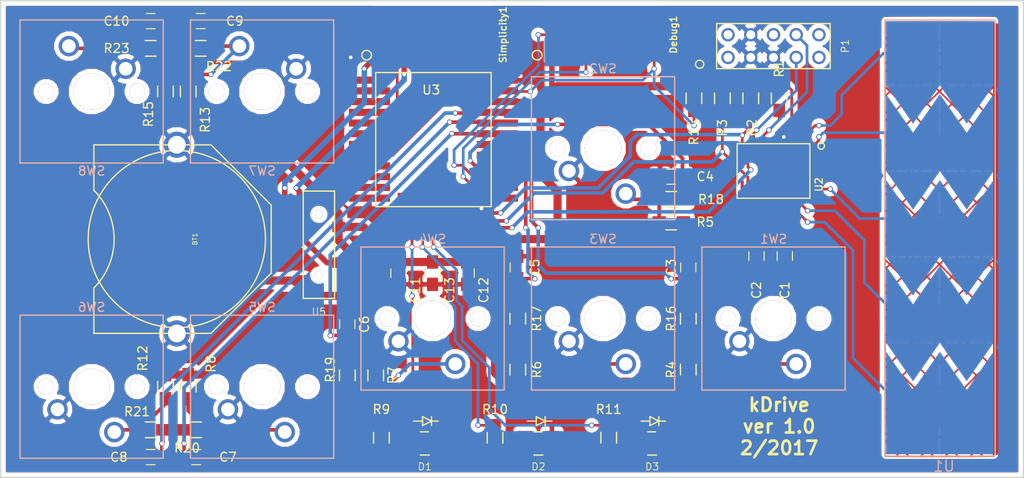
<source format=kicad_pcb>
(kicad_pcb (version 4) (host pcbnew 4.0.4-stable)
  (layers (0 F.Cu signal) (31 B.Cu signal) (34 B.Paste user) (35 F.Paste user) (36 B.SilkS user) (37 F.SilkS user) (38 B.Mask user) (39 F.Mask user) (44 Edge.Cuts user))
  (net 0 "")
  (net 1 GND)
  (net 2 "Net-(BT1-Pad1)")
  (net 3 /VDD_BGM)
  (net 4 /Bleft)
  (net 5 /Bup)
  (net 6 /Bdown)
  (net 7 /Bright)
  (net 8 /B1)
  (net 9 /B2)
  (net 10 /B3)
  (net 11 /B4)
  (net 12 "Net-(D1-Pad2)")
  (net 13 "Net-(D2-Pad2)")
  (net 14 "Net-(D3-Pad2)")
  (net 15 "Net-(Debug1-Pad20)")
  (net 16 /SWDIO)
  (net 17 "Net-(Debug1-Pad18)")
  (net 18 /SWCLK)
  (net 19 "Net-(Debug1-Pad16)")
  (net 20 "Net-(Debug1-Pad6)")
  (net 21 "Net-(Debug1-Pad14)")
  (net 22 "Net-(Debug1-Pad7)")
  (net 23 "Net-(Debug1-Pad13)")
  (net 24 "Net-(Debug1-Pad8)")
  (net 25 "Net-(Debug1-Pad12)")
  (net 26 "Net-(Debug1-Pad9)")
  (net 27 "Net-(Debug1-Pad11)")
  (net 28 /RESET)
  (net 29 /VMCU)
  (net 30 /VDD3V)
  (net 31 "Net-(P1-Pad1)")
  (net 32 /CNFG_CLK)
  (net 33 /LED0)
  (net 34 /LED1)
  (net 35 /LED2)
  (net 36 "Net-(Simplicity1-Pad20)")
  (net 37 "Net-(Simplicity1-Pad19)")
  (net 38 /VCOM_TX)
  (net 39 "Net-(Simplicity1-Pad18)")
  (net 40 "Net-(Simplicity1-Pad17)")
  (net 41 /VCOM_RX)
  (net 42 "Net-(Simplicity1-Pad16)")
  (net 43 "Net-(Simplicity1-Pad5)")
  (net 44 /VCOM_CTS)
  (net 45 "Net-(Simplicity1-Pad14)")
  (net 46 /VCOM_RTS)
  (net 47 "Net-(Simplicity1-Pad12)")
  (net 48 "Net-(Simplicity1-Pad10)")
  (net 49 /SLIDE_1)
  (net 50 /SLIDE_2)
  (net 51 /SLIDE_3)
  (net 52 /SLIDE_4)
  (net 53 /SLIDE_5)
  (net 54 "Net-(U2-Pad21)")
  (net 55 "Net-(U2-Pad4)")
  (net 56 "Net-(U2-Pad20)")
  (net 57 "Net-(U2-Pad19)")
  (net 58 "Net-(U2-Pad18)")
  (net 59 "Net-(U2-Pad7)")
  (net 60 "Net-(U2-Pad17)")
  (net 61 "Net-(U2-Pad8)")
  (net 62 "Net-(U2-Pad16)")
  (net 63 "Net-(U2-Pad15)")
  (net 64 /CNFG_DATA)
  (net 65 "Net-(U2-Pad13)")
  (net 66 "Net-(U3-Pad4)")
  (net 67 "Net-(U3-Pad9)")
  (net 68 "Net-(U3-Pad10)")
  (net 69 "Net-(U3-Pad11)")
  (net 70 "Net-(U3-Pad13)")
  (net 71 /I2C_SDA)
  (net 72 /I2C_SCL)
  (net 73 "Net-(P1-Pad10)")
  (net 74 "Net-(P1-Pad8)")
  (net 75 "Net-(P1-Pad6)")
  (net 76 "Net-(P1-Pad5)")
  (net 77 "Net-(U2-Pad3)")
  (net 78 /I2C_INT)
  (net 79 "Net-(R16-Pad2)")
  (net 80 "Net-(R18-Pad1)")
  (net 81 "Net-(R17-Pad2)")
  (net 82 "Net-(R19-Pad1)")
  (net 83 "Net-(R20-Pad2)")
  (net 84 "Net-(R12-Pad2)")
  (net 85 "Net-(R13-Pad2)")
  (net 86 "Net-(R15-Pad2)")
  (module kDrive:Keystone_3003_CR2032 (layer F.Cu) (at 98.425 101.6 90)
    (fp_text reference BT1 (at 0 2.032 90) (layer F.SilkS) (effects (font (size 0.508 0.508) (thickness 0.0762))))
    (fp_text value Battery)
    (pad 2 thru_hole circle (at -10.5537 0 90) (size 2.921 2.921) (drill 1.9812) (layers *.Cu *.Mask) (net 1 GND))
    (pad 1 connect circle (at 0 0 90) (size 6.35 6.35) (layers F.Cu F.Mask) (net 2 "Net-(BT1-Pad1)") (clearance 5.842))
    (pad 2 thru_hole circle (at 10.5537 0 90) (size 2.921 2.921) (drill 1.9812) (layers *.Cu *.Mask) (net 1 GND))
  )
  (module kDrive:Cherry_MX1A-C1NW (layer B.Cu) (at 146.05 110.49)
    (fp_text reference SW3 (at 0 -8.89) (layer B.SilkS) (effects (justify mirror)))
    (fp_text value SW_PUSH)
    (pad "" thru_hole circle (at -5.08 0) (size 1.778 1.778) (drill 1.778) (layers *.Cu *.Mask))
    (pad "" thru_hole circle (at 5.08 0) (size 1.778 1.778) (drill 1.778) (layers *.Cu *.Mask))
    (pad 1 thru_hole circle (at -3.81 2.54) (size 2.286 2.286) (drill 1.524) (layers *.Cu *.Mask) (net 1 GND))
    (pad 2 thru_hole circle (at 2.54 5.08) (size 2.286 2.286) (drill 1.524) (layers *.Cu *.Mask) (net 81 "Net-(R17-Pad2)"))
    (pad "" thru_hole circle (at 0 0) (size 4.064 4.064) (drill 4.064) (layers *.Cu *.Mask))
  )
  (module kDrive:Cherry_MX1A-C1NW (layer B.Cu) (at 165.1 110.49)
    (fp_text reference SW1 (at 0 -8.89) (layer B.SilkS) (effects (justify mirror)))
    (fp_text value SW_PUSH)
    (pad "" thru_hole circle (at -5.08 0) (size 1.778 1.778) (drill 1.778) (layers *.Cu *.Mask))
    (pad "" thru_hole circle (at 5.08 0) (size 1.778 1.778) (drill 1.778) (layers *.Cu *.Mask))
    (pad 1 thru_hole circle (at -3.81 2.54) (size 2.286 2.286) (drill 1.524) (layers *.Cu *.Mask) (net 1 GND))
    (pad 2 thru_hole circle (at 2.54 5.08) (size 2.286 2.286) (drill 1.524) (layers *.Cu *.Mask) (net 79 "Net-(R16-Pad2)"))
    (pad "" thru_hole circle (at 0 0) (size 4.064 4.064) (drill 4.064) (layers *.Cu *.Mask))
  )
  (module kDrive:Cherry_MX1A-C1NW (layer B.Cu) (at 127 110.49)
    (fp_text reference SW4 (at 0 -8.89) (layer B.SilkS) (effects (justify mirror)))
    (fp_text value SW_PUSH)
    (pad "" thru_hole circle (at -5.08 0) (size 1.778 1.778) (drill 1.778) (layers *.Cu *.Mask))
    (pad "" thru_hole circle (at 5.08 0) (size 1.778 1.778) (drill 1.778) (layers *.Cu *.Mask))
    (pad 1 thru_hole circle (at -3.81 2.54) (size 2.286 2.286) (drill 1.524) (layers *.Cu *.Mask) (net 1 GND))
    (pad 2 thru_hole circle (at 2.54 5.08) (size 2.286 2.286) (drill 1.524) (layers *.Cu *.Mask) (net 82 "Net-(R19-Pad1)"))
    (pad "" thru_hole circle (at 0 0) (size 4.064 4.064) (drill 4.064) (layers *.Cu *.Mask))
  )
  (module Capacitors_SMD:C_0805_HandSoldering (layer F.Cu) (at 166.37 103.505 270)
    (fp_text reference C1 (at 3.81 0 270) (layer F.SilkS))
    (fp_text value 0.1u)
    (pad 1 smd rect (at -1.25 0 270) (size 1.5 1.25) (layers F.Cu F.Paste F.Mask) (net 1 GND))
    (pad 2 smd rect (at 1.25 0 270) (size 1.5 1.25) (layers F.Cu F.Paste F.Mask) (net 3 /VDD_BGM))
  )
  (module Capacitors_SMD:C_0805_HandSoldering (layer F.Cu) (at 163.195 103.505 270)
    (fp_text reference C2 (at 3.81 0 270) (layer F.SilkS))
    (fp_text value 4.7u)
    (pad 1 smd rect (at -1.25 0 270) (size 1.5 1.25) (layers F.Cu F.Paste F.Mask) (net 1 GND))
    (pad 2 smd rect (at 1.25 0 270) (size 1.5 1.25) (layers F.Cu F.Paste F.Mask) (net 3 /VDD_BGM))
  )
  (module Capacitors_SMD:C_0805_HandSoldering (layer F.Cu) (at 155.575 104.775 90)
    (fp_text reference C3 (at 0 -1.905 90) (layer F.SilkS))
    (fp_text value .1u)
    (pad 1 smd rect (at -1.25 0 90) (size 1.5 1.25) (layers F.Cu F.Paste F.Mask) (net 4 /Bleft))
    (pad 2 smd rect (at 1.25 0 90) (size 1.5 1.25) (layers F.Cu F.Paste F.Mask) (net 1 GND))
  )
  (module Capacitors_SMD:C_0805_HandSoldering (layer F.Cu) (at 153.67 94.615 180)
    (fp_text reference C4 (at -3.81 0 180) (layer F.SilkS))
    (fp_text value .1u)
    (pad 1 smd rect (at -1.25 0 180) (size 1.5 1.25) (layers F.Cu F.Paste F.Mask) (net 5 /Bup))
    (pad 2 smd rect (at 1.25 0 180) (size 1.5 1.25) (layers F.Cu F.Paste F.Mask) (net 1 GND))
  )
  (module Capacitors_SMD:C_0805_HandSoldering (layer F.Cu) (at 136.525 104.775 90)
    (fp_text reference C5 (at 0 1.905 90) (layer F.SilkS))
    (fp_text value .1u)
    (pad 1 smd rect (at -1.25 0 90) (size 1.5 1.25) (layers F.Cu F.Paste F.Mask) (net 6 /Bdown))
    (pad 2 smd rect (at 1.25 0 90) (size 1.5 1.25) (layers F.Cu F.Paste F.Mask) (net 1 GND))
  )
  (module Capacitors_SMD:C_0805_HandSoldering (layer F.Cu) (at 117.475 111.125 90)
    (fp_text reference C6 (at 0 1.905 90) (layer F.SilkS))
    (fp_text value .1u)
    (pad 1 smd rect (at -1.25 0 90) (size 1.5 1.25) (layers F.Cu F.Paste F.Mask) (net 7 /Bright))
    (pad 2 smd rect (at 1.25 0 90) (size 1.5 1.25) (layers F.Cu F.Paste F.Mask) (net 1 GND))
  )
  (module Capacitors_SMD:C_0805_HandSoldering (layer F.Cu) (at 100.584 125.984)
    (fp_text reference C7 (at 3.556 0) (layer F.SilkS))
    (fp_text value .1u)
    (pad 1 smd rect (at -1.25 0) (size 1.5 1.25) (layers F.Cu F.Paste F.Mask) (net 8 /B1))
    (pad 2 smd rect (at 1.25 0) (size 1.5 1.25) (layers F.Cu F.Paste F.Mask) (net 1 GND))
  )
  (module Capacitors_SMD:C_0805_HandSoldering (layer F.Cu) (at 95.504 125.984 180)
    (fp_text reference C8 (at 3.556 0 180) (layer F.SilkS))
    (fp_text value .1u)
    (pad 1 smd rect (at -1.25 0 180) (size 1.5 1.25) (layers F.Cu F.Paste F.Mask) (net 9 /B2))
    (pad 2 smd rect (at 1.25 0 180) (size 1.5 1.25) (layers F.Cu F.Paste F.Mask) (net 1 GND))
  )
  (module Capacitors_SMD:C_0805_HandSoldering (layer F.Cu) (at 101.092 77.216)
    (fp_text reference C9 (at 3.81 0) (layer F.SilkS))
    (fp_text value .1u)
    (pad 1 smd rect (at -1.25 0) (size 1.5 1.25) (layers F.Cu F.Paste F.Mask) (net 10 /B3))
    (pad 2 smd rect (at 1.25 0) (size 1.5 1.25) (layers F.Cu F.Paste F.Mask) (net 1 GND))
  )
  (module Capacitors_SMD:C_0805_HandSoldering (layer F.Cu) (at 95.504 77.216 180)
    (fp_text reference C10 (at 3.81 0 360) (layer F.SilkS))
    (fp_text value .1u)
    (pad 1 smd rect (at -1.25 0 180) (size 1.5 1.25) (layers F.Cu F.Paste F.Mask) (net 11 /B4))
    (pad 2 smd rect (at 1.25 0 180) (size 1.5 1.25) (layers F.Cu F.Paste F.Mask) (net 1 GND))
  )
  (module Capacitors_SMD:C_0805_HandSoldering (layer F.Cu) (at 123.19 105.41 270)
    (fp_text reference C11 (at 1.905 -1.905 270) (layer F.SilkS))
    (fp_text value 100n)
    (pad 1 smd rect (at -1.25 0 270) (size 1.5 1.25) (layers F.Cu F.Paste F.Mask) (net 3 /VDD_BGM))
    (pad 2 smd rect (at 1.25 0 270) (size 1.5 1.25) (layers F.Cu F.Paste F.Mask) (net 1 GND))
  )
  (module Capacitors_SMD:C_0805_HandSoldering (layer F.Cu) (at 130.81 105.41 270)
    (fp_text reference C12 (at 1.905 -1.905 270) (layer F.SilkS))
    (fp_text value 100n)
    (pad 1 smd rect (at -1.25 0 270) (size 1.5 1.25) (layers F.Cu F.Paste F.Mask) (net 3 /VDD_BGM))
    (pad 2 smd rect (at 1.25 0 270) (size 1.5 1.25) (layers F.Cu F.Paste F.Mask) (net 1 GND))
  )
  (module Capacitors_SMD:C_0805_HandSoldering (layer F.Cu) (at 127 105.41 270)
    (fp_text reference C13 (at 1.905 -1.905 270) (layer F.SilkS))
    (fp_text value 10u)
    (pad 1 smd rect (at -1.25 0 270) (size 1.5 1.25) (layers F.Cu F.Paste F.Mask) (net 3 /VDD_BGM))
    (pad 2 smd rect (at 1.25 0 270) (size 1.5 1.25) (layers F.Cu F.Paste F.Mask) (net 1 GND))
  )
  (module kDrive:DIP-5x2_100mil (layer F.Cu) (at 165.1 80.01)
    (fp_text reference P1 (at 8.001 0 90) (layer F.SilkS) (effects (font (size 0.8 0.8) (thickness 0.1))))
    (fp_text value CONN_02X05)
    (pad 10 thru_hole circle (at -5.08 -1.27) (size 1.5 1.5) (drill 1) (layers *.Cu *.Mask) (net 73 "Net-(P1-Pad10)"))
    (pad 1 thru_hole circle (at -5.08 1.27) (size 1.5 1.5) (drill 1) (layers *.Cu *.Mask) (net 31 "Net-(P1-Pad1)"))
    (pad 9 thru_hole circle (at -2.54 -1.27) (size 1.5 1.5) (drill 1) (layers *.Cu *.Mask) (net 1 GND))
    (pad 2 thru_hole circle (at -2.54 1.27) (size 1.5 1.5) (drill 1) (layers *.Cu *.Mask) (net 1 GND))
    (pad 8 thru_hole circle (at 0 -1.27) (size 1.5 1.5) (drill 1) (layers *.Cu *.Mask) (net 74 "Net-(P1-Pad8)"))
    (pad 3 thru_hole circle (at 0 1.27) (size 1.5 1.5) (drill 1) (layers *.Cu *.Mask) (net 1 GND))
    (pad 7 thru_hole circle (at 2.54 -1.27) (size 1.5 1.5) (drill 1) (layers *.Cu *.Mask) (net 32 /CNFG_CLK))
    (pad 4 thru_hole circle (at 2.54 1.27) (size 1.5 1.5) (drill 1) (layers *.Cu *.Mask) (net 64 /CNFG_DATA))
    (pad 6 thru_hole circle (at 5.08 -1.27) (size 1.5 1.5) (drill 1) (layers *.Cu *.Mask) (net 75 "Net-(P1-Pad6)"))
    (pad 5 thru_hole circle (at 5.08 1.27) (size 1.5 1.5) (drill 1) (layers *.Cu *.Mask) (net 76 "Net-(P1-Pad5)"))
  )
  (module Resistors_SMD:R_0805_HandSoldering (layer F.Cu) (at 165.735 85.852 90)
    (fp_text reference R1 (at 3.302 0 90) (layer F.SilkS))
    (fp_text value 1K)
    (pad 1 smd rect (at -1.35 0 90) (size 1.5 1.3) (layers F.Cu F.Paste F.Mask) (net 32 /CNFG_CLK))
    (pad 2 smd rect (at 1.35 0 90) (size 1.5 1.3) (layers F.Cu F.Paste F.Mask) (net 3 /VDD_BGM))
  )
  (module Resistors_SMD:R_0805_HandSoldering (layer F.Cu) (at 162.56 85.852 90)
    (fp_text reference R2 (at -3.302 0.127 90) (layer F.SilkS))
    (fp_text value 2K)
    (pad 1 smd rect (at -1.35 0 90) (size 1.5 1.3) (layers F.Cu F.Paste F.Mask) (net 72 /I2C_SCL))
    (pad 2 smd rect (at 1.35 0 90) (size 1.5 1.3) (layers F.Cu F.Paste F.Mask) (net 3 /VDD_BGM))
  )
  (module Resistors_SMD:R_0805_HandSoldering (layer F.Cu) (at 159.385 85.852 90)
    (fp_text reference R3 (at -3.302 0 90) (layer F.SilkS))
    (fp_text value 2K)
    (pad 1 smd rect (at -1.35 0 90) (size 1.5 1.3) (layers F.Cu F.Paste F.Mask) (net 71 /I2C_SDA))
    (pad 2 smd rect (at 1.35 0 90) (size 1.5 1.3) (layers F.Cu F.Paste F.Mask) (net 3 /VDD_BGM))
  )
  (module Resistors_SMD:R_0805_HandSoldering (layer F.Cu) (at 155.575 116.205 90)
    (fp_text reference R4 (at 0 -1.905 90) (layer F.SilkS))
    (fp_text value 10K)
    (pad 1 smd rect (at -1.35 0 90) (size 1.5 1.3) (layers F.Cu F.Paste F.Mask) (net 3 /VDD_BGM))
    (pad 2 smd rect (at 1.35 0 90) (size 1.5 1.3) (layers F.Cu F.Paste F.Mask) (net 79 "Net-(R16-Pad2)"))
  )
  (module Resistors_SMD:R_0805_HandSoldering (layer F.Cu) (at 153.67 99.695)
    (fp_text reference R5 (at 3.81 0) (layer F.SilkS))
    (fp_text value 10K)
    (pad 1 smd rect (at -1.35 0) (size 1.5 1.3) (layers F.Cu F.Paste F.Mask) (net 80 "Net-(R18-Pad1)"))
    (pad 2 smd rect (at 1.35 0) (size 1.5 1.3) (layers F.Cu F.Paste F.Mask) (net 3 /VDD_BGM))
  )
  (module Resistors_SMD:R_0805_HandSoldering (layer F.Cu) (at 136.525 116.205 270)
    (fp_text reference R6 (at 0 -2.1 270) (layer F.SilkS))
    (fp_text value 10K)
    (pad 1 smd rect (at -1.35 0 270) (size 1.5 1.3) (layers F.Cu F.Paste F.Mask) (net 81 "Net-(R17-Pad2)"))
    (pad 2 smd rect (at 1.35 0 270) (size 1.5 1.3) (layers F.Cu F.Paste F.Mask) (net 3 /VDD_BGM))
  )
  (module Resistors_SMD:R_0805_HandSoldering (layer F.Cu) (at 120.65 116.84 90)
    (fp_text reference R7 (at 0 1.905 90) (layer F.SilkS))
    (fp_text value 10K)
    (pad 1 smd rect (at -1.35 0 90) (size 1.5 1.3) (layers F.Cu F.Paste F.Mask) (net 82 "Net-(R19-Pad1)"))
    (pad 2 smd rect (at 1.35 0 90) (size 1.5 1.3) (layers F.Cu F.Paste F.Mask) (net 3 /VDD_BGM))
  )
  (module Resistors_SMD:R_0805_HandSoldering (layer F.Cu) (at 99.695 118.11 270)
    (fp_text reference R8 (at -2.54 -2.54 270) (layer F.SilkS))
    (fp_text value 10K)
    (pad 1 smd rect (at -1.35 0 270) (size 1.5 1.3) (layers F.Cu F.Paste F.Mask) (net 3 /VDD_BGM))
    (pad 2 smd rect (at 1.35 0 270) (size 1.5 1.3) (layers F.Cu F.Paste F.Mask) (net 83 "Net-(R20-Pad2)"))
  )
  (module Resistors_SMD:R_0805_HandSoldering (layer F.Cu) (at 121.285 123.825 270)
    (fp_text reference R9 (at -3.175 0 360) (layer F.SilkS))
    (fp_text value R)
    (pad 1 smd rect (at -1.35 0 270) (size 1.5 1.3) (layers F.Cu F.Paste F.Mask) (net 33 /LED0))
    (pad 2 smd rect (at 1.35 0 270) (size 1.5 1.3) (layers F.Cu F.Paste F.Mask) (net 12 "Net-(D1-Pad2)"))
  )
  (module Resistors_SMD:R_0805_HandSoldering (layer F.Cu) (at 133.985 123.825 270)
    (fp_text reference R10 (at -3.175 0 360) (layer F.SilkS))
    (fp_text value R)
    (pad 1 smd rect (at -1.35 0 270) (size 1.5 1.3) (layers F.Cu F.Paste F.Mask) (net 34 /LED1))
    (pad 2 smd rect (at 1.35 0 270) (size 1.5 1.3) (layers F.Cu F.Paste F.Mask) (net 13 "Net-(D2-Pad2)"))
  )
  (module Resistors_SMD:R_0805_HandSoldering (layer F.Cu) (at 146.685 123.825 270)
    (fp_text reference R11 (at -3.175 0 360) (layer F.SilkS))
    (fp_text value R)
    (pad 1 smd rect (at -1.35 0 270) (size 1.5 1.3) (layers F.Cu F.Paste F.Mask) (net 35 /LED2))
    (pad 2 smd rect (at 1.35 0 270) (size 1.5 1.3) (layers F.Cu F.Paste F.Mask) (net 14 "Net-(D3-Pad2)"))
  )
  (module Resistors_SMD:R_0805_HandSoldering (layer F.Cu) (at 97.155 118.11 270)
    (fp_text reference R12 (at -3.175 2.54 270) (layer F.SilkS))
    (fp_text value 10K)
    (pad 1 smd rect (at -1.35 0 270) (size 1.5 1.3) (layers F.Cu F.Paste F.Mask) (net 3 /VDD_BGM))
    (pad 2 smd rect (at 1.35 0 270) (size 1.5 1.3) (layers F.Cu F.Paste F.Mask) (net 84 "Net-(R12-Pad2)"))
  )
  (module Resistors_SMD:R_0805_HandSoldering (layer F.Cu) (at 99.695 85.09 90)
    (fp_text reference R13 (at -3.175 1.905 90) (layer F.SilkS))
    (fp_text value 10K)
    (pad 1 smd rect (at -1.35 0 90) (size 1.5 1.3) (layers F.Cu F.Paste F.Mask) (net 3 /VDD_BGM))
    (pad 2 smd rect (at 1.35 0 90) (size 1.5 1.3) (layers F.Cu F.Paste F.Mask) (net 85 "Net-(R13-Pad2)"))
  )
  (module Resistors_SMD:R_0805_HandSoldering (layer F.Cu) (at 156.21 85.852 270)
    (fp_text reference R14 (at 3.81 0 270) (layer F.SilkS))
    (fp_text value 10K)
    (pad 1 smd rect (at -1.35 0 270) (size 1.5 1.3) (layers F.Cu F.Paste F.Mask) (net 3 /VDD_BGM))
    (pad 2 smd rect (at 1.35 0 270) (size 1.5 1.3) (layers F.Cu F.Paste F.Mask) (net 28 /RESET))
  )
  (module Resistors_SMD:R_0805_HandSoldering (layer F.Cu) (at 97.155 85.09 90)
    (fp_text reference R15 (at -2.54 -1.905 90) (layer F.SilkS))
    (fp_text value 10K)
    (pad 1 smd rect (at -1.35 0 90) (size 1.5 1.3) (layers F.Cu F.Paste F.Mask) (net 3 /VDD_BGM))
    (pad 2 smd rect (at 1.35 0 90) (size 1.5 1.3) (layers F.Cu F.Paste F.Mask) (net 86 "Net-(R15-Pad2)"))
  )
  (module kDrive:Touch_Slider (layer B.Cu) (at 186.69 120.65 90)
    (fp_text reference U1 (at -6.35 -2.54 360) (layer B.SilkS) (effects (font (size 1.2 1.2)) (justify mirror)))
    (fp_text value Touch_Slider)
    (pad 1 smd rect (at -1.433333 0 90) (size 7.166666 6) (layers B.Cu B.Mask) (net 49 /SLIDE_1))
    (pad 1 smd trapezoid (at 2.15 -1.5 90) (size 4.3 3) (rect_delta 0 -4.3) (layers B.Cu B.Mask) (net 49 /SLIDE_1))
    (pad 1 smd trapezoid (at 2.15 1.5 90) (size 4.3 3) (rect_delta 0 4.3) (layers B.Cu B.Mask) (net 49 /SLIDE_1))
    (pad 2 smd rect (at 9.6 0 90) (size 4.3 6) (layers B.Cu B.Mask) (net 50 /SLIDE_2))
    (pad 2 smd trapezoid (at 11.75 -1.5 90) (size 4.3 3) (rect_delta 0 -4.3) (layers B.Cu B.Mask) (net 50 /SLIDE_2))
    (pad 2 smd trapezoid (at 11.75 1.5 90) (size 4.3 3) (rect_delta 0 4.3) (layers B.Cu B.Mask) (net 50 /SLIDE_2))
    (pad 2 smd trapezoid (at 5.3 0 90) (size 4.3 3) (rect_delta -3 0) (layers B.Cu B.Mask) (net 50 /SLIDE_2))
    (pad 3 smd rect (at 19.2 0 90) (size 4.3 6) (layers B.Cu B.Mask) (net 51 /SLIDE_3))
    (pad 3 smd trapezoid (at 21.35 -1.5 90) (size 4.3 3) (rect_delta 0 -4.3) (layers B.Cu B.Mask) (net 51 /SLIDE_3))
    (pad 3 smd trapezoid (at 21.35 1.5 90) (size 4.3 3) (rect_delta 0 4.3) (layers B.Cu B.Mask) (net 51 /SLIDE_3))
    (pad 3 smd trapezoid (at 14.9 0 90) (size 4.3 3) (rect_delta -3 0) (layers B.Cu B.Mask) (net 51 /SLIDE_3))
    (pad 4 smd rect (at 28.8 0 90) (size 4.3 6) (layers B.Cu B.Mask) (net 52 /SLIDE_4))
    (pad 4 smd trapezoid (at 30.95 -1.5 90) (size 4.3 3) (rect_delta 0 -4.3) (layers B.Cu B.Mask) (net 52 /SLIDE_4))
    (pad 4 smd trapezoid (at 30.95 1.5 90) (size 4.3 3) (rect_delta 0 4.3) (layers B.Cu B.Mask) (net 52 /SLIDE_4))
    (pad 4 smd trapezoid (at 24.5 0 90) (size 4.3 3) (rect_delta -3 0) (layers B.Cu B.Mask) (net 52 /SLIDE_4))
    (pad 5 smd rect (at 39.833333 0 90) (size 7.166666 6) (layers B.Cu B.Mask) (net 53 /SLIDE_5))
    (pad 5 smd trapezoid (at 34.1 0 90) (size 4.3 3) (rect_delta -3 0) (layers B.Cu B.Mask) (net 53 /SLIDE_5))
    (pad 1 smd rect (at -1.433333 -6 90) (size 7.166666 6) (layers B.Cu B.Mask) (net 49 /SLIDE_1))
    (pad 1 smd trapezoid (at 2.15 -7.5 90) (size 4.3 3) (rect_delta 0 -4.3) (layers B.Cu B.Mask) (net 49 /SLIDE_1))
    (pad 1 smd trapezoid (at 2.15 -4.5 90) (size 4.3 3) (rect_delta 0 4.3) (layers B.Cu B.Mask) (net 49 /SLIDE_1))
    (pad 2 smd rect (at 9.6 -6 90) (size 4.3 6) (layers B.Cu B.Mask) (net 50 /SLIDE_2))
    (pad 2 smd trapezoid (at 11.75 -7.5 90) (size 4.3 3) (rect_delta 0 -4.3) (layers B.Cu B.Mask) (net 50 /SLIDE_2))
    (pad 2 smd trapezoid (at 11.75 -4.5 90) (size 4.3 3) (rect_delta 0 4.3) (layers B.Cu B.Mask) (net 50 /SLIDE_2))
    (pad 2 smd trapezoid (at 5.3 -6 90) (size 4.3 3) (rect_delta -3 0) (layers B.Cu B.Mask) (net 50 /SLIDE_2))
    (pad 3 smd rect (at 19.2 -6 90) (size 4.3 6) (layers B.Cu B.Mask) (net 51 /SLIDE_3))
    (pad 3 smd trapezoid (at 21.35 -7.5 90) (size 4.3 3) (rect_delta 0 -4.3) (layers B.Cu B.Mask) (net 51 /SLIDE_3))
    (pad 3 smd trapezoid (at 21.35 -4.5 90) (size 4.3 3) (rect_delta 0 4.3) (layers B.Cu B.Mask) (net 51 /SLIDE_3))
    (pad 3 smd trapezoid (at 14.9 -6 90) (size 4.3 3) (rect_delta -3 0) (layers B.Cu B.Mask) (net 51 /SLIDE_3))
    (pad 4 smd rect (at 28.8 -6 90) (size 4.3 6) (layers B.Cu B.Mask) (net 52 /SLIDE_4))
    (pad 4 smd trapezoid (at 30.95 -7.5 90) (size 4.3 3) (rect_delta 0 -4.3) (layers B.Cu B.Mask) (net 52 /SLIDE_4))
    (pad 4 smd trapezoid (at 30.95 -4.5 90) (size 4.3 3) (rect_delta 0 4.3) (layers B.Cu B.Mask) (net 52 /SLIDE_4))
    (pad 4 smd trapezoid (at 24.5 -6 90) (size 4.3 3) (rect_delta -3 0) (layers B.Cu B.Mask) (net 52 /SLIDE_4))
    (pad 5 smd rect (at 39.833333 -6 90) (size 7.166666 6) (layers B.Cu B.Mask) (net 53 /SLIDE_5))
    (pad 5 smd trapezoid (at 34.1 -6 90) (size 4.3 3) (rect_delta -3 0) (layers B.Cu B.Mask) (net 53 /SLIDE_5))
  )
  (module kDrive:CPT112_TSOP (layer F.Cu) (at 165.1 93.98 180)
    (fp_text reference U2 (at -5.08 -1.524 270) (layer F.SilkS) (effects (font (size 0.8 0.8))))
    (fp_text value CPT112S_QSOP)
    (pad 24 smd rect (at -3.4925 -1.85 180) (size 0.35 1.55) (layers F.Cu F.Paste F.Mask) (net 51 /SLIDE_3))
    (pad 1 smd rect (at -3.4925 1.85 180) (size 0.35 1.55) (layers F.Cu F.Paste F.Mask) (net 52 /SLIDE_4))
    (pad 23 smd rect (at -2.8575 -1.85 180) (size 0.35 1.55) (layers F.Cu F.Paste F.Mask) (net 50 /SLIDE_2))
    (pad 2 smd rect (at -2.8575 1.85 180) (size 0.35 1.55) (layers F.Cu F.Paste F.Mask) (net 53 /SLIDE_5))
    (pad 22 smd rect (at -2.2225 -1.85 180) (size 0.35 1.55) (layers F.Cu F.Paste F.Mask) (net 49 /SLIDE_1))
    (pad 3 smd rect (at -2.2225 1.85 180) (size 0.35 1.55) (layers F.Cu F.Paste F.Mask) (net 77 "Net-(U2-Pad3)"))
    (pad 21 smd rect (at -1.5875 -1.85 180) (size 0.35 1.55) (layers F.Cu F.Paste F.Mask) (net 54 "Net-(U2-Pad21)"))
    (pad 4 smd rect (at -1.5875 1.85 180) (size 0.35 1.55) (layers F.Cu F.Paste F.Mask) (net 55 "Net-(U2-Pad4)"))
    (pad 20 smd rect (at -0.9525 -1.85 180) (size 0.35 1.55) (layers F.Cu F.Paste F.Mask) (net 56 "Net-(U2-Pad20)"))
    (pad 5 smd rect (at -0.9525 1.85 180) (size 0.35 1.55) (layers F.Cu F.Paste F.Mask) (net 1 GND))
    (pad 19 smd rect (at -0.3175 -1.85 180) (size 0.35 1.55) (layers F.Cu F.Paste F.Mask) (net 57 "Net-(U2-Pad19)"))
    (pad 6 smd rect (at -0.3175 1.85 180) (size 0.35 1.55) (layers F.Cu F.Paste F.Mask) (net 3 /VDD_BGM))
    (pad 18 smd rect (at 0.3175 -1.85 180) (size 0.35 1.55) (layers F.Cu F.Paste F.Mask) (net 58 "Net-(U2-Pad18)"))
    (pad 7 smd rect (at 0.3175 1.85 180) (size 0.35 1.55) (layers F.Cu F.Paste F.Mask) (net 59 "Net-(U2-Pad7)"))
    (pad 17 smd rect (at 0.9525 -1.85 180) (size 0.35 1.55) (layers F.Cu F.Paste F.Mask) (net 60 "Net-(U2-Pad17)"))
    (pad 8 smd rect (at 0.9525 1.85 180) (size 0.35 1.55) (layers F.Cu F.Paste F.Mask) (net 61 "Net-(U2-Pad8)"))
    (pad 16 smd rect (at 1.5875 -1.85 180) (size 0.35 1.55) (layers F.Cu F.Paste F.Mask) (net 62 "Net-(U2-Pad16)"))
    (pad 9 smd rect (at 1.5875 1.85 180) (size 0.35 1.55) (layers F.Cu F.Paste F.Mask) (net 32 /CNFG_CLK))
    (pad 15 smd rect (at 2.2225 -1.85 180) (size 0.35 1.55) (layers F.Cu F.Paste F.Mask) (net 63 "Net-(U2-Pad15)"))
    (pad 10 smd rect (at 2.2225 1.85 180) (size 0.35 1.55) (layers F.Cu F.Paste F.Mask) (net 64 /CNFG_DATA))
    (pad 14 smd rect (at 2.8575 -1.85 180) (size 0.35 1.55) (layers F.Cu F.Paste F.Mask) (net 71 /I2C_SDA))
    (pad 11 smd rect (at 2.8575 1.85 180) (size 0.35 1.55) (layers F.Cu F.Paste F.Mask) (net 78 /I2C_INT))
    (pad 13 smd rect (at 3.4925 -1.85 180) (size 0.35 1.55) (layers F.Cu F.Paste F.Mask) (net 65 "Net-(U2-Pad13)"))
    (pad 12 smd rect (at 3.4925 1.85 180) (size 0.35 1.55) (layers F.Cu F.Paste F.Mask) (net 72 /I2C_SCL))
  )
  (module kDrive:BGM111 (layer F.Cu) (at 120.65 83.82)
    (fp_text reference U3 (at 6.2 1.1) (layer F.SilkS))
    (fp_text value BGM111)
    (pad 1 smd rect (at -0.7 0) (size 4.6 0.8) (layers F.Cu F.Paste F.Mask) (net 1 GND))
    (pad 2 smd rect (at -0.7 1.2) (size 4.6 0.8) (layers F.Cu F.Paste F.Mask) (net 10 /B3))
    (pad 3 smd rect (at -0.7 2.4) (size 4.6 0.8) (layers F.Cu F.Paste F.Mask) (net 11 /B4))
    (pad 4 smd rect (at -0.7 3.6) (size 4.6 0.8) (layers F.Cu F.Paste F.Mask) (net 66 "Net-(U3-Pad4)"))
    (pad 5 smd rect (at -0.7 4.8) (size 4.6 0.8) (layers F.Cu F.Paste F.Mask) (net 38 /VCOM_TX))
    (pad 6 smd rect (at -0.7 6) (size 4.6 0.8) (layers F.Cu F.Paste F.Mask) (net 41 /VCOM_RX))
    (pad 7 smd rect (at -0.7 7.2) (size 4.6 0.8) (layers F.Cu F.Paste F.Mask) (net 44 /VCOM_CTS))
    (pad 8 smd rect (at -0.7 8.4) (size 4.6 0.8) (layers F.Cu F.Paste F.Mask) (net 46 /VCOM_RTS))
    (pad 9 smd rect (at -0.7 9.6) (size 4.6 0.8) (layers F.Cu F.Paste F.Mask) (net 67 "Net-(U3-Pad9)"))
    (pad 10 smd rect (at -0.7 10.8) (size 4.6 0.8) (layers F.Cu F.Paste F.Mask) (net 68 "Net-(U3-Pad10)"))
    (pad 11 smd rect (at -0.7 12) (size 4.6 0.8) (layers F.Cu F.Paste F.Mask) (net 69 "Net-(U3-Pad11)"))
    (pad 12 smd rect (at -0.7 13.2) (size 4.6 0.8) (layers F.Cu F.Paste F.Mask) (net 1 GND))
    (pad 13 smd rect (at 2.85 14.9) (size 0.8 4.6) (layers F.Cu F.Paste F.Mask) (net 70 "Net-(U3-Pad13)"))
    (pad 15 smd rect (at 5.25 14.9) (size 0.8 4.6) (layers F.Cu F.Paste F.Mask) (net 34 /LED1))
    (pad 16 smd rect (at 6.45 14.9) (size 0.8 4.6) (layers F.Cu F.Paste F.Mask) (net 35 /LED2))
    (pad 17 smd rect (at 7.65 14.9) (size 0.8 4.6) (layers F.Cu F.Paste F.Mask) (net 78 /I2C_INT))
    (pad 18 smd rect (at 8.85 14.9) (size 0.8 4.6) (layers F.Cu F.Paste F.Mask) (net 71 /I2C_SDA))
    (pad 19 smd rect (at 10.05 14.9) (size 0.8 4.6) (layers F.Cu F.Paste F.Mask) (net 72 /I2C_SCL))
    (pad 14 smd rect (at 4.05 14.9) (size 0.8 4.6) (layers F.Cu F.Paste F.Mask) (net 33 /LED0))
    (pad 21 smd rect (at 13.6 12) (size 4.6 0.8) (layers F.Cu F.Paste F.Mask) (net 18 /SWCLK))
    (pad 22 smd rect (at 13.6 10.8) (size 4.6 0.8) (layers F.Cu F.Paste F.Mask) (net 16 /SWDIO))
    (pad 23 smd rect (at 13.6 9.6) (size 4.6 0.8) (layers F.Cu F.Paste F.Mask) (net 5 /Bup))
    (pad 24 smd rect (at 13.6 8.4) (size 4.6 0.8) (layers F.Cu F.Paste F.Mask) (net 6 /Bdown))
    (pad 25 smd rect (at 13.6 7.2) (size 4.6 0.8) (layers F.Cu F.Paste F.Mask) (net 4 /Bleft))
    (pad 26 smd rect (at 13.6 6) (size 4.6 0.8) (layers F.Cu F.Paste F.Mask) (net 7 /Bright))
    (pad 27 smd rect (at 13.6 4.8) (size 4.6 0.8) (layers F.Cu F.Paste F.Mask) (net 8 /B1))
    (pad 28 smd rect (at 13.6 3.6) (size 4.6 0.8) (layers F.Cu F.Paste F.Mask) (net 9 /B2))
    (pad 29 smd rect (at 13.6 2.4) (size 4.6 0.8) (layers F.Cu F.Paste F.Mask) (net 3 /VDD_BGM))
    (pad 30 smd rect (at 13.6 1.2) (size 4.6 0.8) (layers F.Cu F.Paste F.Mask) (net 28 /RESET))
    (pad 31 smd rect (at 13.6 0) (size 4.6 0.8) (layers F.Cu F.Paste F.Mask) (net 1 GND))
    (pad 20 smd rect (at 13.6 13.2) (size 4.6 0.8) (layers F.Cu F.Paste F.Mask) (net 1 GND))
  )
  (module kDrive:Cherry_MX1A-C1NW (layer B.Cu) (at 88.9 85.09 180)
    (fp_text reference SW8 (at 0 -8.89 180) (layer B.SilkS) (effects (justify mirror)))
    (fp_text value SW_PUSH)
    (pad "" thru_hole circle (at -5.08 0 180) (size 1.778 1.778) (drill 1.778) (layers *.Cu *.Mask))
    (pad "" thru_hole circle (at 5.08 0 180) (size 1.778 1.778) (drill 1.778) (layers *.Cu *.Mask))
    (pad 1 thru_hole circle (at -3.81 2.54 180) (size 2.286 2.286) (drill 1.524) (layers *.Cu *.Mask) (net 1 GND))
    (pad 2 thru_hole circle (at 2.54 5.08 180) (size 2.286 2.286) (drill 1.524) (layers *.Cu *.Mask) (net 86 "Net-(R15-Pad2)"))
    (pad "" thru_hole circle (at 0 0 180) (size 4.064 4.064) (drill 4.064) (layers *.Cu *.Mask))
  )
  (module kDrive:Cherry_MX1A-C1NW (layer B.Cu) (at 88.9 118.11)
    (fp_text reference SW6 (at 0 -8.89) (layer B.SilkS) (effects (justify mirror)))
    (fp_text value SW_PUSH)
    (pad "" thru_hole circle (at -5.08 0) (size 1.778 1.778) (drill 1.778) (layers *.Cu *.Mask))
    (pad "" thru_hole circle (at 5.08 0) (size 1.778 1.778) (drill 1.778) (layers *.Cu *.Mask))
    (pad 1 thru_hole circle (at -3.81 2.54) (size 2.286 2.286) (drill 1.524) (layers *.Cu *.Mask) (net 1 GND))
    (pad 2 thru_hole circle (at 2.54 5.08) (size 2.286 2.286) (drill 1.524) (layers *.Cu *.Mask) (net 84 "Net-(R12-Pad2)"))
    (pad "" thru_hole circle (at 0 0) (size 4.064 4.064) (drill 4.064) (layers *.Cu *.Mask))
  )
  (module kDrive:Cherry_MX1A-C1NW (layer B.Cu) (at 107.95 118.11)
    (fp_text reference SW5 (at 0 -8.89) (layer B.SilkS) (effects (justify mirror)))
    (fp_text value SW_PUSH)
    (pad "" thru_hole circle (at -5.08 0) (size 1.778 1.778) (drill 1.778) (layers *.Cu *.Mask))
    (pad "" thru_hole circle (at 5.08 0) (size 1.778 1.778) (drill 1.778) (layers *.Cu *.Mask))
    (pad 1 thru_hole circle (at -3.81 2.54) (size 2.286 2.286) (drill 1.524) (layers *.Cu *.Mask) (net 1 GND))
    (pad 2 thru_hole circle (at 2.54 5.08) (size 2.286 2.286) (drill 1.524) (layers *.Cu *.Mask) (net 83 "Net-(R20-Pad2)"))
    (pad "" thru_hole circle (at 0 0) (size 4.064 4.064) (drill 4.064) (layers *.Cu *.Mask))
  )
  (module kDrive:Cherry_MX1A-C1NW (layer B.Cu) (at 146.05 91.44)
    (fp_text reference SW2 (at 0 -8.89) (layer B.SilkS) (effects (justify mirror)))
    (fp_text value SW_PUSH)
    (pad "" thru_hole circle (at -5.08 0) (size 1.778 1.778) (drill 1.778) (layers *.Cu *.Mask))
    (pad "" thru_hole circle (at 5.08 0) (size 1.778 1.778) (drill 1.778) (layers *.Cu *.Mask))
    (pad 1 thru_hole circle (at -3.81 2.54) (size 2.286 2.286) (drill 1.524) (layers *.Cu *.Mask) (net 1 GND))
    (pad 2 thru_hole circle (at 2.54 5.08) (size 2.286 2.286) (drill 1.524) (layers *.Cu *.Mask) (net 80 "Net-(R18-Pad1)"))
    (pad "" thru_hole circle (at 0 0) (size 4.064 4.064) (drill 4.064) (layers *.Cu *.Mask))
  )
  (module kDrive:Cherry_MX1A-C1NW (layer B.Cu) (at 107.95 85.09 180)
    (fp_text reference SW7 (at 0 -8.89 180) (layer B.SilkS) (effects (justify mirror)))
    (fp_text value SW_PUSH)
    (pad "" thru_hole circle (at -5.08 0 180) (size 1.778 1.778) (drill 1.778) (layers *.Cu *.Mask))
    (pad "" thru_hole circle (at 5.08 0 180) (size 1.778 1.778) (drill 1.778) (layers *.Cu *.Mask))
    (pad 1 thru_hole circle (at -3.81 2.54 180) (size 2.286 2.286) (drill 1.524) (layers *.Cu *.Mask) (net 1 GND))
    (pad 2 thru_hole circle (at 2.54 5.08 180) (size 2.286 2.286) (drill 1.524) (layers *.Cu *.Mask) (net 85 "Net-(R13-Pad2)"))
    (pad "" thru_hole circle (at 0 0 180) (size 4.064 4.064) (drill 4.064) (layers *.Cu *.Mask))
  )
  (module kDrive:GRPB102VWQS-RC (layer F.Cu) (at 127 78.74)
    (fp_text reference Simplicity1 (at 7.874 0 90) (layer F.SilkS) (effects (font (size 0.762 0.762) (thickness 0.1524))))
    (fp_text value CONN_02X10)
    (pad 20 smd rect (at -5.715 -1.85) (size 0.76 2.2) (layers F.Cu F.Paste F.Mask) (net 36 "Net-(Simplicity1-Pad20)"))
    (pad 1 smd rect (at -5.715 1.85) (size 0.76 2.2) (layers F.Cu F.Paste F.Mask) (net 29 /VMCU))
    (pad 19 smd rect (at -4.445 -1.85) (size 0.76 2.2) (layers F.Cu F.Paste F.Mask) (net 37 "Net-(Simplicity1-Pad19)"))
    (pad 2 smd rect (at -4.445 1.85) (size 0.76 2.2) (layers F.Cu F.Paste F.Mask) (net 38 /VCOM_TX))
    (pad 18 smd rect (at -3.175 -1.85) (size 0.76 2.2) (layers F.Cu F.Paste F.Mask) (net 39 "Net-(Simplicity1-Pad18)"))
    (pad 3 smd rect (at -3.175 1.85) (size 0.76 2.2) (layers F.Cu F.Paste F.Mask) (net 30 /VDD3V))
    (pad 17 smd rect (at -1.905 -1.85) (size 0.76 2.2) (layers F.Cu F.Paste F.Mask) (net 40 "Net-(Simplicity1-Pad17)"))
    (pad 4 smd rect (at -1.905 1.85) (size 0.76 2.2) (layers F.Cu F.Paste F.Mask) (net 41 /VCOM_RX))
    (pad 16 smd rect (at -0.635 -1.85) (size 0.76 2.2) (layers F.Cu F.Paste F.Mask) (net 42 "Net-(Simplicity1-Pad16)"))
    (pad 5 smd rect (at -0.635 1.85) (size 0.76 2.2) (layers F.Cu F.Paste F.Mask) (net 43 "Net-(Simplicity1-Pad5)"))
    (pad 15 smd rect (at 0.635 -1.85) (size 0.76 2.2) (layers F.Cu F.Paste F.Mask) (net 1 GND))
    (pad 6 smd rect (at 0.635 1.85) (size 0.76 2.2) (layers F.Cu F.Paste F.Mask) (net 44 /VCOM_CTS))
    (pad 14 smd rect (at 1.905 -1.85) (size 0.76 2.2) (layers F.Cu F.Paste F.Mask) (net 45 "Net-(Simplicity1-Pad14)"))
    (pad 7 smd rect (at 1.905 1.85) (size 0.76 2.2) (layers F.Cu F.Paste F.Mask) (net 1 GND))
    (pad 13 smd rect (at 3.175 -1.85) (size 0.76 2.2) (layers F.Cu F.Paste F.Mask) (net 1 GND))
    (pad 8 smd rect (at 3.175 1.85) (size 0.76 2.2) (layers F.Cu F.Paste F.Mask) (net 46 /VCOM_RTS))
    (pad 12 smd rect (at 4.445 -1.85) (size 0.76 2.2) (layers F.Cu F.Paste F.Mask) (net 47 "Net-(Simplicity1-Pad12)"))
    (pad 9 smd rect (at 4.445 1.85) (size 0.76 2.2) (layers F.Cu F.Paste F.Mask) (net 1 GND))
    (pad 11 smd rect (at 5.715 -1.85) (size 0.76 2.2) (layers F.Cu F.Paste F.Mask) (net 1 GND))
    (pad 10 smd rect (at 5.715 1.85) (size 0.76 2.2) (layers F.Cu F.Paste F.Mask) (net 48 "Net-(Simplicity1-Pad10)"))
  )
  (module kDrive:GRPB102VWQS-RC (layer F.Cu) (at 146.05 78.74)
    (fp_text reference Debug1 (at 7.874 0 90) (layer F.SilkS) (effects (font (size 0.762 0.762) (thickness 0.1524))))
    (fp_text value CONN_02X10)
    (pad 20 smd rect (at -5.715 -1.85) (size 0.76 2.2) (layers F.Cu F.Paste F.Mask) (net 15 "Net-(Debug1-Pad20)"))
    (pad 1 smd rect (at -5.715 1.85) (size 0.76 2.2) (layers F.Cu F.Paste F.Mask) (net 3 /VDD_BGM))
    (pad 19 smd rect (at -4.445 -1.85) (size 0.76 2.2) (layers F.Cu F.Paste F.Mask) (net 1 GND))
    (pad 2 smd rect (at -4.445 1.85) (size 0.76 2.2) (layers F.Cu F.Paste F.Mask) (net 16 /SWDIO))
    (pad 18 smd rect (at -3.175 -1.85) (size 0.76 2.2) (layers F.Cu F.Paste F.Mask) (net 17 "Net-(Debug1-Pad18)"))
    (pad 3 smd rect (at -3.175 1.85) (size 0.76 2.2) (layers F.Cu F.Paste F.Mask) (net 1 GND))
    (pad 17 smd rect (at -1.905 -1.85) (size 0.76 2.2) (layers F.Cu F.Paste F.Mask) (net 1 GND))
    (pad 4 smd rect (at -1.905 1.85) (size 0.76 2.2) (layers F.Cu F.Paste F.Mask) (net 18 /SWCLK))
    (pad 16 smd rect (at -0.635 -1.85) (size 0.76 2.2) (layers F.Cu F.Paste F.Mask) (net 19 "Net-(Debug1-Pad16)"))
    (pad 5 smd rect (at -0.635 1.85) (size 0.76 2.2) (layers F.Cu F.Paste F.Mask) (net 1 GND))
    (pad 15 smd rect (at 0.635 -1.85) (size 0.76 2.2) (layers F.Cu F.Paste F.Mask) (net 1 GND))
    (pad 6 smd rect (at 0.635 1.85) (size 0.76 2.2) (layers F.Cu F.Paste F.Mask) (net 20 "Net-(Debug1-Pad6)"))
    (pad 14 smd rect (at 1.905 -1.85) (size 0.76 2.2) (layers F.Cu F.Paste F.Mask) (net 21 "Net-(Debug1-Pad14)"))
    (pad 7 smd rect (at 1.905 1.85) (size 0.76 2.2) (layers F.Cu F.Paste F.Mask) (net 22 "Net-(Debug1-Pad7)"))
    (pad 13 smd rect (at 3.175 -1.85) (size 0.76 2.2) (layers F.Cu F.Paste F.Mask) (net 23 "Net-(Debug1-Pad13)"))
    (pad 8 smd rect (at 3.175 1.85) (size 0.76 2.2) (layers F.Cu F.Paste F.Mask) (net 24 "Net-(Debug1-Pad8)"))
    (pad 12 smd rect (at 4.445 -1.85) (size 0.76 2.2) (layers F.Cu F.Paste F.Mask) (net 25 "Net-(Debug1-Pad12)"))
    (pad 9 smd rect (at 4.445 1.85) (size 0.76 2.2) (layers F.Cu F.Paste F.Mask) (net 26 "Net-(Debug1-Pad9)"))
    (pad 11 smd rect (at 5.715 -1.85) (size 0.76 2.2) (layers F.Cu F.Paste F.Mask) (net 27 "Net-(Debug1-Pad11)"))
    (pad 10 smd rect (at 5.715 1.85) (size 0.76 2.2) (layers F.Cu F.Paste F.Mask) (net 28 /RESET))
  )
  (module kDrive:copper_fill (layer F.Cu) (at 183.642 101.6)
    (fp_text reference U4 hide)
    (fp_text value copper_fill hide)
    (fp_poly (pts (xy 0.549626 -24.365082) (xy 0.988421 -24.364857) (xy 1.422638 -24.364504) (xy 1.850235 -24.364021) (xy 2.269174 -24.36341) (xy 2.677414 -24.362671) (xy 3.072918 -24.361802) (xy 3.453643 -24.360804) (xy 3.817552 -24.359677) (xy 4.162604 -24.358422) (xy 4.486759 -24.357037) (xy 4.787979 -24.355524) (xy 5.064222 -24.353882) (xy 5.313451 -24.352111) (xy 5.533624 -24.350211) (xy 5.722702 -24.348183) (xy 5.878647 -24.346025) (xy 5.999417 -24.343739) (xy 6.082973 -24.341324) (xy 6.127277 -24.33878) (xy 6.1341 -24.337433) (xy 6.135423 -24.315097) (xy 6.136715 -24.251448) (xy 6.137974 -24.147505) (xy 6.1392 -24.004291) (xy 6.140395 -23.822824) (xy 6.141557 -23.604126) (xy 6.142687 -23.349215) (xy 6.143785 -23.059114) (xy 6.14485 -22.734842) (xy 6.145883 -22.377419) (xy 6.146884 -21.987866) (xy 6.147852 -21.567203) (xy 6.148788 -21.11645) (xy 6.149692 -20.636627) (xy 6.150564 -20.128756) (xy 6.151403 -19.593855) (xy 6.15221 -19.032946) (xy 6.152985 -18.447049) (xy 6.153727 -17.837184) (xy 6.154438 -17.204372) (xy 6.155115 -16.549631) (xy 6.155761 -15.873984) (xy 6.156374 -15.17845) (xy 6.156955 -14.46405) (xy 6.157504 -13.731804) (xy 6.15802 -12.982731) (xy 6.158504 -12.217854) (xy 6.158956 -11.43819) (xy 6.159376 -10.644762) (xy 6.159763 -9.83859) (xy 6.160118 -9.020693) (xy 6.16044 -8.192092) (xy 6.160731 -7.353807) (xy 6.160989 -6.506858) (xy 6.161214 -5.652267) (xy 6.161408 -4.791053) (xy 6.161569 -3.924236) (xy 6.161698 -3.052837) (xy 6.161795 -2.177875) (xy 6.161859 -1.300373) (xy 6.161891 -0.421349) (xy 6.161891 0.458177) (xy 6.161858 1.337183) (xy 6.161793 2.214649) (xy 6.161696 3.089556) (xy 6.161567 3.960882) (xy 6.161405 4.827608) (xy 6.161211 5.688713) (xy 6.160984 6.543178) (xy 6.160726 7.389981) (xy 6.160435 8.228102) (xy 6.160112 9.056521) (xy 6.159756 9.874219) (xy 6.159368 10.680173) (xy 6.158948 11.473365) (xy 6.158496 12.252774) (xy 6.158011 13.017379) (xy 6.157494 13.766161) (xy 6.156945 14.498098) (xy 6.156364 15.212171) (xy 6.15575 15.90736) (xy 6.155104 16.582644) (xy 6.154425 17.237002) (xy 6.153714 17.869415) (xy 6.152971 18.478862) (xy 6.152196 19.064324) (xy 6.151389 19.624778) (xy 6.150549 20.159206) (xy 6.149677 20.666587) (xy 6.148772 21.145901) (xy 6.147835 21.596127) (xy 6.146866 22.016245) (xy 6.145865 22.405235) (xy 6.144831 22.762076) (xy 6.143765 23.085749) (xy 6.142667 23.375232) (xy 6.141537 23.629506) (xy 6.140374 23.847551) (xy 6.139179 24.028345) (xy 6.137952 24.170869) (xy 6.136692 24.274103) (xy 6.1354 24.337026) (xy 6.134099 24.3586) (xy 6.110599 24.361209) (xy 6.046805 24.36369) (xy 5.944757 24.366042) (xy 5.806495 24.368265) (xy 5.634058 24.370359) (xy 5.429487 24.372325) (xy 5.19482 24.374161) (xy 4.932098 24.375869) (xy 4.64336 24.377448) (xy 4.330646 24.378898) (xy 3.995996 24.380219) (xy 3.641448 24.381412) (xy 3.269044 24.382475) (xy 2.880822 24.38341) (xy 2.478821 24.384216) (xy 2.065083 24.384893) (xy 1.641646 24.385441) (xy 1.210551 24.38586) (xy 0.773836 24.386151) (xy 0.333542 24.386313) (xy -0.108293 24.386345) (xy -0.549627 24.386249) (xy -0.988422 24.386025) (xy -1.422639 24.385671) (xy -1.850236 24.385188) (xy -2.269175 24.384577) (xy -2.677415 24.383837) (xy -3.072919 24.382968) (xy -3.453644 24.38197) (xy -3.817553 24.380843) (xy -4.162605 24.379588) (xy -4.48676 24.378204) (xy -4.78798 24.37669) (xy -5.064223 24.375048) (xy -5.313452 24.373277) (xy -5.533625 24.371378) (xy -5.722703 24.369349) (xy -5.878648 24.367192) (xy -5.999418 24.364906) (xy -6.082974 24.362491) (xy -6.127278 24.359947) (xy -6.1341 24.3586) (xy -6.135424 24.336263) (xy -6.136716 24.272614) (xy -6.137975 24.168672) (xy -6.139201 24.025457) (xy -6.140396 23.84399) (xy -6.141558 23.625292) (xy -6.142688 23.370382) (xy -6.143786 23.080281) (xy -6.14481 22.768469) (xy -5.990167 22.768469) (xy -5.990167 23.47922) (xy -5.989814 23.68166) (xy -5.988673 23.845176) (xy -5.986618 23.973174) (xy -5.983524 24.069059) (xy -5.979267 24.136236) (xy -5.973722 24.17811) (xy -5.966764 24.198085) (xy -5.963709 24.200648) (xy -5.93585 24.203712) (xy -5.871861 24.206573) (xy -5.777947 24.209087) (xy -5.66031 24.211111) (xy -5.525154 24.2125) (xy -5.43079 24.212995) (xy -4.92433 24.214667) (xy -4.907987 24.198446) (xy -4.6355 24.198446) (xy -4.615319 24.20306) (xy -4.558714 24.207163) (xy -4.471595 24.210559) (xy -4.359869 24.213051) (xy -4.229446 24.214442) (xy -4.148667 24.214667) (xy -4.010201 24.213994) (xy -3.887051 24.212108) (xy -3.785126 24.209206) (xy -3.710333 24.205483) (xy -3.668582 24.201138) (xy -3.661834 24.198446) (xy -3.676094 24.178769) (xy -3.715519 24.134781) (xy -3.775074 24.071839) (xy -3.849723 23.995298) (xy -3.90525 23.9395) (xy -4.148667 23.696774) (xy -4.392084 23.9395) (xy -4.473984 24.022118) (xy -4.544138 24.0947) (xy -4.597511 24.15189) (xy -4.629069 24.188332) (xy -4.6355 24.198446) (xy -4.907987 24.198446) (xy -4.599618 23.892385) (xy -4.274907 23.570104) (xy -4.022427 23.570104) (xy -3.697716 23.892385) (xy -3.373005 24.214667) (xy -2.151126 24.214667) (xy -1.894201 24.214667) (xy -1.391601 24.214667) (xy -1.250803 24.214015) (xy -1.125229 24.212184) (xy -1.020691 24.209363) (xy -0.943007 24.205739) (xy -0.897991 24.201499) (xy -0.889 24.198446) (xy -0.903261 24.17877) (xy -0.942688 24.134781) (xy -1.002246 24.071836) (xy -1.076902 23.995287) (xy -1.132536 23.939381) (xy -1.376071 23.696537) (xy -1.894201 24.214667) (xy -2.151126 24.214667) (xy -1.826658 23.891875) (xy -1.502191 23.569083) (xy -1.502574 23.5687) (xy -1.24872 23.5687) (xy -0.926241 23.891683) (xy -0.603763 24.214667) (xy 0.603762 24.214667) (xy 0.619957 24.198446) (xy 0.889 24.198446) (xy 0.909196 24.20299) (xy 0.96591 24.207043) (xy 1.053326 24.210416) (xy 1.165628 24.212924) (xy 1.297001 24.214376) (xy 1.3916 24.214667) (xy 1.8942 24.214667) (xy 1.37607 23.696537) (xy 1.132535 23.939381) (xy 1.050614 24.02202) (xy 0.980437 24.094623) (xy 0.927039 24.151837) (xy 0.895453 24.188305) (xy 0.889 24.198446) (xy 0.619957 24.198446) (xy 0.92624 23.891683) (xy 1.247556 23.569864) (xy 1.524 23.569864) (xy 1.538403 23.590792) (xy 1.578642 23.636559) (xy 1.640263 23.70243) (xy 1.718811 23.783669) (xy 1.809832 23.875544) (xy 1.837796 23.903373) (xy 2.151593 24.214667) (xy 3.373004 24.214667) (xy 3.389347 24.198446) (xy 3.661833 24.198446) (xy 3.682014 24.20306) (xy 3.738619 24.207163) (xy 3.825739 24.210559) (xy 3.937464 24.213051) (xy 4.067888 24.214442) (xy 4.148666 24.214667) (xy 4.287132 24.213994) (xy 4.410282 24.212108) (xy 4.512208 24.209206) (xy 4.587 24.205483) (xy 4.628751 24.201138) (xy 4.6355 24.198446) (xy 4.621239 24.178769) (xy 4.581814 24.134781) (xy 4.522259 24.071839) (xy 4.44761 23.995298) (xy 4.392083 23.9395) (xy 4.148666 23.696774) (xy 3.90525 23.9395) (xy 3.823349 24.022118) (xy 3.753195 24.0947) (xy 3.699822 24.15189) (xy 3.668265 24.188332) (xy 3.661833 24.198446) (xy 3.389347 24.198446) (xy 3.697715 23.892385) (xy 4.022426 23.570104) (xy 4.274906 23.570104) (xy 4.599997 23.892762) (xy 4.925088 24.215421) (xy 5.452336 24.209752) (xy 5.979583 24.204083) (xy 5.98516 23.486565) (xy 5.990737 22.769046) (xy 5.535083 22.30886) (xy 4.904995 22.939482) (xy 4.274906 23.570104) (xy 4.022426 23.570104) (xy 3.39247 22.939885) (xy 2.762514 22.309667) (xy 2.143257 22.928657) (xy 2.010115 23.062262) (xy 1.886788 23.187022) (xy 1.776412 23.299691) (xy 1.68212 23.397023) (xy 1.607047 23.475773) (xy 1.55433 23.532693) (xy 1.527102 23.564539) (xy 1.524 23.569864) (xy 1.247556 23.569864) (xy 1.248719 23.5687) (xy 0.624359 22.94461) (xy 0 22.320519) (xy -0.62436 22.94461) (xy -1.24872 23.5687) (xy -1.502574 23.5687) (xy -2.132352 22.939374) (xy -2.762513 22.309664) (xy -4.022427 23.570104) (xy -4.274907 23.570104) (xy -4.904996 22.939482) (xy -5.535084 22.30886) (xy -5.762626 22.538664) (xy -5.990167 22.768469) (xy -6.14481 22.768469) (xy -6.144851 22.756008) (xy -6.145884 22.398585) (xy -6.146451 22.177871) (xy -5.990167 22.177871) (xy -5.989151 22.289246) (xy -5.986351 22.383953) (xy -5.982135 22.45473) (xy -5.976873 22.494315) (xy -5.973762 22.500167) (xy -5.95288 22.486036) (xy -5.909559 22.447905) (xy -5.850828 22.392165) (xy -5.80443 22.346211) (xy -5.651502 22.192256) (xy -5.661239 22.182576) (xy -5.407905 22.182576) (xy -4.783712 22.807038) (xy -4.649933 22.940624) (xy -4.52546 23.064431) (xy -4.41346 23.175347) (xy -4.317096 23.27026) (xy -4.239535 23.346058) (xy -4.18394 23.399628) (xy -4.153478 23.427859) (xy -4.148667 23.4315) (xy -4.131871 23.417019) (xy -4.088371 23.375652) (xy -4.02133 23.310512) (xy -3.933915 23.224709) (xy -3.82929 23.121356) (xy -3.71062 23.003567) (xy -3.58107 22.874452) (xy -3.513622 22.807038) (xy -2.889521 22.182667) (xy -2.634981 22.182667) (xy -2.010834 22.807083) (xy -1.877059 22.940664) (xy -1.752592 23.064466) (xy -1.640597 23.175376) (xy -1.544239 23.270284) (xy -1.466683 23.346076) (xy -1.411095 23.39964) (xy -1.38064 23.427863) (xy -1.375834 23.4315) (xy -1.35903 23.417021) (xy -1.315537 23.375669) (xy -1.248531 23.310568) (xy -1.161193 23.224845) (xy -1.0567 23.121624) (xy -0.938232 23.00403) (xy -0.808967 22.87519) (xy -0.745991 22.812243) (xy -0.127001 22.192985) (xy 0.127 22.192985) (xy 0.74599 22.812243) (xy 0.879197 22.945253) (xy 1.003087 23.068472) (xy 1.114482 23.178773) (xy 1.210203 23.273032) (xy 1.28707 23.348123) (xy 1.341907 23.400921) (xy 1.371532 23.428301) (xy 1.375833 23.4315) (xy 1.392629 23.417019) (xy 1.436129 23.375653) (xy 1.503169 23.310512) (xy 1.590584 23.22471) (xy 1.695208 23.121359) (xy 1.813876 23.003571) (xy 1.943424 22.874458) (xy 2.010833 22.807083) (xy 2.63498 22.182667) (xy 2.63489 22.182576) (xy 2.889429 22.182576) (xy 3.513621 22.807038) (xy 3.647401 22.940624) (xy 3.771873 23.064431) (xy 3.883874 23.175347) (xy 3.980237 23.27026) (xy 4.057798 23.346058) (xy 4.113393 23.399628) (xy 4.143856 23.427859) (xy 4.148666 23.4315) (xy 4.165462 23.417019) (xy 4.208963 23.375652) (xy 4.276003 23.310512) (xy 4.363418 23.224709) (xy 4.468043 23.121356) (xy 4.586714 23.003567) (xy 4.716263 22.874452) (xy 4.783711 22.807038) (xy 5.407904 22.182576) (xy 5.407646 22.182318) (xy 5.662796 22.182318) (xy 5.82119 22.341825) (xy 5.979583 22.501333) (xy 5.985474 22.201488) (xy 5.986786 22.093085) (xy 5.986361 22.000396) (xy 5.984355 21.93135) (xy 5.980922 21.893879) (xy 5.979391 21.889669) (xy 5.960487 21.898602) (xy 5.91895 21.9322) (xy 5.861553 21.984678) (xy 5.815107 22.030007) (xy 5.662796 22.182318) (xy 5.407646 22.182318) (xy 4.778285 21.552958) (xy 4.148666 20.923339) (xy 2.889429 22.182576) (xy 2.63489 22.182576) (xy 2.010831 21.558248) (xy 1.386681 20.933829) (xy 0.75684 21.563407) (xy 0.127 22.192985) (xy -0.127001 22.192985) (xy -0.756841 21.563407) (xy -1.386682 20.933829) (xy -2.010832 21.558248) (xy -2.634981 22.182667) (xy -2.889521 22.182667) (xy -2.88943 22.182576) (xy -4.148667 20.923339) (xy -4.778286 21.552958) (xy -5.407905 22.182576) (xy -5.661239 22.182576) (xy -5.820834 22.023916) (xy -5.990167 21.855576) (xy -5.990167 22.177871) (xy -6.146451 22.177871) (xy -6.146885 22.009032) (xy -6.147853 21.588369) (xy -6.148789 21.137616) (xy -6.149693 20.657794) (xy -6.150565 20.149922) (xy -6.15078 20.012361) (xy -5.990167 20.012361) (xy -5.990167 21.596326) (xy -5.763845 21.825996) (xy -5.684695 21.905563) (xy -5.616022 21.973174) (xy -5.563237 22.023612) (xy -5.531752 22.051661) (xy -5.525585 22.055667) (xy -5.508554 22.041183) (xy -5.464831 21.999809) (xy -5.397586 21.934656) (xy -5.309991 21.848839) (xy -5.205217 21.745469) (xy -5.086436 21.627661) (xy -4.956819 21.498528) (xy -4.889455 21.431205) (xy -4.265263 20.806743) (xy -4.276021 20.795985) (xy -4.021672 20.795985) (xy -3.392049 21.42587) (xy -2.762427 22.055754) (xy -1.513506 20.806833) (xy -1.513596 20.806743) (xy -1.259238 20.806743) (xy -0.635046 21.431205) (xy -0.501266 21.56479) (xy -0.376793 21.688597) (xy -0.264793 21.799513) (xy -0.16843 21.894427) (xy -0.090868 21.970224) (xy -0.035274 22.023795) (xy -0.004811 22.052026) (xy 0 22.055667) (xy 0.016795 22.041186) (xy 0.060296 21.999819) (xy 0.127336 21.934678) (xy 0.214752 21.848875) (xy 0.319377 21.745523) (xy 0.438047 21.627733) (xy 0.567597 21.498618) (xy 0.635045 21.431205) (xy 1.259237 20.806743) (xy 1.513595 20.806743) (xy 2.761985 22.055671) (xy 3.391869 21.426049) (xy 4.021754 20.796427) (xy 4.021312 20.795985) (xy 4.275662 20.795985) (xy 4.905372 21.426229) (xy 5.535083 22.056473) (xy 5.762625 21.826669) (xy 5.990166 21.596864) (xy 5.990166 20.012361) (xy 5.757219 19.780137) (xy 5.524273 19.547912) (xy 4.899967 20.171949) (xy 4.275662 20.795985) (xy 4.021312 20.795985) (xy 3.397293 20.171966) (xy 2.772833 19.547505) (xy 1.513595 20.806743) (xy 1.259237 20.806743) (xy 0.629618 20.177124) (xy 0 19.547505) (xy -1.259238 20.806743) (xy -1.513596 20.806743) (xy -2.143125 20.177214) (xy -2.772744 19.547596) (xy -3.397208 20.17179) (xy -4.021672 20.795985) (xy -4.276021 20.795985) (xy -4.894723 20.177283) (xy -5.524183 19.547822) (xy -5.757175 19.780092) (xy -5.990167 20.012361) (xy -6.15078 20.012361) (xy -6.151404 19.615022) (xy -6.151683 19.420417) (xy -5.990167 19.420417) (xy -5.989169 19.528929) (xy -5.986423 19.620594) (xy -5.982301 19.687969) (xy -5.977177 19.723614) (xy -5.97479 19.727333) (xy -5.954254 19.713306) (xy -5.911042 19.675452) (xy -5.852179 19.620113) (xy -5.805441 19.574389) (xy -5.651469 19.421444) (xy -5.652752 19.420152) (xy -5.397505 19.420152) (xy -4.767883 20.050036) (xy -4.138261 20.679921) (xy -3.5138 20.05546) (xy -2.889339 19.431) (xy -2.900192 19.420147) (xy -2.624667 19.420147) (xy -2.610168 19.439204) (xy -2.568761 19.484845) (xy -2.503577 19.553831) (xy -2.417749 19.642919) (xy -2.31441 19.748869) (xy -2.196694 19.868439) (xy -2.067731 19.998388) (xy -2.005675 20.060578) (xy -1.386682 20.679838) (xy -0.756841 20.050259) (xy -0.127001 19.420681) (xy -0.127527 19.420154) (xy 0.126997 19.420154) (xy 0.756576 20.049995) (xy 1.386154 20.679835) (xy 2.015994 20.050257) (xy 2.645835 19.420679) (xy 2.645307 19.42015) (xy 2.899831 19.42015) (xy 3.518822 20.039408) (xy 3.652029 20.172419) (xy 3.77592 20.295637) (xy 3.887315 20.405939) (xy 3.983035 20.500198) (xy 4.059903 20.57529) (xy 4.11474 20.628088) (xy 4.144365 20.655467) (xy 4.148666 20.658667) (xy 4.16547 20.644188) (xy 4.208963 20.602836) (xy 4.275969 20.537735) (xy 4.363307 20.452012) (xy 4.4678 20.34879) (xy 4.586268 20.231197) (xy 4.715533 20.102357) (xy 4.77851 20.039408) (xy 5.397502 19.42015) (xy 5.396741 19.419389) (xy 5.651468 19.419389) (xy 5.804412 19.573361) (xy 5.869738 19.63761) (xy 5.924564 19.688714) (xy 5.96186 19.720282) (xy 5.973761 19.727333) (xy 5.979561 19.707408) (xy 5.984461 19.652594) (xy 5.988062 19.570332) (xy 5.989967 19.468063) (xy 5.990166 19.420417) (xy 5.989168 19.311904) (xy 5.986422 19.220239) (xy 5.9823 19.152864) (xy 5.977176 19.117219) (xy 5.974789 19.1135) (xy 5.954253 19.127527) (xy 5.911041 19.165381) (xy 5.852178 19.22072) (xy 5.80544 19.266444) (xy 5.651468 19.419389) (xy 5.396741 19.419389) (xy 4.148666 18.171852) (xy 3.524248 18.796001) (xy 2.899831 19.42015) (xy 2.645307 19.42015) (xy 2.016257 18.790838) (xy 1.386679 18.160998) (xy 0.126997 19.420154) (xy -0.127527 19.420154) (xy -0.745991 18.801424) (xy -0.879559 18.668294) (xy -1.004238 18.544978) (xy -1.11679 18.434608) (xy -1.213973 18.340319) (xy -1.292548 18.265245) (xy -1.349276 18.21252) (xy -1.380916 18.185278) (xy -1.386148 18.182167) (xy -1.40566 18.196658) (xy -1.450898 18.237557) (xy -1.517997 18.300999) (xy -1.603091 18.38312) (xy -1.702313 18.480055) (xy -1.811799 18.58794) (xy -1.927682 18.702912) (xy -2.046096 18.821105) (xy -2.163175 18.938656) (xy -2.275053 19.0517) (xy -2.377865 19.156374) (xy -2.467744 19.248813) (xy -2.540825 19.325152) (xy -2.593242 19.381528) (xy -2.621129 19.414076) (xy -2.624667 19.420147) (xy -2.900192 19.420147) (xy -4.148577 18.171762) (xy -5.397505 19.420152) (xy -5.652752 19.420152) (xy -5.804413 19.267472) (xy -5.869739 19.203223) (xy -5.924565 19.152119) (xy -5.961861 19.120551) (xy -5.973762 19.1135) (xy -5.979562 19.133425) (xy -5.984462 19.188239) (xy -5.988063 19.270501) (xy -5.989968 19.37277) (xy -5.990167 19.420417) (xy -6.151683 19.420417) (xy -6.152211 19.054113) (xy -6.152986 18.468216) (xy -6.153728 17.858351) (xy -6.154417 17.244507) (xy -5.990167 17.244507) (xy -5.990167 18.827059) (xy -5.762986 19.054946) (xy -5.68353 19.133957) (xy -5.61471 19.201081) (xy -5.561954 19.251128) (xy -5.530685 19.278909) (xy -5.524727 19.282833) (xy -5.507874 19.268354) (xy -5.464334 19.227) (xy -5.397285 19.161897) (xy -5.309909 19.076171) (xy -5.205386 18.972946) (xy -5.086895 18.855349) (xy -4.957616 18.726504) (xy -4.894658 18.663576) (xy -4.275667 18.044319) (xy -4.021667 18.044319) (xy -3.402677 18.663576) (xy -3.269109 18.796705) (xy -3.144429 18.920022) (xy -3.031878 19.030392) (xy -2.934695 19.124681) (xy -2.856119 19.199755) (xy -2.799392 19.25248) (xy -2.767752 19.279722) (xy -2.76252 19.282833) (xy -2.743429 19.268338) (xy -2.697786 19.22696) (xy -2.628861 19.161858) (xy -2.539926 19.076194) (xy -2.434252 18.973126) (xy -2.315111 18.855815) (xy -2.185774 18.727422) (xy -2.132677 18.674428) (xy -2.000722 18.542028) (xy -1.878609 18.41853) (xy -1.769498 18.307202) (xy -1.67655 18.211315) (xy -1.602928 18.134139) (xy -1.551793 18.078944) (xy -1.526306 18.049001) (xy -1.524 18.044852) (xy -1.532325 18.03391) (xy -1.259238 18.03391) (xy -0.635046 18.658371) (xy -0.501266 18.791957) (xy -0.376793 18.915764) (xy -0.264793 19.02668) (xy -0.16843 19.121593) (xy -0.090868 19.197391) (xy -0.035274 19.250962) (xy -0.004811 19.279193) (xy 0 19.282833) (xy 0.016795 19.268353) (xy 0.060296 19.226986) (xy 0.127336 19.161845) (xy 0.214752 19.076042) (xy 0.319377 18.97269) (xy 0.438047 18.8549) (xy 0.567597 18.725785) (xy 0.635045 18.658371) (xy 1.259147 18.034) (xy 1.513685 18.034) (xy 2.137833 18.658417) (xy 2.271607 18.791997) (xy 2.396075 18.915799) (xy 2.50807 19.02671) (xy 2.604428 19.121617) (xy 2.681983 19.197409) (xy 2.737571 19.250973) (xy 2.768027 19.279196) (xy 2.772833 19.282833) (xy 2.789636 19.268355) (xy 2.83313 19.227002) (xy 2.900136 19.161902) (xy 2.987474 19.076178) (xy 3.091967 18.972957) (xy 3.210435 18.855364) (xy 3.339699 18.726523) (xy 3.402676 18.663576) (xy 4.021666 18.044319) (xy 4.275666 18.044319) (xy 4.894657 18.663576) (xy 5.027847 18.796581) (xy 5.1517 18.919795) (xy 5.263041 19.030093) (xy 5.358694 19.124351) (xy 5.435483 19.199443) (xy 5.490231 19.252244) (xy 5.519763 19.27963) (xy 5.524019 19.282833) (xy 5.541817 19.268675) (xy 5.584021 19.229648) (xy 5.645207 19.170922) (xy 5.719954 19.097668) (xy 5.762279 19.055652) (xy 5.990166 18.828472) (xy 5.990166 17.244507) (xy 5.763303 17.014288) (xy 5.536441 16.784069) (xy 4.906053 17.414194) (xy 4.275666 18.044319) (xy 4.021666 18.044319) (xy 3.391825 17.41474) (xy 2.761985 16.785162) (xy 1.513685 18.034) (xy 1.259147 18.034) (xy 1.259237 18.03391) (xy 0.629618 17.404291) (xy 0 16.774672) (xy -1.259238 18.03391) (xy -1.532325 18.03391) (xy -1.538499 18.025796) (xy -1.579907 17.980154) (xy -1.645091 17.911169) (xy -1.730919 17.822081) (xy -1.834257 17.716131) (xy -1.951974 17.596561) (xy -2.080936 17.466612) (xy -2.142993 17.404422) (xy -2.761986 16.785162) (xy -3.391826 17.41474) (xy -4.021667 18.044319) (xy -4.275667 18.044319) (xy -4.906054 17.414194) (xy -5.536442 16.784069) (xy -5.763304 17.014288) (xy -5.990167 17.244507) (xy -6.154417 17.244507) (xy -6.154439 17.225538) (xy -6.154686 16.985908) (xy -5.990167 16.985908) (xy -5.826296 16.822037) (xy -5.662425 16.658167) (xy -5.662516 16.658076) (xy -5.407905 16.658076) (xy -4.783712 17.282538) (xy -4.649933 17.416124) (xy -4.52546 17.539931) (xy -4.41346 17.650847) (xy -4.317096 17.74576) (xy -4.239535 17.821558) (xy -4.18394 17.875128) (xy -4.153478 17.903359) (xy -4.148667 17.907) (xy -4.131871 17.892519) (xy -4.088371 17.851152) (xy -4.02133 17.786012) (xy -3.933915 17.700209) (xy -3.82929 17.596856) (xy -3.71062 17.479067) (xy -3.58107 17.349952) (xy -3.513622 17.282538) (xy -2.88943 16.658076) (xy -2.635071 16.658076) (xy -2.010879 17.282538) (xy -1.877099 17.416124) (xy -1.752627 17.539931) (xy -1.640626 17.650847) (xy -1.544263 17.74576) (xy -1.466702 17.821558) (xy -1.411107 17.875128) (xy -1.380644 17.903359) (xy -1.375834 17.907) (xy -1.359038 17.892519) (xy -1.315537 17.851152) (xy -1.248497 17.786012) (xy -1.161082 17.700209) (xy -1.056457 17.596856) (xy -0.937786 17.479067) (xy -0.808237 17.349952) (xy -0.740789 17.282538) (xy -0.116596 16.658076) (xy -0.118411 16.656261) (xy 0.118411 16.656261) (xy 0.752413 17.280004) (xy 1.386416 17.903747) (xy 2.010788 17.280957) (xy 2.635161 16.658167) (xy 2.63507 16.658076) (xy 2.889429 16.658076) (xy 3.513621 17.282538) (xy 3.647401 17.416124) (xy 3.771873 17.539931) (xy 3.883874 17.650847) (xy 3.980237 17.74576) (xy 4.057798 17.821558) (xy 4.113393 17.875128) (xy 4.143856 17.903359) (xy 4.148666 17.907) (xy 4.165462 17.892519) (xy 4.208963 17.851152) (xy 4.276003 17.786012) (xy 4.363418 17.700209) (xy 4.468043 17.596856) (xy 4.586714 17.479067) (xy 4.716263 17.349952) (xy 4.783711 17.282538) (xy 5.407904 16.658076) (xy 5.407634 16.657806) (xy 5.662784 16.657806) (xy 5.820654 16.816736) (xy 5.885864 16.881867) (xy 5.939119 16.934079) (xy 5.974012 16.967153) (xy 5.984345 16.975667) (xy 5.986356 16.95571) (xy 5.988066 16.900678) (xy 5.989344 16.817831) (xy 5.99006 16.714426) (xy 5.990166 16.653046) (xy 5.990166 16.330425) (xy 5.826475 16.494115) (xy 5.662784 16.657806) (xy 5.407634 16.657806) (xy 4.778285 16.028458) (xy 4.148666 15.398839) (xy 2.889429 16.658076) (xy 2.63507 16.658076) (xy 1.375833 15.398839) (xy 0.118411 16.656261) (xy -0.118411 16.656261) (xy -0.746215 16.028458) (xy -1.375834 15.398839) (xy -2.635071 16.658076) (xy -2.88943 16.658076) (xy -4.148667 15.398839) (xy -4.778286 16.028458) (xy -5.407905 16.658076) (xy -5.662516 16.658076) (xy -5.990167 16.330425) (xy -5.990167 16.985908) (xy -6.154686 16.985908) (xy -6.155116 16.570798) (xy -6.155762 15.895151) (xy -6.156375 15.199617) (xy -6.156953 14.487861) (xy -5.990167 14.487861) (xy -5.990167 16.071826) (xy -5.763304 16.302045) (xy -5.536442 16.532264) (xy -4.90601 15.902095) (xy -4.275579 15.271927) (xy -4.276021 15.271485) (xy -4.021672 15.271485) (xy -3.392092 15.901327) (xy -2.762513 16.531169) (xy -2.132673 15.901592) (xy -1.513068 15.282243) (xy -1.259238 15.282243) (xy -0.635046 15.906705) (xy -0.501266 16.04029) (xy -0.376793 16.164097) (xy -0.264793 16.275013) (xy -0.16843 16.369927) (xy -0.090868 16.445724) (xy -0.035274 16.499295) (xy -0.004811 16.527526) (xy 0 16.531167) (xy 0.016795 16.516686) (xy 0.060296 16.475319) (xy 0.127336 16.410178) (xy 0.214752 16.324375) (xy 0.319377 16.221023) (xy 0.438047 16.103233) (xy 0.567597 15.974118) (xy 0.635045 15.906705) (xy 1.259237 15.282243) (xy 1.248475 15.271481) (xy 1.524 15.271481) (xy 1.538498 15.290537) (xy 1.579906 15.336179) (xy 1.64509 15.405164) (xy 1.730918 15.494252) (xy 1.834256 15.600202) (xy 1.951973 15.719772) (xy 2.080935 15.849721) (xy 2.142992 15.911911) (xy 2.761985 16.531171) (xy 3.391825 15.901593) (xy 4.021666 15.272014) (xy 4.021138 15.271485) (xy 4.275662 15.271485) (xy 4.905372 15.901729) (xy 5.535083 16.531973) (xy 5.762625 16.302169) (xy 5.990166 16.072364) (xy 5.990166 14.487861) (xy 5.757219 14.255637) (xy 5.524273 14.023412) (xy 4.899967 14.647449) (xy 4.275662 15.271485) (xy 4.021138 15.271485) (xy 3.402676 14.652757) (xy 3.269108 14.519628) (xy 3.144428 14.396311) (xy 3.031877 14.285941) (xy 2.934694 14.191652) (xy 2.856118 14.116578) (xy 2.799391 14.063853) (xy 2.767751 14.036611) (xy 2.762519 14.0335) (xy 2.743007 14.047992) (xy 2.697769 14.08889) (xy 2.63067 14.152332) (xy 2.545576 14.234453) (xy 2.446353 14.331388) (xy 2.336868 14.439273) (xy 2.220985 14.554245) (xy 2.102571 14.672438) (xy 1.985492 14.789989) (xy 1.873614 14.903034) (xy 1.770802 15.007707) (xy 1.680922 15.100146) (xy 1.607841 15.176485) (xy 1.555424 15.232861) (xy 1.527538 15.265409) (xy 1.524 15.271481) (xy 1.248475 15.271481) (xy 0.629618 14.652624) (xy 0 14.023005) (xy -1.259238 15.282243) (xy -1.513068 15.282243) (xy -1.502834 15.272014) (xy -2.121824 14.652757) (xy -2.255392 14.519628) (xy -2.380072 14.396311) (xy -2.492624 14.285941) (xy -2.589807 14.191652) (xy -2.668383 14.116578) (xy -2.725111 14.063853) (xy -2.756752 14.036611) (xy -2.761984 14.0335) (xy -2.78104 14.047999) (xy -2.826681 14.089406) (xy -2.895666 14.15459) (xy -2.984753 14.240418) (xy -3.090703 14.343756) (xy -3.210273 14.461473) (xy -3.340222 14.590436) (xy -3.402412 14.652492) (xy -4.021672 15.271485) (xy -4.276021 15.271485) (xy -4.899881 14.647625) (xy -5.524183 14.023322) (xy -5.757175 14.255592) (xy -5.990167 14.487861) (xy -6.156953 14.487861) (xy -6.156956 14.485216) (xy -6.157397 13.895917) (xy -5.990167 13.895917) (xy -5.989169 14.004429) (xy -5.986423 14.096094) (xy -5.982301 14.163469) (xy -5.977177 14.199114) (xy -5.97479 14.202833) (xy -5.954254 14.188806) (xy -5.911042 14.150952) (xy -5.852179 14.095613) (xy -5.805441 14.049889) (xy -5.651469 13.896944) (xy -5.652752 13.895652) (xy -5.3975 13.895652) (xy -4.77851 14.514909) (xy -4.645303 14.64792) (xy -4.521413 14.771138) (xy -4.410018 14.88144) (xy -4.314297 14.975699) (xy -4.23743 15.05079) (xy -4.182593 15.103588) (xy -4.152968 15.130968) (xy -4.148667 15.134167) (xy -4.131871 15.119686) (xy -4.088371 15.078319) (xy -4.021331 15.013179) (xy -3.933916 14.927377) (xy -3.829292 14.824025) (xy -3.710624 14.706237) (xy -3.581076 14.577125) (xy -3.513667 14.50975) (xy -2.89983 13.895647) (xy -2.624667 13.895647) (xy -2.610175 13.915159) (xy -2.569277 13.960397) (xy -2.505835 14.027496) (xy -2.423714 14.11259) (xy -2.326779 14.211813) (xy -2.218894 14.321298) (xy -2.103922 14.437181) (xy -1.985729 14.555595) (xy -1.868178 14.672674) (xy -1.755133 14.784552) (xy -1.65046 14.887364) (xy -1.558021 14.977244) (xy -1.481682 15.050325) (xy -1.425306 15.102742) (xy -1.392758 15.130628) (xy -1.386686 15.134167) (xy -1.36763 15.119668) (xy -1.321988 15.07826) (xy -1.253003 15.013076) (xy -1.163915 14.927248) (xy -1.057965 14.82391) (xy -0.938395 14.706193) (xy -0.808446 14.577231) (xy -0.746256 14.515174) (xy -0.126996 13.896181) (xy -0.127524 13.895652) (xy 0.127 13.895652) (xy 0.74599 14.514909) (xy 0.879558 14.648039) (xy 1.004237 14.771355) (xy 1.116789 14.881725) (xy 1.213972 14.976014) (xy 1.292547 15.051088) (xy 1.349275 15.103813) (xy 1.380915 15.131055) (xy 1.386147 15.134167) (xy 1.405237 15.119671) (xy 1.450881 15.078293) (xy 1.519805 15.013192) (xy 1.608741 14.927527) (xy 1.714414 14.824459) (xy 1.833556 14.707149) (xy 1.962893 14.578755) (xy 2.01599 14.525762) (xy 2.147944 14.393362) (xy 2.270058 14.269863) (xy 2.379169 14.158535) (xy 2.472116 14.062648) (xy 2.545739 13.985472) (xy 2.596874 13.930278) (xy 2.622361 13.900334) (xy 2.624666 13.896186) (xy 2.616409 13.885333) (xy 2.889519 13.885333) (xy 3.513666 14.50975) (xy 3.647441 14.64333) (xy 3.771908 14.767132) (xy 3.883903 14.878043) (xy 3.980261 14.972951) (xy 4.057817 15.048742) (xy 4.113405 15.102306) (xy 4.14386 15.13053) (xy 4.148666 15.134167) (xy 4.16547 15.119688) (xy 4.208963 15.078336) (xy 4.275969 15.013235) (xy 4.363307 14.927512) (xy 4.4678 14.82429) (xy 4.586268 14.706697) (xy 4.715533 14.577857) (xy 4.778509 14.514909) (xy 5.397499 13.895652) (xy 5.396736 13.894889) (xy 5.651468 13.894889) (xy 5.804412 14.048861) (xy 5.869738 14.11311) (xy 5.924564 14.164214) (xy 5.96186 14.195782) (xy 5.973761 14.202833) (xy 5.979561 14.182908) (xy 5.984461 14.128094) (xy 5.988062 14.045832) (xy 5.989967 13.943563) (xy 5.990166 13.895917) (xy 5.989168 13.787404) (xy 5.986422 13.695739) (xy 5.9823 13.628364) (xy 5.977176 13.592719) (xy 5.974789 13.589) (xy 5.954253 13.603027) (xy 5.911041 13.640881) (xy 5.852178 13.69622) (xy 5.80544 13.741944) (xy 5.651468 13.894889) (xy 5.396736 13.894889) (xy 4.767659 13.266074) (xy 4.137818 12.636495) (xy 3.513668 13.260914) (xy 2.889519 13.885333) (xy 2.616409 13.885333) (xy 2.610167 13.877129) (xy 2.56876 13.831488) (xy 2.503576 13.762502) (xy 2.417748 13.673414) (xy 2.314409 13.567464) (xy 2.196693 13.447894) (xy 2.06773 13.317945) (xy 2.005674 13.255755) (xy 1.386681 12.636495) (xy 0.75684 13.266074) (xy 0.127 13.895652) (xy -0.127524 13.895652) (xy -0.756574 13.266341) (xy -1.386153 12.6365) (xy -2.00541 13.25549) (xy -2.138539 13.389058) (xy -2.261856 13.513738) (xy -2.372226 13.626289) (xy -2.466515 13.723472) (xy -2.541589 13.802048) (xy -2.594314 13.858775) (xy -2.621556 13.890415) (xy -2.624667 13.895647) (xy -2.89983 13.895647) (xy -2.88952 13.885333) (xy -3.513669 13.260914) (xy -4.137819 12.636495) (xy -4.76766 13.266074) (xy -5.3975 13.895652) (xy -5.652752 13.895652) (xy -5.804413 13.742972) (xy -5.869739 13.678723) (xy -5.924565 13.627619) (xy -5.961861 13.596051) (xy -5.973762 13.589) (xy -5.979562 13.608925) (xy -5.984462 13.663739) (xy -5.988063 13.746001) (xy -5.989968 13.84827) (xy -5.990167 13.895917) (xy -6.157397 13.895917) (xy -6.157505 13.75297) (xy -6.158021 13.003898) (xy -6.158505 12.23902) (xy -6.158806 11.719469) (xy -5.990167 11.719469) (xy -5.990167 13.302559) (xy -5.762986 13.530446) (xy -5.68353 13.609457) (xy -5.61471 13.676581) (xy -5.561954 13.726628) (xy -5.530685 13.754409) (xy -5.524727 13.758333) (xy -5.507882 13.743852) (xy -5.464335 13.702484) (xy -5.397252 13.63734) (xy -5.309799 13.551534) (xy -5.205143 13.448179) (xy -5.08645 13.330385) (xy -4.956886 13.201266) (xy -4.889455 13.133871) (xy -4.275668 12.519819) (xy -4.021667 12.519819) (xy -3.402677 13.139076) (xy -3.26947 13.272086) (xy -3.14558 13.395305) (xy -3.034185 13.505606) (xy -2.938464 13.599865) (xy -2.861596 13.674957) (xy -2.80676 13.727755) (xy -2.777135 13.755134) (xy -2.772834 13.758333) (xy -2.756038 13.743853) (xy -2.712537 13.702486) (xy -2.645497 13.637345) (xy -2.558083 13.551543) (xy -2.453459 13.448192) (xy -2.33479 13.330404) (xy -2.205243 13.201291) (xy -2.137834 13.133917) (xy -1.513686 12.5095) (xy -1.513775 12.50941) (xy -1.259238 12.50941) (xy -0.635046 13.133871) (xy -0.501266 13.267457) (xy -0.376793 13.391264) (xy -0.264793 13.50218) (xy -0.16843 13.597093) (xy -0.090868 13.672891) (xy -0.035274 13.726462) (xy -0.004811 13.754693) (xy 0 13.758333) (xy 0.016795 13.743853) (xy 0.060296 13.702486) (xy 0.127336 13.637345) (xy 0.214752 13.551542) (xy 0.319377 13.44819) (xy 0.438047 13.3304) (xy 0.567597 13.201285) (xy 0.635045 13.133871) (xy 1.259147 12.5095) (xy 1.513685 12.5095) (xy 2.137833 13.133917) (xy 2.271607 13.267497) (xy 2.396075 13.391299) (xy 2.50807 13.50221) (xy 2.604428 13.597117) (xy 2.681983 13.672909) (xy 2.737571 13.726473) (xy 2.768027 13.754696) (xy 2.772833 13.758333) (xy 2.789636 13.743855) (xy 2.83313 13.702502) (xy 2.900136 13.637402) (xy 2.987474 13.551678) (xy 3.091967 13.448457) (xy 3.210435 13.330864) (xy 3.339699 13.202023) (xy 3.402676 13.139076) (xy 4.021666 12.519819) (xy 4.011253 12.50941) (xy 4.265262 12.50941) (xy 4.889454 13.133871) (xy 5.023217 13.267451) (xy 5.147653 13.391254) (xy 5.259601 13.502167) (xy 5.355896 13.597079) (xy 5.433379 13.672877) (xy 5.488886 13.726451) (xy 5.519256 13.754688) (xy 5.524019 13.758333) (xy 5.541817 13.744175) (xy 5.584021 13.705148) (xy 5.645207 13.646422) (xy 5.719954 13.573168) (xy 5.762279 13.531152) (xy 5.990166 13.303972) (xy 5.990166 11.715028) (xy 5.757174 11.482758) (xy 5.524182 11.250489) (xy 4.894722 11.879949) (xy 4.265262 12.50941) (xy 4.011253 12.50941) (xy 3.391825 11.89024) (xy 2.761985 11.260662) (xy 1.513685 12.5095) (xy 1.259147 12.5095) (xy 1.259237 12.50941) (xy 0.629618 11.879791) (xy 0 11.250172) (xy -1.259238 12.50941) (xy -1.513775 12.50941) (xy -2.761986 11.260662) (xy -3.391826 11.89024) (xy -4.021667 12.519819) (xy -4.275668 12.519819) (xy -4.265263 12.50941) (xy -4.89527 11.879746) (xy -5.525277 11.250083) (xy -5.990167 11.719469) (xy -6.158806 11.719469) (xy -6.158957 11.459357) (xy -6.159135 11.123083) (xy -5.990167 11.123083) (xy -5.989169 11.231596) (xy -5.986423 11.323261) (xy -5.982301 11.390636) (xy -5.977177 11.426281) (xy -5.97479 11.43) (xy -5.954254 11.415972) (xy -5.911042 11.378118) (xy -5.852179 11.32278) (xy -5.805441 11.277055) (xy -5.660998 11.133576) (xy -5.407905 11.133576) (xy -4.783712 11.758038) (xy -4.649933 11.891624) (xy -4.52546 12.015431) (xy -4.41346 12.126347) (xy -4.317096 12.22126) (xy -4.239535 12.297058) (xy -4.18394 12.350628) (xy -4.153478 12.378859) (xy -4.148667 12.3825) (xy -4.131871 12.368019) (xy -4.088371 12.326652) (xy -4.02133 12.261512) (xy -3.933915 12.175709) (xy -3.82929 12.072356) (xy -3.71062 11.954567) (xy -3.58107 11.825452) (xy -3.513622 11.758038) (xy -2.88943 11.133576) (xy -2.635071 11.133576) (xy -2.010877 11.75804) (xy -1.386682 12.382504) (xy -0.756797 11.752882) (xy -0.126913 11.12326) (xy -0.127354 11.122818) (xy 0.126995 11.122818) (xy 1.386239 12.382588) (xy 2.0107 11.758127) (xy 2.635161 11.133667) (xy 2.63507 11.133576) (xy 2.889429 11.133576) (xy 3.513621 11.758038) (xy 3.647401 11.891624) (xy 3.771873 12.015431) (xy 3.883874 12.126347) (xy 3.980237 12.22126) (xy 4.057798 12.297058) (xy 4.113393 12.350628) (xy 4.143856 12.378859) (xy 4.148666 12.3825) (xy 4.165462 12.368019) (xy 4.208963 12.326652) (xy 4.276003 12.261512) (xy 4.363418 12.175709) (xy 4.468043 12.072356) (xy 4.586714 11.954567) (xy 4.716263 11.825452) (xy 4.783711 11.758038) (xy 5.407904 11.133576) (xy 5.407596 11.133268) (xy 5.662823 11.133268) (xy 5.810052 11.281634) (xy 5.874129 11.344629) (xy 5.927677 11.394343) (xy 5.963501 11.424256) (xy 5.973723 11.43) (xy 5.979492 11.410065) (xy 5.984376 11.355179) (xy 5.987987 11.272722) (xy 5.989935 11.170075) (xy 5.990166 11.117962) (xy 5.990166 10.805925) (xy 5.826494 10.969596) (xy 5.662823 11.133268) (xy 5.407596 11.133268) (xy 4.778285 10.503958) (xy 4.148666 9.874339) (xy 2.889429 11.133576) (xy 2.63507 11.133576) (xy 1.375923 9.874429) (xy 0.751459 10.498624) (xy 0.126995 11.122818) (xy -0.127354 11.122818) (xy -0.751373 10.498799) (xy -1.375834 9.874339) (xy -2.635071 11.133576) (xy -2.88943 11.133576) (xy -4.148667 9.874339) (xy -4.778286 10.503958) (xy -5.407905 11.133576) (xy -5.660998 11.133576) (xy -5.651469 11.124111) (xy -5.804413 10.970139) (xy -5.869739 10.905889) (xy -5.924565 10.854785) (xy -5.961861 10.823217) (xy -5.973762 10.816167) (xy -5.979562 10.836091) (xy -5.984462 10.890906) (xy -5.988063 10.973168) (xy -5.989968 11.075437) (xy -5.990167 11.123083) (xy -6.159135 11.123083) (xy -6.159377 10.665929) (xy -6.159763 9.859756) (xy -6.160118 9.041859) (xy -6.160154 8.947173) (xy -5.990167 8.947173) (xy -5.990167 10.547137) (xy -5.774481 10.766318) (xy -5.696403 10.844159) (xy -5.627716 10.909826) (xy -5.57428 10.957929) (xy -5.541956 10.983076) (xy -5.536221 10.9855) (xy -5.516866 10.970991) (xy -5.470952 10.929556) (xy -5.40173 10.864329) (xy -5.312446 10.778445) (xy -5.206349 10.67504) (xy -5.086687 10.557249) (xy -4.956709 10.428207) (xy -4.894658 10.366243) (xy -4.275669 9.746987) (xy -4.021669 9.746987) (xy -2.762513 11.006669) (xy -2.132672 10.37709) (xy -1.502832 9.747512) (xy -1.50336 9.746983) (xy -1.248836 9.746983) (xy -0.629844 10.366241) (xy -0.496638 10.499252) (xy -0.372747 10.622471) (xy -0.261352 10.732772) (xy -0.165631 10.827032) (xy -0.088763 10.902123) (xy -0.033927 10.954921) (xy -0.004301 10.982301) (xy 0 10.9855) (xy 0.016803 10.971021) (xy 0.060297 10.929669) (xy 0.127302 10.864568) (xy 0.214641 10.778845) (xy 0.319133 10.675624) (xy 0.437601 10.55803) (xy 0.566866 10.42919) (xy 0.629843 10.366241) (xy 1.248835 9.746983) (xy 1.524 9.746983) (xy 1.538498 9.766039) (xy 1.579906 9.81168) (xy 1.64509 9.880665) (xy 1.730918 9.969753) (xy 1.834256 10.075702) (xy 1.951973 10.195272) (xy 2.080935 10.325221) (xy 2.142992 10.387411) (xy 2.761985 11.006671) (xy 3.391827 10.377092) (xy 4.021668 9.747512) (xy 4.021144 9.746987) (xy 4.275664 9.746987) (xy 4.905373 10.37723) (xy 5.535083 11.007473) (xy 5.762625 10.777669) (xy 5.990166 10.547864) (xy 5.990166 8.947173) (xy 5.763303 8.716955) (xy 5.536441 8.486736) (xy 4.906052 9.116862) (xy 4.275664 9.746987) (xy 4.021144 9.746987) (xy 3.392091 9.117673) (xy 2.762514 8.487833) (xy 2.143257 9.106824) (xy 2.010127 9.240392) (xy 1.886811 9.365071) (xy 1.776441 9.477623) (xy 1.682152 9.574806) (xy 1.607078 9.653382) (xy 1.554353 9.71011) (xy 1.527111 9.741751) (xy 1.524 9.746983) (xy 1.248835 9.746983) (xy 0.624417 9.122834) (xy 0 8.498686) (xy -0.624418 9.122834) (xy -1.248836 9.746983) (xy -1.50336 9.746983) (xy -2.13241 9.117672) (xy -2.761988 8.487831) (xy -3.391829 9.117409) (xy -4.021669 9.746987) (xy -4.275669 9.746987) (xy -4.275667 9.746985) (xy -4.906054 9.116861) (xy -5.536442 8.486736) (xy -5.763304 8.716955) (xy -5.990167 8.947173) (xy -6.160154 8.947173) (xy -6.160254 8.688575) (xy -5.990167 8.688575) (xy -5.662425 8.360833) (xy -5.662515 8.360743) (xy -5.407905 8.360743) (xy -4.783712 8.985205) (xy -4.649933 9.11879) (xy -4.52546 9.242597) (xy -4.41346 9.353513) (xy -4.317096 9.448427) (xy -4.239535 9.524224) (xy -4.18394 9.577795) (xy -4.153478 9.606026) (xy -4.148667 9.609667) (xy -4.131871 9.595186) (xy -4.088371 9.553819) (xy -4.02133 9.488678) (xy -3.933915 9.402875) (xy -3.82929 9.299523) (xy -3.71062 9.181733) (xy -3.58107 9.052618) (xy -3.513622 8.985205) (xy -2.88952 8.360833) (xy -2.634981 8.360833) (xy -2.010834 8.98525) (xy -1.877059 9.11883) (xy -1.752592 9.242632) (xy -1.640597 9.353543) (xy -1.544239 9.448451) (xy -1.466683 9.524242) (xy -1.411095 9.577806) (xy -1.38064 9.60603) (xy -1.375834 9.609667) (xy -1.35903 9.595188) (xy -1.315537 9.553836) (xy -1.248531 9.488735) (xy -1.161193 9.403012) (xy -1.0567 9.29979) (xy -0.938232 9.182197) (xy -0.808967 9.053357) (xy -0.745991 8.990409) (xy -0.127001 8.371152) (xy 0.127 8.371152) (xy 0.74599 8.990409) (xy 0.879197 9.12342) (xy 1.003087 9.246638) (xy 1.114482 9.35694) (xy 1.210203 9.451199) (xy 1.28707 9.52629) (xy 1.341907 9.579088) (xy 1.371532 9.606468) (xy 1.375833 9.609667) (xy 1.392629 9.595186) (xy 1.436129 9.553819) (xy 1.503169 9.488679) (xy 1.590584 9.402877) (xy 1.695208 9.299525) (xy 1.813876 9.181737) (xy 1.943424 9.052625) (xy 2.010833 8.98525) (xy 2.63498 8.360833) (xy 2.634891 8.360743) (xy 2.889429 8.360743) (xy 3.513621 8.985205) (xy 3.647401 9.11879) (xy 3.771873 9.242597) (xy 3.883874 9.353513) (xy 3.980237 9.448427) (xy 4.057798 9.524224) (xy 4.113393 9.577795) (xy 4.143856 9.606026) (xy 4.148666 9.609667) (xy 4.165462 9.595186) (xy 4.208963 9.553819) (xy 4.276003 9.488678) (xy 4.363418 9.402875) (xy 4.468043 9.299523) (xy 4.586714 9.181733) (xy 4.716263 9.052618) (xy 4.783711 8.985205) (xy 5.407904 8.360743) (xy 5.407646 8.360485) (xy 5.662796 8.360485) (xy 5.82119 8.519992) (xy 5.979583 8.6795) (xy 5.985474 8.379654) (xy 5.986786 8.271252) (xy 5.986361 8.178563) (xy 5.984355 8.109517) (xy 5.980922 8.072045) (xy 5.979391 8.067836) (xy 5.960487 8.076768) (xy 5.91895 8.110367) (xy 5.861553 8.162845) (xy 5.815107 8.208174) (xy 5.662796 8.360485) (xy 5.407646 8.360485) (xy 4.148666 7.101505) (xy 3.519047 7.731124) (xy 2.889429 8.360743) (xy 2.634891 8.360743) (xy 2.010831 7.736414) (xy 1.386681 7.111995) (xy 0.75684 7.741574) (xy 0.127 8.371152) (xy -0.127001 8.371152) (xy -0.756841 7.741574) (xy -1.386682 7.111995) (xy -2.010832 7.736414) (xy -2.634981 8.360833) (xy -2.88952 8.360833) (xy -2.88943 8.360743) (xy -3.519048 7.731124) (xy -4.148667 7.101505) (xy -5.407905 8.360743) (xy -5.662515 8.360743) (xy -5.990167 8.033091) (xy -5.990167 8.688575) (xy -6.160254 8.688575) (xy -6.16044 8.213258) (xy -6.160731 7.374973) (xy -6.160989 6.528025) (xy -6.161077 6.190528) (xy -5.990167 6.190528) (xy -5.990167 7.774493) (xy -5.763304 8.004712) (xy -5.536442 8.23493) (xy -4.90601 7.604762) (xy -4.275579 6.974593) (xy -4.27602 6.974152) (xy -4.021672 6.974152) (xy -3.392049 7.604036) (xy -2.762427 8.233921) (xy -2.137967 7.60946) (xy -1.513506 6.985) (xy -1.513596 6.98491) (xy -1.259238 6.98491) (xy -0.635046 7.609371) (xy -0.501266 7.742957) (xy -0.376793 7.866764) (xy -0.264793 7.97768) (xy -0.16843 8.072593) (xy -0.090868 8.148391) (xy -0.035274 8.201962) (xy -0.004811 8.230193) (xy 0 8.233833) (xy 0.016795 8.219353) (xy 0.060296 8.177986) (xy 0.127336 8.112845) (xy 0.214752 8.027042) (xy 0.319377 7.92369) (xy 0.438047 7.8059) (xy 0.567597 7.676785) (xy 0.635045 7.609371) (xy 1.259237 6.98491) (xy 1.513595 6.98491) (xy 2.761985 8.233838) (xy 3.391869 7.604215) (xy 4.021754 6.974593) (xy 4.021313 6.974152) (xy 4.275662 6.974152) (xy 4.905372 7.604396) (xy 5.535083 8.23464) (xy 5.762625 8.004835) (xy 5.990166 7.775031) (xy 5.990166 6.190528) (xy 5.757219 5.958303) (xy 5.524273 5.726079) (xy 4.899967 6.350115) (xy 4.275662 6.974152) (xy 4.021313 6.974152) (xy 3.397293 6.350133) (xy 2.772833 5.725672) (xy 1.513595 6.98491) (xy 1.259237 6.98491) (xy 0.629618 6.355291) (xy 0 5.725672) (xy -1.259238 6.98491) (xy -1.513596 6.98491) (xy -2.772744 5.725762) (xy -4.021672 6.974152) (xy -4.27602 6.974152) (xy -5.524183 5.725989) (xy -5.757175 5.958258) (xy -5.990167 6.190528) (xy -6.161077 6.190528) (xy -6.161214 5.673433) (xy -6.16123 5.598583) (xy -5.990167 5.598583) (xy -5.989169 5.707096) (xy -5.986423 5.798761) (xy -5.982301 5.866136) (xy -5.977177 5.901781) (xy -5.97479 5.9055) (xy -5.954254 5.891472) (xy -5.911042 5.853618) (xy -5.852179 5.79828) (xy -5.805441 5.752555) (xy -5.651469 5.599611) (xy -5.652755 5.598316) (xy -5.397503 5.598316) (xy -4.778511 6.217575) (xy -4.645304 6.350585) (xy -4.521414 6.473804) (xy -4.410019 6.584106) (xy -4.314298 6.678365) (xy -4.23743 6.753456) (xy -4.182594 6.806254) (xy -4.152968 6.833634) (xy -4.148667 6.836833) (xy -4.131864 6.822355) (xy -4.08837 6.781002) (xy -4.021364 6.715902) (xy -3.934026 6.630178) (xy -3.829533 6.526957) (xy -3.711065 6.409364) (xy -3.581801 6.280523) (xy -3.518823 6.217575) (xy -2.899832 5.598316) (xy -2.624667 5.598316) (xy -2.610168 5.617372) (xy -2.568761 5.663013) (xy -2.503577 5.731998) (xy -2.417749 5.821086) (xy -2.314411 5.927036) (xy -2.196694 6.046605) (xy -2.067731 6.176555) (xy -2.005675 6.238745) (xy -1.386682 6.858004) (xy -0.126998 5.598846) (xy -0.127522 5.598321) (xy 0.126997 5.598321) (xy 0.756576 6.228161) (xy 1.386154 6.858002) (xy 2.015994 6.228424) (xy 2.645835 5.598846) (xy 2.645306 5.598316) (xy 2.899831 5.598316) (xy 3.518822 6.217575) (xy 3.652029 6.350585) (xy 3.77592 6.473804) (xy 3.887315 6.584106) (xy 3.983035 6.678365) (xy 4.059903 6.753456) (xy 4.11474 6.806254) (xy 4.144365 6.833634) (xy 4.148666 6.836833) (xy 4.16547 6.822355) (xy 4.208963 6.781002) (xy 4.275969 6.715902) (xy 4.363307 6.630178) (xy 4.4678 6.526957) (xy 4.586268 6.409364) (xy 4.715533 6.280523) (xy 4.77851 6.217575) (xy 5.397502 5.598316) (xy 5.396741 5.597555) (xy 5.651468 5.597555) (xy 5.804412 5.751528) (xy 5.869738 5.815777) (xy 5.924564 5.866881) (xy 5.96186 5.898449) (xy 5.973761 5.9055) (xy 5.979561 5.885575) (xy 5.984461 5.830761) (xy 5.988062 5.748499) (xy 5.989967 5.64623) (xy 5.990166 5.598583) (xy 5.989168 5.49007) (xy 5.986422 5.398406) (xy 5.9823 5.33103) (xy 5.977176 5.295386) (xy 5.974789 5.291667) (xy 5.954253 5.305694) (xy 5.911041 5.343548) (xy 5.852178 5.398886) (xy 5.80544 5.444611) (xy 5.651468 5.597555) (xy 5.396741 5.597555) (xy 4.773084 4.974168) (xy 4.148666 4.350019) (xy 3.524248 4.974168) (xy 2.899831 5.598316) (xy 2.645306 5.598316) (xy 1.386679 4.339164) (xy 0.756838 4.968743) (xy 0.126997 5.598321) (xy -0.127522 5.598321) (xy -0.756575 4.969006) (xy -1.386153 4.339167) (xy -2.00541 4.958157) (xy -2.138539 5.091725) (xy -2.261856 5.216405) (xy -2.372226 5.328956) (xy -2.466515 5.42614) (xy -2.541589 5.504715) (xy -2.594314 5.561444) (xy -2.621556 5.593084) (xy -2.624667 5.598316) (xy -2.899832 5.598316) (xy -3.524249 4.974168) (xy -4.148667 4.350019) (xy -4.773085 4.974168) (xy -5.397503 5.598316) (xy -5.652755 5.598316) (xy -5.804413 5.445639) (xy -5.869739 5.381389) (xy -5.924565 5.330285) (xy -5.961861 5.298717) (xy -5.973762 5.291667) (xy -5.979562 5.311591) (xy -5.984462 5.366406) (xy -5.988063 5.448668) (xy -5.989968 5.550937) (xy -5.990167 5.598583) (xy -6.16123 5.598583) (xy -6.161408 4.812219) (xy -6.161569 3.945402) (xy -6.161646 3.422673) (xy -5.990167 3.422673) (xy -5.990167 5.005225) (xy -5.762986 5.233113) (xy -5.68353 5.312124) (xy -5.61471 5.379247) (xy -5.561954 5.429294) (xy -5.530685 5.457076) (xy -5.524727 5.461) (xy -5.507874 5.446521) (xy -5.464334 5.405167) (xy -5.397285 5.340064) (xy -5.309909 5.254337) (xy -5.205386 5.151113) (xy -5.086895 5.033515) (xy -4.957616 4.904671) (xy -4.894658 4.841743) (xy -4.275667 4.222485) (xy -4.021667 4.222485) (xy -3.402677 4.841743) (xy -3.26947 4.974753) (xy -3.14558 5.097972) (xy -3.034185 5.208273) (xy -2.938464 5.302532) (xy -2.861596 5.377623) (xy -2.80676 5.430421) (xy -2.777135 5.457801) (xy -2.772834 5.461) (xy -2.756038 5.446519) (xy -2.712537 5.405153) (xy -2.645497 5.340012) (xy -2.558083 5.25421) (xy -2.453459 5.150859) (xy -2.33479 5.033071) (xy -2.205243 4.903958) (xy -2.137834 4.836583) (xy -1.513686 4.212167) (xy -1.513776 4.212076) (xy -1.259238 4.212076) (xy -0.635046 4.836538) (xy -0.501266 4.970124) (xy -0.376793 5.093931) (xy -0.264793 5.204847) (xy -0.16843 5.29976) (xy -0.090868 5.375558) (xy -0.035274 5.429128) (xy -0.004811 5.457359) (xy 0 5.461) (xy 0.016795 5.446519) (xy 0.060296 5.405152) (xy 0.127336 5.340012) (xy 0.214752 5.254209) (xy 0.319377 5.150856) (xy 0.438047 5.033067) (xy 0.567597 4.903952) (xy 0.635045 4.836538) (xy 1.259146 4.212167) (xy 1.513685 4.212167) (xy 2.137833 4.836583) (xy 2.271607 4.970164) (xy 2.396075 5.093966) (xy 2.50807 5.204876) (xy 2.604428 5.299784) (xy 2.681983 5.375576) (xy 2.737571 5.42914) (xy 2.768027 5.457363) (xy 2.772833 5.461) (xy 2.789636 5.446521) (xy 2.83313 5.405169) (xy 2.900136 5.340068) (xy 2.987474 5.254345) (xy 3.091967 5.151124) (xy 3.210435 5.03353) (xy 3.339699 4.90469) (xy 3.402676 4.841743) (xy 4.021666 4.222485) (xy 4.275666 4.222485) (xy 4.894657 4.841743) (xy 5.027847 4.974747) (xy 5.1517 5.097962) (xy 5.263041 5.20826) (xy 5.358694 5.302517) (xy 5.435483 5.377609) (xy 5.490231 5.430411) (xy 5.519763 5.457797) (xy 5.524019 5.461) (xy 5.541817 5.446842) (xy 5.584021 5.407814) (xy 5.645207 5.349088) (xy 5.719954 5.275834) (xy 5.762279 5.233819) (xy 5.990166 5.006638) (xy 5.990166 3.422673) (xy 5.763303 3.192455) (xy 5.536441 2.962236) (xy 4.906053 3.592361) (xy 4.275666 4.222485) (xy 4.021666 4.222485) (xy 3.391825 3.592907) (xy 2.761985 2.963329) (xy 1.513685 4.212167) (xy 1.259146 4.212167) (xy 1.259237 4.212076) (xy 0.629618 3.582458) (xy 0 2.952839) (xy -0.629619 3.582458) (xy -1.259238 4.212076) (xy -1.513776 4.212076) (xy -2.761986 2.963329) (xy -3.391826 3.592907) (xy -4.021667 4.222485) (xy -4.275667 4.222485) (xy -4.906054 3.592361) (xy -5.536442 2.962236) (xy -5.763304 3.192455) (xy -5.990167 3.422673) (xy -6.161646 3.422673) (xy -6.161684 3.164075) (xy -5.990167 3.164075) (xy -5.662425 2.836333) (xy -5.662515 2.836243) (xy -5.407905 2.836243) (xy -4.783712 3.460705) (xy -4.649933 3.59429) (xy -4.52546 3.718097) (xy -4.41346 3.829013) (xy -4.317096 3.923927) (xy -4.239535 3.999724) (xy -4.18394 4.053295) (xy -4.153478 4.081526) (xy -4.148667 4.085167) (xy -4.131871 4.070686) (xy -4.088371 4.029319) (xy -4.02133 3.964178) (xy -3.933915 3.878375) (xy -3.82929 3.775023) (xy -3.71062 3.657233) (xy -3.58107 3.528118) (xy -3.513622 3.460705) (xy -2.88943 2.836243) (xy -2.635071 2.836243) (xy -2.010877 3.460707) (xy -1.386682 4.085171) (xy -0.756797 3.455549) (xy -0.126913 2.825927) (xy -0.127354 2.825485) (xy 0.126995 2.825485) (xy 0.756617 3.45537) (xy 1.386239 4.085254) (xy 2.0107 3.460794) (xy 2.635161 2.836333) (xy 2.635071 2.836243) (xy 2.889429 2.836243) (xy 3.513621 3.460705) (xy 3.647401 3.59429) (xy 3.771873 3.718097) (xy 3.883874 3.829013) (xy 3.980237 3.923927) (xy 4.057798 3.999724) (xy 4.113393 4.053295) (xy 4.143856 4.081526) (xy 4.148666 4.085167) (xy 4.165462 4.070686) (xy 4.208963 4.029319) (xy 4.276003 3.964178) (xy 4.363418 3.878375) (xy 4.468043 3.775023) (xy 4.586714 3.657233) (xy 4.716263 3.528118) (xy 4.783711 3.460705) (xy 5.407904 2.836243) (xy 5.407634 2.835973) (xy 5.662784 2.835973) (xy 5.820654 2.994903) (xy 5.885864 3.060034) (xy 5.939119 3.112245) (xy 5.974012 3.14532) (xy 5.984345 3.153833) (xy 5.986356 3.133876) (xy 5.988066 3.078845) (xy 5.989344 2.995998) (xy 5.99006 2.892593) (xy 5.990166 2.831212) (xy 5.990166 2.508591) (xy 5.662784 2.835973) (xy 5.407634 2.835973) (xy 4.148666 1.577005) (xy 3.519047 2.206624) (xy 2.889429 2.836243) (xy 2.635071 2.836243) (xy 2.005542 2.206714) (xy 1.375923 1.577096) (xy 0.751459 2.20129) (xy 0.126995 2.825485) (xy -0.127354 2.825485) (xy -0.751373 2.201466) (xy -1.375834 1.577005) (xy -2.005453 2.206624) (xy -2.635071 2.836243) (xy -2.88943 2.836243) (xy -3.519048 2.206624) (xy -4.148667 1.577005) (xy -5.407905 2.836243) (xy -5.662515 2.836243) (xy -5.990167 2.508591) (xy -5.990167 3.164075) (xy -6.161684 3.164075) (xy -6.161698 3.074003) (xy -6.161795 2.199042) (xy -6.161859 1.321539) (xy -6.161882 0.666028) (xy -5.990167 0.666028) (xy -5.990167 2.249993) (xy -5.763304 2.480212) (xy -5.536442 2.71043) (xy -4.90601 2.080262) (xy -4.275579 1.450093) (xy -4.276018 1.449654) (xy -4.021669 1.449654) (xy -3.392091 2.079495) (xy -2.762513 2.709335) (xy -2.132672 2.079757) (xy -1.502832 1.450179) (xy -1.50336 1.44965) (xy -1.248836 1.44965) (xy -0.629844 2.068908) (xy -0.496645 2.201908) (xy -0.372768 2.325105) (xy -0.26139 2.435376) (xy -0.165689 2.529598) (xy -0.088843 2.604645) (xy -0.034029 2.657396) (xy -0.004426 2.684726) (xy -0.000135 2.687901) (xy 0.016791 2.673516) (xy 0.060684 2.632542) (xy 0.128332 2.568076) (xy 0.216522 2.483215) (xy 0.322041 2.381055) (xy 0.441675 2.264694) (xy 0.572212 2.137228) (xy 0.635 2.075752) (xy 1.259416 1.463868) (xy 1.245232 1.449647) (xy 1.524 1.449647) (xy 1.538498 1.468704) (xy 1.579906 1.514345) (xy 1.64509 1.583331) (xy 1.730918 1.672419) (xy 1.834256 1.778369) (xy 1.951973 1.897939) (xy 2.080935 2.027888) (xy 2.142992 2.090078) (xy 2.761985 2.709338) (xy 3.391825 2.079759) (xy 4.021666 1.450181) (xy 4.021138 1.449652) (xy 4.275662 1.449652) (xy 4.905372 2.079896) (xy 5.535083 2.71014) (xy 5.762625 2.480335) (xy 5.990166 2.250531) (xy 5.990166 0.650029) (xy 5.77448 0.430848) (xy 5.696424 0.353012) (xy 5.627789 0.287348) (xy 5.574425 0.239245) (xy 5.542187 0.214094) (xy 5.536487 0.211667) (xy 5.517183 0.226168) (xy 5.471307 0.267584) (xy 5.402107 0.33278) (xy 5.31283 0.418623) (xy 5.206725 0.52198) (xy 5.08704 0.639716) (xy 4.957021 0.768698) (xy 4.894921 0.830659) (xy 4.275662 1.449652) (xy 4.021138 1.449652) (xy 3.402676 0.830924) (xy 3.269108 0.697794) (xy 3.144428 0.574478) (xy 3.031877 0.464108) (xy 2.934694 0.369819) (xy 2.856118 0.294745) (xy 2.799391 0.24202) (xy 2.767751 0.214778) (xy 2.762519 0.211667) (xy 2.743007 0.226158) (xy 2.697769 0.267057) (xy 2.63067 0.330499) (xy 2.545576 0.41262) (xy 2.446353 0.509555) (xy 2.336868 0.61744) (xy 2.220985 0.732412) (xy 2.102571 0.850605) (xy 1.985492 0.968156) (xy 1.873614 1.0812) (xy 1.770802 1.185874) (xy 1.680922 1.278313) (xy 1.607841 1.354652) (xy 1.555424 1.411028) (xy 1.527538 1.443576) (xy 1.524 1.449647) (xy 1.245232 1.449647) (xy 0.00009 0.201262) (xy -1.248836 1.44965) (xy -1.50336 1.44965) (xy -2.13241 0.820338) (xy -2.761988 0.190498) (xy -3.391829 0.820076) (xy -4.021669 1.449654) (xy -4.276018 1.449654) (xy -5.524183 0.201489) (xy -5.757175 0.433758) (xy -5.990167 0.666028) (xy -6.161882 0.666028) (xy -6.161891 0.442515) (xy -6.161891 0.074083) (xy -5.990167 0.074083) (xy -5.989169 0.182596) (xy -5.986423 0.274261) (xy -5.982301 0.341636) (xy -5.977177 0.377281) (xy -5.97479 0.381) (xy -5.954254 0.366972) (xy -5.911042 0.329118) (xy -5.852179 0.27378) (xy -5.805441 0.228055) (xy -5.651469 0.075111) (xy -5.652752 0.073819) (xy -5.3975 0.073819) (xy -4.77851 0.693076) (xy -4.645303 0.826086) (xy -4.521413 0.949305) (xy -4.410018 1.059606) (xy -4.314297 1.153865) (xy -4.23743 1.228957) (xy -4.182593 1.281755) (xy -4.152968 1.309134) (xy -4.148667 1.312333) (xy -4.131871 1.297853) (xy -4.088371 1.256486) (xy -4.021331 1.191345) (xy -3.933916 1.105543) (xy -3.829292 1.002192) (xy -3.710624 0.884404) (xy -3.581076 0.755291) (xy -3.513667 0.687917) (xy -2.88952 0.0635) (xy -2.634981 0.0635) (xy -2.010834 0.687917) (xy -1.877059 0.821497) (xy -1.752592 0.945299) (xy -1.640597 1.05621) (xy -1.544239 1.151117) (xy -1.466683 1.226909) (xy -1.411095 1.280473) (xy -1.38064 1.308696) (xy -1.375834 1.312333) (xy -1.35903 1.297855) (xy -1.315537 1.256502) (xy -1.248531 1.191402) (xy -1.161193 1.105678) (xy -1.0567 1.002457) (xy -0.938232 0.884864) (xy -0.808967 0.756023) (xy -0.745991 0.693076) (xy -0.127001 0.073819) (xy 0.127 0.073819) (xy 0.74599 0.693076) (xy 0.879558 0.826205) (xy 1.004237 0.949522) (xy 1.116789 1.059892) (xy 1.213972 1.154181) (xy 1.292547 1.229255) (xy 1.349275 1.28198) (xy 1.380915 1.309222) (xy 1.386147 1.312333) (xy 1.405237 1.297838) (xy 1.450881 1.25646) (xy 1.519805 1.191358) (xy 1.608741 1.105694) (xy 1.714414 1.002626) (xy 1.833556 0.885315) (xy 1.962893 0.756922) (xy 2.01599 0.703928) (xy 2.147944 0.571528) (xy 2.270058 0.44803) (xy 2.379169 0.336702) (xy 2.472116 0.240815) (xy 2.545739 0.163639) (xy 2.596874 0.108444) (xy 2.622361 0.078501) (xy 2.624666 0.074352) (xy 2.616341 0.06341) (xy 2.889429 0.06341) (xy 3.513621 0.687871) (xy 3.647401 0.821457) (xy 3.771873 0.945264) (xy 3.883874 1.05618) (xy 3.980237 1.151093) (xy 4.057798 1.226891) (xy 4.113393 1.280462) (xy 4.143856 1.308693) (xy 4.148666 1.312333) (xy 4.165462 1.297853) (xy 4.208963 1.256486) (xy 4.276003 1.191345) (xy 4.363418 1.105542) (xy 4.468043 1.00219) (xy 4.586714 0.8844) (xy 4.716263 0.755285) (xy 4.783711 0.687871) (xy 5.398334 0.072984) (xy 5.672666 0.072984) (xy 5.686765 0.096175) (xy 5.723692 0.139954) (xy 5.775394 0.196081) (xy 5.833818 0.256318) (xy 5.890912 0.312425) (xy 5.938623 0.356163) (xy 5.968897 0.379293) (xy 5.973723 0.381) (xy 5.979537 0.361075) (xy 5.984448 0.306261) (xy 5.988057 0.223999) (xy 5.989967 0.12173) (xy 5.990166 0.074083) (xy 5.98917 -0.03443) (xy 5.98643 -0.126094) (xy 5.982317 -0.19347) (xy 5.977204 -0.229114) (xy 5.974822 -0.232833) (xy 5.952293 -0.218497) (xy 5.909471 -0.180952) (xy 5.854456 -0.128393) (xy 5.795343 -0.069015) (xy 5.740229 -0.011014) (xy 5.697212 0.037416) (xy 5.674388 0.06808) (xy 5.672666 0.072984) (xy 5.398334 0.072984) (xy 5.407904 0.06341) (xy 4.148666 -1.195828) (xy 3.519047 -0.566209) (xy 2.889429 0.06341) (xy 2.616341 0.06341) (xy 2.610167 0.055296) (xy 2.56876 0.009654) (xy 2.503576 -0.059331) (xy 2.417748 -0.148419) (xy 2.314409 -0.254369) (xy 2.196693 -0.373939) (xy 2.06773 -0.503888) (xy 2.005674 -0.566078) (xy 1.386681 -1.185338) (xy 0.75684 -0.55576) (xy 0.127 0.073819) (xy -0.127001 0.073819) (xy -0.756841 -0.55576) (xy -1.386682 -1.185338) (xy -2.010832 -0.560919) (xy -2.634981 0.0635) (xy -2.88952 0.0635) (xy -3.513669 -0.560919) (xy -4.137819 -1.185338) (xy -4.76766 -0.55576) (xy -5.3975 0.073819) (xy -5.652752 0.073819) (xy -5.804413 -0.078861) (xy -5.869739 -0.143111) (xy -5.924565 -0.194215) (xy -5.961861 -0.225783) (xy -5.973762 -0.232833) (xy -5.979562 -0.212909) (xy -5.984462 -0.158094) (xy -5.988063 -0.075832) (xy -5.989968 0.026437) (xy -5.990167 0.074083) (xy -6.161891 0.074083) (xy -6.161891 -0.43701) (xy -6.161858 -1.316016) (xy -6.1618 -2.102364) (xy -5.990167 -2.102364) (xy -5.990167 -0.52284) (xy -5.763845 -0.29317) (xy -5.684695 -0.213604) (xy -5.616022 -0.145993) (xy -5.563237 -0.095555) (xy -5.531752 -0.067506) (xy -5.525585 -0.0635) (xy -5.508554 -0.077983) (xy -5.464831 -0.119358) (xy -5.397586 -0.18451) (xy -5.309991 -0.270328) (xy -5.205217 -0.373697) (xy -5.086436 -0.491505) (xy -4.956819 -0.620639) (xy -4.889455 -0.687962) (xy -4.265263 -1.312424) (xy -4.010905 -1.312424) (xy -3.386667 -0.687917) (xy -2.76243 -0.06341) (xy -2.138013 -0.687827) (xy -1.513596 -1.312243) (xy -1.513776 -1.312424) (xy -1.259238 -1.312424) (xy -0.635046 -0.687962) (xy -0.501266 -0.554376) (xy -0.376793 -0.430569) (xy -0.264793 -0.319653) (xy -0.16843 -0.22474) (xy -0.090868 -0.148942) (xy -0.035274 -0.095372) (xy -0.004811 -0.067141) (xy 0 -0.0635) (xy 0.016795 -0.077981) (xy 0.060296 -0.119348) (xy 0.127336 -0.184488) (xy 0.214752 -0.270291) (xy 0.319377 -0.373644) (xy 0.438047 -0.491433) (xy 0.567597 -0.620548) (xy 0.635045 -0.687962) (xy 1.259237 -1.312424) (xy 1.513595 -1.312424) (xy 2.137788 -0.687962) (xy 2.271567 -0.554376) (xy 2.39604 -0.430569) (xy 2.50804 -0.319653) (xy 2.604404 -0.22474) (xy 2.681965 -0.148942) (xy 2.73756 -0.095372) (xy 2.768022 -0.067141) (xy 2.772833 -0.0635) (xy 2.789629 -0.077981) (xy 2.833129 -0.119348) (xy 2.90017 -0.184488) (xy 2.987585 -0.270291) (xy 3.09221 -0.373644) (xy 3.21088 -0.491433) (xy 3.34043 -0.620548) (xy 3.407878 -0.687962) (xy 4.03207 -1.312424) (xy 4.265262 -1.312424) (xy 4.889454 -0.687962) (xy 5.023217 -0.554382) (xy 5.147653 -0.43058) (xy 5.259601 -0.319667) (xy 5.355896 -0.224755) (xy 5.433379 -0.148956) (xy 5.488886 -0.095382) (xy 5.519256 -0.067145) (xy 5.524019 -0.0635) (xy 5.541817 -0.077658) (xy 5.584021 -0.116686) (xy 5.645207 -0.175412) (xy 5.719954 -0.248666) (xy 5.762279 -0.290681) (xy 5.990166 -0.517862) (xy 5.990166 -2.106805) (xy 5.757174 -2.339075) (xy 5.524182 -2.571344) (xy 4.265262 -1.312424) (xy 4.03207 -1.312424) (xy 2.772833 -2.571661) (xy 2.143214 -1.942042) (xy 1.513595 -1.312424) (xy 1.259237 -1.312424) (xy 0.629618 -1.942042) (xy 0 -2.571661) (xy -0.629619 -1.942042) (xy -1.259238 -1.312424) (xy -1.513776 -1.312424) (xy -2.137834 -1.93675) (xy -2.762071 -2.561257) (xy -3.386488 -1.93684) (xy -4.010905 -1.312424) (xy -4.265263 -1.312424) (xy -5.525277 -2.57175) (xy -5.990167 -2.102364) (xy -6.1618 -2.102364) (xy -6.161793 -2.193483) (xy -6.161737 -2.69875) (xy -5.990167 -2.69875) (xy -5.989169 -2.590237) (xy -5.986423 -2.498573) (xy -5.982301 -2.431197) (xy -5.977177 -2.395553) (xy -5.97479 -2.391833) (xy -5.954254 -2.405861) (xy -5.911042 -2.443715) (xy -5.852179 -2.499053) (xy -5.805441 -2.544778) (xy -5.651469 -2.697722) (xy -5.652753 -2.699015) (xy -5.397505 -2.699015) (xy -4.767883 -2.06913) (xy -4.138261 -1.439246) (xy -3.5138 -2.063706) (xy -2.889339 -2.688167) (xy -2.889429 -2.688257) (xy -2.635071 -2.688257) (xy -2.010877 -2.063793) (xy -1.386682 -1.439329) (xy -0.756797 -2.068951) (xy -0.126913 -2.698573) (xy -0.127354 -2.699015) (xy 0.126995 -2.699015) (xy 0.756573 -2.069174) (xy 1.386152 -1.439334) (xy 2.005409 -2.058324) (xy 2.138538 -2.191892) (xy 2.261855 -2.316571) (xy 2.372225 -2.429123) (xy 2.466514 -2.526306) (xy 2.541588 -2.604881) (xy 2.594313 -2.661609) (xy 2.617256 -2.688257) (xy 2.889429 -2.688257) (xy 3.513621 -2.063795) (xy 3.647401 -1.93021) (xy 3.771873 -1.806403) (xy 3.883874 -1.695487) (xy 3.980237 -1.600573) (xy 4.057798 -1.524776) (xy 4.113393 -1.471205) (xy 4.143856 -1.442974) (xy 4.148666 -1.439333) (xy 4.165462 -1.453814) (xy 4.208963 -1.495181) (xy 4.276003 -1.560322) (xy 4.363418 -1.646125) (xy 4.468043 -1.749477) (xy 4.586714 -1.867267) (xy 4.716263 -1.996382) (xy 4.783711 -2.063795) (xy 5.407904 -2.688257) (xy 5.396312 -2.699849) (xy 5.672666 -2.699849) (xy 5.686765 -2.676658) (xy 5.723692 -2.632879) (xy 5.775394 -2.576752) (xy 5.833818 -2.516516) (xy 5.890912 -2.460409) (xy 5.938623 -2.41667) (xy 5.968897 -2.39354) (xy 5.973723 -2.391833) (xy 5.979537 -2.411758) (xy 5.984448 -2.466573) (xy 5.988057 -2.548835) (xy 5.989967 -2.651104) (xy 5.990166 -2.69875) (xy 5.98917 -2.807263) (xy 5.98643 -2.898928) (xy 5.982317 -2.966303) (xy 5.977204 -3.001948) (xy 5.974822 -3.005667) (xy 5.952293 -2.991331) (xy 5.909471 -2.953786) (xy 5.854456 -2.901227) (xy 5.795343 -2.841849) (xy 5.740229 -2.783847) (xy 5.697212 -2.735417) (xy 5.674388 -2.704753) (xy 5.672666 -2.699849) (xy 5.396312 -2.699849) (xy 4.148666 -3.947495) (xy 3.519047 -3.317876) (xy 2.889429 -2.688257) (xy 2.617256 -2.688257) (xy 2.621555 -2.693249) (xy 2.624666 -2.698481) (xy 2.610174 -2.717993) (xy 2.569276 -2.763231) (xy 2.505834 -2.83033) (xy 2.423713 -2.915424) (xy 2.326778 -3.014646) (xy 2.218893 -3.124132) (xy 2.103921 -3.240015) (xy 1.985728 -3.358429) (xy 1.868177 -3.475508) (xy 1.755132 -3.587386) (xy 1.650459 -3.690198) (xy 1.55802 -3.780077) (xy 1.481681 -3.853158) (xy 1.425305 -3.905575) (xy 1.392757 -3.933462) (xy 1.386685 -3.937) (xy 1.367629 -3.922501) (xy 1.321987 -3.881094) (xy 1.253002 -3.81591) (xy 1.163914 -3.730082) (xy 1.057964 -3.626743) (xy 0.938394 -3.509027) (xy 0.808445 -3.380064) (xy 0.746255 -3.318008) (xy 0.126995 -2.699015) (xy -0.127354 -2.699015) (xy -0.751373 -3.323034) (xy -1.375834 -3.947495) (xy -2.005453 -3.317876) (xy -2.635071 -2.688257) (xy -2.889429 -2.688257) (xy -3.518958 -3.317786) (xy -4.148577 -3.947404) (xy -4.773041 -3.32321) (xy -5.397505 -2.699015) (xy -5.652753 -2.699015) (xy -5.804413 -2.851695) (xy -5.869739 -2.915944) (xy -5.924565 -2.967048) (xy -5.961861 -2.998616) (xy -5.973762 -3.005667) (xy -5.979562 -2.985742) (xy -5.984462 -2.930928) (xy -5.988063 -2.848666) (xy -5.989968 -2.746397) (xy -5.990167 -2.69875) (xy -6.161737 -2.69875) (xy -6.161696 -3.068389) (xy -6.161567 -3.939716) (xy -6.161405 -4.806442) (xy -6.16139 -4.87466) (xy -5.990167 -4.87466) (xy -5.990167 -3.292108) (xy -5.762986 -3.064221) (xy -5.68353 -2.98521) (xy -5.61471 -2.918086) (xy -5.561954 -2.868039) (xy -5.530685 -2.840258) (xy -5.524727 -2.836333) (xy -5.507874 -2.850813) (xy -5.464334 -2.892167) (xy -5.397285 -2.95727) (xy -5.309909 -3.042996) (xy -5.205386 -3.146221) (xy -5.086895 -3.263818) (xy -4.957616 -3.392662) (xy -4.894658 -3.455591) (xy -4.275669 -4.074846) (xy -4.021669 -4.074846) (xy -3.392091 -3.445005) (xy -2.762513 -2.815165) (xy -2.132672 -3.444743) (xy -1.502832 -4.074321) (xy -1.503358 -4.074848) (xy -1.248834 -4.074848) (xy -0.629843 -3.455591) (xy -0.496637 -3.32258) (xy -0.372746 -3.199362) (xy -0.261351 -3.08906) (xy -0.165631 -2.994801) (xy -0.088763 -2.91971) (xy -0.033927 -2.866912) (xy -0.004301 -2.839532) (xy 0 -2.836333) (xy 0.016795 -2.850814) (xy 0.060296 -2.892181) (xy 0.127336 -2.957321) (xy 0.214751 -3.043123) (xy 0.319375 -3.146475) (xy 0.438043 -3.264263) (xy 0.567591 -3.393375) (xy 0.635 -3.46075) (xy 1.248837 -4.074853) (xy 1.524 -4.074853) (xy 1.538491 -4.055341) (xy 1.57939 -4.010103) (xy 1.642832 -3.943004) (xy 1.724953 -3.85791) (xy 1.821888 -3.758687) (xy 1.929773 -3.649202) (xy 2.044745 -3.533319) (xy 2.162938 -3.414905) (xy 2.280489 -3.297826) (xy 2.393533 -3.185948) (xy 2.498207 -3.083136) (xy 2.590646 -2.993256) (xy 2.666985 -2.920175) (xy 2.723361 -2.867758) (xy 2.755909 -2.839872) (xy 2.76198 -2.836333) (xy 2.781037 -2.850832) (xy 2.826678 -2.89224) (xy 2.895664 -2.957424) (xy 2.984752 -3.043252) (xy 3.090702 -3.14659) (xy 3.210272 -3.264307) (xy 3.340221 -3.393269) (xy 3.402411 -3.455326) (xy 4.021671 -4.074319) (xy 4.021143 -4.074848) (xy 4.275666 -4.074848) (xy 4.894657 -3.455591) (xy 5.028274 -3.322445) (xy 5.153061 -3.199115) (xy 5.265771 -3.088736) (xy 5.363154 -2.994443) (xy 5.441962 -2.919371) (xy 5.498948 -2.866656) (xy 5.530864 -2.839433) (xy 5.53622 -2.836333) (xy 5.55837 -2.850695) (xy 5.603995 -2.890187) (xy 5.667236 -2.949418) (xy 5.742231 -3.022997) (xy 5.77448 -3.055515) (xy 5.990166 -3.274696) (xy 5.990166 -4.87466) (xy 5.763303 -5.104879) (xy 5.536441 -5.335097) (xy 4.906053 -4.704973) (xy 4.275666 -4.074848) (xy 4.021143 -4.074848) (xy 3.392092 -4.704159) (xy 2.762514 -5.334) (xy 2.143257 -4.71501) (xy 2.010127 -4.581442) (xy 1.886811 -4.456762) (xy 1.776441 -4.344211) (xy 1.682152 -4.247028) (xy 1.607078 -4.168452) (xy 1.554353 -4.111725) (xy 1.527111 -4.080085) (xy 1.524 -4.074853) (xy 1.248837 -4.074853) (xy 1.259147 -4.085167) (xy 0.634997 -4.709586) (xy 0.010848 -5.334005) (xy -0.618993 -4.704426) (xy -1.248834 -4.074848) (xy -1.503358 -4.074848) (xy -2.13241 -4.704162) (xy -2.761988 -5.334002) (xy -3.391829 -4.704424) (xy -4.021669 -4.074846) (xy -4.275669 -4.074846) (xy -4.275667 -4.074848) (xy -4.906054 -4.704973) (xy -5.536442 -5.335097) (xy -5.763304 -5.104879) (xy -5.990167 -4.87466) (xy -6.16139 -4.87466) (xy -6.161332 -5.133258) (xy -5.990167 -5.133258) (xy -5.662425 -5.461) (xy -5.662515 -5.46109) (xy -5.407905 -5.46109) (xy -4.783712 -4.836629) (xy -4.649933 -4.703043) (xy -4.52546 -4.579236) (xy -4.41346 -4.46832) (xy -4.317096 -4.373407) (xy -4.239535 -4.297609) (xy -4.18394 -4.244038) (xy -4.153478 -4.215807) (xy -4.148667 -4.212167) (xy -4.131871 -4.226647) (xy -4.088371 -4.268014) (xy -4.02133 -4.333155) (xy -3.933915 -4.418958) (xy -3.82929 -4.52231) (xy -3.71062 -4.6401) (xy -3.58107 -4.769215) (xy -3.513622 -4.836629) (xy -2.88943 -5.46109) (xy -2.635071 -5.46109) (xy -2.010879 -4.836629) (xy -1.877099 -4.703043) (xy -1.752627 -4.579236) (xy -1.640626 -4.46832) (xy -1.544263 -4.373407) (xy -1.466702 -4.297609) (xy -1.411107 -4.244038) (xy -1.380644 -4.215807) (xy -1.375834 -4.212167) (xy -1.359037 -4.226647) (xy -1.315537 -4.268012) (xy -1.248502 -4.333147) (xy -1.161097 -4.418939) (xy -1.056491 -4.522273) (xy -0.937849 -4.640035) (xy -0.80834 -4.769111) (xy -0.741527 -4.83589) (xy -0.127002 -5.450681) (xy 0.127 -5.450681) (xy 0.74599 -4.831424) (xy 0.879197 -4.698414) (xy 1.003087 -4.575195) (xy 1.114482 -4.464894) (xy 1.210203 -4.370635) (xy 1.28707 -4.295543) (xy 1.341907 -4.242745) (xy 1.371532 -4.215366) (xy 1.375833 -4.212167) (xy 1.392629 -4.226647) (xy 1.436129 -4.268014) (xy 1.503169 -4.333155) (xy 1.590584 -4.418957) (xy 1.695208 -4.522308) (xy 1.813876 -4.640096) (xy 1.943424 -4.769209) (xy 2.010833 -4.836583) (xy 2.63498 -5.461) (xy 2.634891 -5.46109) (xy 2.889429 -5.46109) (xy 3.513621 -4.836629) (xy 3.647401 -4.703043) (xy 3.771873 -4.579236) (xy 3.883874 -4.46832) (xy 3.980237 -4.373407) (xy 4.057798 -4.297609) (xy 4.113393 -4.244038) (xy 4.143856 -4.215807) (xy 4.148666 -4.212167) (xy 4.165462 -4.226647) (xy 4.208963 -4.268014) (xy 4.276003 -4.333155) (xy 4.363418 -4.418958) (xy 4.468043 -4.52231) (xy 4.586714 -4.6401) (xy 4.716263 -4.769215) (xy 4.783711 -4.836629) (xy 5.407904 -5.46109) (xy 5.407634 -5.46136) (xy 5.662784 -5.46136) (xy 5.820654 -5.30243) (xy 5.885864 -5.237299) (xy 5.939119 -5.185088) (xy 5.974012 -5.152014) (xy 5.984345 -5.1435) (xy 5.986356 -5.163457) (xy 5.988066 -5.218488) (xy 5.989344 -5.301335) (xy 5.99006 -5.40474) (xy 5.990166 -5.466121) (xy 5.990166 -5.788742) (xy 5.662784 -5.46136) (xy 5.407634 -5.46136) (xy 4.148666 -6.720328) (xy 3.519047 -6.090709) (xy 2.889429 -5.46109) (xy 2.634891 -5.46109) (xy 2.010831 -6.085419) (xy 1.386681 -6.709838) (xy 0.75684 -6.08026) (xy 0.127 -5.450681) (xy -0.127002 -5.450681) (xy -0.118073 -5.459613) (xy -0.752245 -6.08306) (xy -1.386417 -6.706508) (xy -2.635071 -5.46109) (xy -2.88943 -5.46109) (xy -3.519048 -6.090709) (xy -4.148667 -6.720328) (xy -5.407905 -5.46109) (xy -5.662515 -5.46109) (xy -5.990167 -5.788742) (xy -5.990167 -5.133258) (xy -6.161332 -5.133258) (xy -6.161211 -5.667547) (xy -6.160984 -6.522011) (xy -6.160726 -7.368814) (xy -6.160635 -7.631305) (xy -5.990167 -7.631305) (xy -5.990167 -6.04734) (xy -5.763304 -5.817122) (xy -5.536442 -5.586903) (xy -4.90601 -6.217072) (xy -4.275579 -6.84724) (xy -4.276021 -6.847682) (xy -4.021672 -6.847682) (xy -3.392049 -6.217797) (xy -2.762427 -5.587912) (xy -2.137967 -6.212373) (xy -1.513506 -6.836833) (xy -1.513597 -6.836924) (xy -1.259238 -6.836924) (xy -0.635046 -6.212462) (xy -0.501266 -6.078876) (xy -0.376793 -5.955069) (xy -0.264793 -5.844153) (xy -0.16843 -5.74924) (xy -0.090868 -5.673442) (xy -0.035274 -5.619872) (xy -0.004811 -5.591641) (xy 0 -5.588) (xy 0.016795 -5.602481) (xy 0.060296 -5.643848) (xy 0.127336 -5.708988) (xy 0.214752 -5.794791) (xy 0.319377 -5.898144) (xy 0.438047 -6.015933) (xy 0.567597 -6.145048) (xy 0.635045 -6.212462) (xy 1.259237 -6.836924) (xy 1.513595 -6.836924) (xy 2.761985 -5.587996) (xy 3.391869 -6.217618) (xy 4.021754 -6.84724) (xy 4.021312 -6.847682) (xy 4.275662 -6.847682) (xy 4.905372 -6.217438) (xy 5.535083 -5.587194) (xy 5.762625 -5.816998) (xy 5.990166 -6.046803) (xy 5.990166 -7.631305) (xy 5.757219 -7.86353) (xy 5.524273 -8.095754) (xy 4.899967 -7.471718) (xy 4.275662 -6.847682) (xy 4.021312 -6.847682) (xy 2.772833 -8.096161) (xy 2.143214 -7.466542) (xy 1.513595 -6.836924) (xy 1.259237 -6.836924) (xy 0.629618 -7.466542) (xy 0 -8.096161) (xy -0.629619 -7.466542) (xy -1.259238 -6.836924) (xy -1.513597 -6.836924) (xy -2.772744 -8.096071) (xy -3.397208 -7.471876) (xy -4.021672 -6.847682) (xy -4.276021 -6.847682) (xy -5.524183 -8.095844) (xy -5.757175 -7.863575) (xy -5.990167 -7.631305) (xy -6.160635 -7.631305) (xy -6.160435 -8.206936) (xy -6.160429 -8.22325) (xy -5.990167 -8.22325) (xy -5.989169 -8.114737) (xy -5.986423 -8.023073) (xy -5.982301 -7.955697) (xy -5.977177 -7.920053) (xy -5.97479 -7.916333) (xy -5.954254 -7.930361) (xy -5.911042 -7.968215) (xy -5.852179 -8.023553) (xy -5.805441 -8.069278) (xy -5.651469 -8.222222) (xy -5.652755 -8.223517) (xy -5.397503 -8.223517) (xy -4.778511 -7.604259) (xy -4.645304 -7.471248) (xy -4.521414 -7.348029) (xy -4.410019 -7.237728) (xy -4.314298 -7.143468) (xy -4.23743 -7.068377) (xy -4.182594 -7.015579) (xy -4.152968 -6.988199) (xy -4.148667 -6.985) (xy -4.131864 -6.999479) (xy -4.08837 -7.040831) (xy -4.021364 -7.105932) (xy -3.934026 -7.191655) (xy -3.829533 -7.294876) (xy -3.711065 -7.41247) (xy -3.581801 -7.54131) (xy -3.518823 -7.604259) (xy -2.899832 -8.223517) (xy -2.624667 -8.223517) (xy -2.610168 -8.204461) (xy -2.568761 -8.15882) (xy -2.503577 -8.089835) (xy -2.417749 -8.000747) (xy -2.314411 -7.894798) (xy -2.196694 -7.775228) (xy -2.067731 -7.645279) (xy -2.005675 -7.583089) (xy -1.386682 -6.963829) (xy -0.75684 -7.593408) (xy -0.126998 -8.222988) (xy -0.127522 -8.223513) (xy 0.126997 -8.223513) (xy 0.756576 -7.593672) (xy 1.386154 -6.963831) (xy 2.015994 -7.59341) (xy 2.645835 -8.222988) (xy 2.645307 -8.223517) (xy 2.899831 -8.223517) (xy 3.518822 -7.604259) (xy 3.652029 -7.471248) (xy 3.77592 -7.348029) (xy 3.887315 -7.237728) (xy 3.983035 -7.143468) (xy 4.059903 -7.068377) (xy 4.11474 -7.015579) (xy 4.144365 -6.988199) (xy 4.148666 -6.985) (xy 4.16547 -6.999479) (xy 4.208963 -7.040831) (xy 4.275969 -7.105932) (xy 4.363307 -7.191655) (xy 4.4678 -7.294876) (xy 4.586268 -7.41247) (xy 4.715533 -7.54131) (xy 4.77851 -7.604259) (xy 5.397502 -8.223517) (xy 5.39667 -8.224349) (xy 5.672666 -8.224349) (xy 5.686765 -8.201158) (xy 5.723692 -8.157379) (xy 5.775394 -8.101252) (xy 5.833818 -8.041016) (xy 5.890912 -7.984909) (xy 5.938623 -7.94117) (xy 5.968897 -7.91804) (xy 5.973723 -7.916333) (xy 5.979537 -7.936258) (xy 5.984448 -7.991073) (xy 5.988057 -8.073335) (xy 5.989967 -8.175604) (xy 5.990166 -8.22325) (xy 5.98917 -8.331763) (xy 5.98643 -8.423428) (xy 5.982317 -8.490803) (xy 5.977204 -8.526448) (xy 5.974822 -8.530167) (xy 5.952293 -8.515831) (xy 5.909471 -8.478286) (xy 5.854456 -8.425727) (xy 5.795343 -8.366349) (xy 5.740229 -8.308347) (xy 5.697212 -8.259917) (xy 5.674388 -8.229253) (xy 5.672666 -8.224349) (xy 5.39667 -8.224349) (xy 4.773084 -8.847666) (xy 4.148666 -9.471814) (xy 3.524248 -8.847666) (xy 2.899831 -8.223517) (xy 2.645307 -8.223517) (xy 2.016257 -8.852828) (xy 1.386679 -9.482669) (xy 0.126997 -8.223513) (xy -0.127522 -8.223513) (xy -0.756575 -8.852827) (xy -1.386153 -9.482667) (xy -2.00541 -8.863676) (xy -2.138539 -8.730108) (xy -2.261856 -8.605429) (xy -2.372226 -8.492877) (xy -2.466515 -8.395694) (xy -2.541589 -8.317118) (xy -2.594314 -8.26039) (xy -2.621556 -8.228749) (xy -2.624667 -8.223517) (xy -2.899832 -8.223517) (xy -3.524249 -8.847666) (xy -4.148667 -9.471814) (xy -4.773085 -8.847666) (xy -5.397503 -8.223517) (xy -5.652755 -8.223517) (xy -5.804413 -8.376195) (xy -5.869739 -8.440444) (xy -5.924565 -8.491548) (xy -5.961861 -8.523116) (xy -5.973762 -8.530167) (xy -5.979562 -8.510242) (xy -5.984462 -8.455428) (xy -5.988063 -8.373166) (xy -5.989968 -8.270897) (xy -5.990167 -8.22325) (xy -6.160429 -8.22325) (xy -6.160112 -9.035355) (xy -6.159756 -9.853052) (xy -6.159494 -10.39916) (xy -5.990167 -10.39916) (xy -5.990167 -8.816608) (xy -5.762986 -8.588721) (xy -5.68353 -8.50971) (xy -5.61471 -8.442586) (xy -5.561954 -8.392539) (xy -5.530685 -8.364758) (xy -5.524727 -8.360833) (xy -5.507874 -8.375313) (xy -5.464334 -8.416667) (xy -5.397285 -8.48177) (xy -5.309909 -8.567496) (xy -5.205386 -8.670721) (xy -5.086895 -8.788318) (xy -4.957616 -8.917162) (xy -4.894658 -8.980091) (xy -4.275667 -9.599348) (xy -4.021667 -9.599348) (xy -3.402677 -8.980091) (xy -3.26947 -8.84708) (xy -3.14558 -8.723862) (xy -3.034185 -8.61356) (xy -2.938464 -8.519301) (xy -2.861596 -8.44421) (xy -2.80676 -8.391412) (xy -2.777135 -8.364032) (xy -2.772834 -8.360833) (xy -2.756038 -8.375314) (xy -2.712537 -8.416681) (xy -2.645497 -8.481821) (xy -2.558083 -8.567623) (xy -2.453459 -8.670975) (xy -2.33479 -8.788763) (xy -2.205243 -8.917875) (xy -2.137834 -8.98525) (xy -1.513686 -9.609667) (xy -1.513775 -9.609757) (xy -1.259238 -9.609757) (xy -0.635046 -8.985295) (xy -0.501266 -8.85171) (xy -0.376793 -8.727903) (xy -0.264793 -8.616987) (xy -0.16843 -8.522073) (xy -0.090868 -8.446276) (xy -0.035274 -8.392705) (xy -0.004811 -8.364474) (xy 0 -8.360833) (xy 0.016795 -8.375314) (xy 0.060296 -8.416681) (xy 0.127336 -8.481822) (xy 0.214752 -8.567625) (xy 0.319377 -8.670977) (xy 0.438047 -8.788767) (xy 0.567597 -8.917882) (xy 0.635045 -8.985295) (xy 1.259147 -9.609667) (xy 1.513685 -9.609667) (xy 2.137833 -8.98525) (xy 2.271607 -8.85167) (xy 2.396075 -8.727868) (xy 2.50807 -8.616957) (xy 2.604428 -8.522049) (xy 2.681983 -8.446258) (xy 2.737571 -8.392694) (xy 2.768027 -8.36447) (xy 2.772833 -8.360833) (xy 2.789636 -8.375312) (xy 2.83313 -8.416664) (xy 2.900136 -8.481765) (xy 2.987474 -8.567488) (xy 3.091967 -8.67071) (xy 3.210435 -8.788303) (xy 3.339699 -8.917143) (xy 3.402676 -8.980091) (xy 4.021666 -9.599348) (xy 4.275666 -9.599348) (xy 4.894657 -8.980091) (xy 5.027847 -8.847086) (xy 5.1517 -8.723872) (xy 5.263041 -8.613573) (xy 5.358694 -8.519316) (xy 5.435483 -8.444224) (xy 5.490231 -8.391422) (xy 5.519763 -8.364037) (xy 5.524019 -8.360833) (xy 5.541817 -8.374992) (xy 5.584021 -8.414019) (xy 5.645207 -8.472745) (xy 5.719954 -8.545999) (xy 5.762279 -8.588014) (xy 5.990166 -8.815195) (xy 5.990166 -10.39916) (xy 5.763303 -10.629379) (xy 5.536441 -10.859597) (xy 4.906053 -10.229473) (xy 4.275666 -9.599348) (xy 4.021666 -9.599348) (xy 3.391825 -10.228926) (xy 2.761985 -10.858505) (xy 1.513685 -9.609667) (xy 1.259147 -9.609667) (xy 1.259237 -9.609757) (xy 0.629618 -10.239376) (xy 0 -10.868995) (xy -1.259238 -9.609757) (xy -1.513775 -9.609757) (xy -2.761986 -10.858505) (xy -3.391826 -10.228926) (xy -4.021667 -9.599348) (xy -4.275667 -9.599348) (xy -4.906054 -10.229473) (xy -5.536442 -10.859597) (xy -5.763304 -10.629379) (xy -5.990167 -10.39916) (xy -6.159494 -10.39916) (xy -6.15937 -10.657758) (xy -5.990167 -10.657758) (xy -5.662425 -10.9855) (xy -5.662515 -10.98559) (xy -5.407905 -10.98559) (xy -4.783712 -10.361129) (xy -4.649933 -10.227543) (xy -4.52546 -10.103736) (xy -4.41346 -9.99282) (xy -4.317096 -9.897907) (xy -4.239535 -9.822109) (xy -4.18394 -9.768538) (xy -4.153478 -9.740307) (xy -4.148667 -9.736667) (xy -4.131871 -9.751147) (xy -4.088371 -9.792514) (xy -4.02133 -9.857655) (xy -3.933915 -9.943458) (xy -3.82929 -10.04681) (xy -3.71062 -10.1646) (xy -3.58107 -10.293715) (xy -3.513622 -10.361129) (xy -2.88943 -10.98559) (xy -2.635071 -10.98559) (xy -2.010877 -10.361126) (xy -1.386682 -9.736662) (xy -0.756797 -10.366285) (xy -0.126913 -10.995907) (xy -0.127354 -10.996348) (xy 0.126995 -10.996348) (xy 0.756617 -10.366464) (xy 1.386239 -9.736579) (xy 2.0107 -10.36104) (xy 2.635161 -10.9855) (xy 2.635071 -10.98559) (xy 2.889429 -10.98559) (xy 3.513621 -10.361129) (xy 3.647401 -10.227543) (xy 3.771873 -10.103736) (xy 3.883874 -9.99282) (xy 3.980237 -9.897907) (xy 4.057798 -9.822109) (xy 4.113393 -9.768538) (xy 4.143856 -9.740307) (xy 4.148666 -9.736667) (xy 4.165462 -9.751147) (xy 4.208963 -9.792514) (xy 4.276003 -9.857655) (xy 4.363418 -9.943458) (xy 4.468043 -10.04681) (xy 4.586714 -10.1646) (xy 4.716263 -10.293715) (xy 4.783711 -10.361129) (xy 5.407904 -10.98559) (xy 5.407595 -10.985899) (xy 5.662823 -10.985899) (xy 5.810052 -10.837533) (xy 5.874129 -10.774538) (xy 5.927677 -10.724824) (xy 5.963501 -10.69491) (xy 5.973723 -10.689167) (xy 5.979492 -10.709102) (xy 5.984376 -10.763988) (xy 5.987987 -10.846444) (xy 5.989935 -10.949092) (xy 5.990166 -11.001204) (xy 5.990166 -11.313242) (xy 5.662823 -10.985899) (xy 5.407595 -10.985899) (xy 4.148666 -12.244828) (xy 3.519047 -11.615209) (xy 2.889429 -10.98559) (xy 2.635071 -10.98559) (xy 1.375923 -12.244738) (xy 0.126995 -10.996348) (xy -0.127354 -10.996348) (xy -1.375834 -12.244828) (xy -2.005453 -11.615209) (xy -2.635071 -10.98559) (xy -2.88943 -10.98559) (xy -3.519048 -11.615209) (xy -4.148667 -12.244828) (xy -5.407905 -10.98559) (xy -5.662515 -10.98559) (xy -5.990167 -11.313242) (xy -5.990167 -10.657758) (xy -6.15937 -10.657758) (xy -6.159369 -10.659007) (xy -6.158949 -11.452199) (xy -6.158497 -12.231607) (xy -6.158012 -12.996213) (xy -6.157891 -13.172531) (xy -5.990167 -13.172531) (xy -5.990167 -11.57184) (xy -5.763304 -11.341622) (xy -5.536442 -11.111403) (xy -4.906053 -11.741529) (xy -4.275665 -12.371654) (xy -4.276189 -12.372179) (xy -4.021669 -12.372179) (xy -3.392091 -11.742339) (xy -2.762513 -11.112498) (xy -2.132672 -11.742076) (xy -1.502832 -12.371654) (xy -1.503361 -12.372184) (xy -1.248836 -12.372184) (xy -0.629844 -11.752925) (xy -0.496638 -11.619915) (xy -0.372747 -11.496696) (xy -0.261352 -11.386394) (xy -0.165631 -11.292135) (xy -0.088763 -11.217044) (xy -0.033927 -11.164246) (xy -0.004301 -11.136866) (xy 0 -11.133667) (xy 0.016803 -11.148145) (xy 0.060297 -11.189498) (xy 0.127302 -11.254598) (xy 0.214641 -11.340322) (xy 0.319133 -11.443543) (xy 0.437601 -11.561136) (xy 0.566866 -11.689977) (xy 0.629843 -11.752925) (xy 1.248835 -12.372184) (xy 1.524 -12.372184) (xy 1.538498 -12.353128) (xy 1.579906 -12.307487) (xy 1.64509 -12.238502) (xy 1.730918 -12.149414) (xy 1.834256 -12.043464) (xy 1.951973 -11.923895) (xy 2.080935 -11.793945) (xy 2.142992 -11.731755) (xy 2.761985 -11.112496) (xy 3.391827 -11.742075) (xy 4.021668 -12.371654) (xy 4.021144 -12.372179) (xy 4.275664 -12.372179) (xy 4.905373 -11.741936) (xy 5.535083 -11.111694) (xy 5.762625 -11.341498) (xy 5.990166 -11.571303) (xy 5.990166 -13.171993) (xy 5.763303 -13.402212) (xy 5.536441 -13.632431) (xy 4.906052 -13.002305) (xy 4.275664 -12.372179) (xy 4.021144 -12.372179) (xy 3.392091 -13.001494) (xy 2.762514 -13.631333) (xy 2.143257 -13.012343) (xy 2.010127 -12.878775) (xy 1.886811 -12.754095) (xy 1.776441 -12.641544) (xy 1.682152 -12.54436) (xy 1.607078 -12.465785) (xy 1.554353 -12.409056) (xy 1.527111 -12.377416) (xy 1.524 -12.372184) (xy 1.248835 -12.372184) (xy 0.624417 -12.996332) (xy 0 -13.620481) (xy -0.624418 -12.996332) (xy -1.248836 -12.372184) (xy -1.503361 -12.372184) (xy -2.761988 -13.631336) (xy -3.391829 -13.001757) (xy -4.021669 -12.372179) (xy -4.276189 -12.372179) (xy -4.905374 -13.001897) (xy -5.535084 -13.63214) (xy -5.762625 -13.402336) (xy -5.990167 -13.172531) (xy -6.157891 -13.172531) (xy -6.157495 -13.744994) (xy -6.157482 -13.763129) (xy -5.990167 -13.763129) (xy -5.989151 -13.651754) (xy -5.986351 -13.557047) (xy -5.982135 -13.48627) (xy -5.976873 -13.446685) (xy -5.973762 -13.440833) (xy -5.95288 -13.454964) (xy -5.909559 -13.493095) (xy -5.850828 -13.548835) (xy -5.80443 -13.594789) (xy -5.651502 -13.748744) (xy -5.661239 -13.758424) (xy -5.407905 -13.758424) (xy -4.783712 -13.133962) (xy -4.649933 -13.000376) (xy -4.52546 -12.876569) (xy -4.41346 -12.765653) (xy -4.317096 -12.67074) (xy -4.239535 -12.594942) (xy -4.18394 -12.541372) (xy -4.153478 -12.513141) (xy -4.148667 -12.5095) (xy -4.131871 -12.523981) (xy -4.088371 -12.565348) (xy -4.02133 -12.630488) (xy -3.933915 -12.716291) (xy -3.82929 -12.819644) (xy -3.71062 -12.937433) (xy -3.58107 -13.066548) (xy -3.513622 -13.133962) (xy -2.889521 -13.758333) (xy -2.634981 -13.758333) (xy -2.010834 -13.133917) (xy -1.877059 -13.000336) (xy -1.752592 -12.876534) (xy -1.640597 -12.765624) (xy -1.544239 -12.670716) (xy -1.466683 -12.594924) (xy -1.411095 -12.54136) (xy -1.38064 -12.513137) (xy -1.375834 -12.5095) (xy -1.35903 -12.523979) (xy -1.315537 -12.565331) (xy -1.248531 -12.630432) (xy -1.161193 -12.716155) (xy -1.0567 -12.819376) (xy -0.938232 -12.93697) (xy -0.808967 -13.06581) (xy -0.745991 -13.128757) (xy -0.127001 -13.748015) (xy 0.127 -13.748015) (xy 0.74599 -13.128757) (xy 0.879197 -12.995747) (xy 1.003087 -12.872528) (xy 1.114482 -12.762227) (xy 1.210203 -12.667968) (xy 1.28707 -12.592877) (xy 1.341907 -12.540079) (xy 1.371532 -12.512699) (xy 1.375833 -12.5095) (xy 1.392629 -12.523981) (xy 1.436129 -12.565347) (xy 1.503169 -12.630488) (xy 1.590584 -12.71629) (xy 1.695208 -12.819641) (xy 1.813876 -12.937429) (xy 1.943424 -13.066542) (xy 2.010833 -13.133917) (xy 2.63498 -13.758333) (xy 2.63489 -13.758424) (xy 2.889429 -13.758424) (xy 3.513621 -13.133962) (xy 3.647401 -13.000376) (xy 3.771873 -12.876569) (xy 3.883874 -12.765653) (xy 3.980237 -12.67074) (xy 4.057798 -12.594942) (xy 4.113393 -12.541372) (xy 4.143856 -12.513141) (xy 4.148666 -12.5095) (xy 4.165462 -12.523981) (xy 4.208963 -12.565348) (xy 4.276003 -12.630488) (xy 4.363418 -12.716291) (xy 4.468043 -12.819644) (xy 4.586714 -12.937433) (xy 4.716263 -13.066548) (xy 4.783711 -13.133962) (xy 5.407904 -13.758424) (xy 5.407646 -13.758682) (xy 5.662796 -13.758682) (xy 5.82119 -13.599175) (xy 5.979583 -13.439667) (xy 5.985474 -13.739512) (xy 5.986786 -13.847915) (xy 5.986361 -13.940604) (xy 5.984355 -14.00965) (xy 5.980922 -14.047121) (xy 5.979391 -14.051331) (xy 5.960487 -14.042398) (xy 5.91895 -14.0088) (xy 5.861553 -13.956322) (xy 5.815107 -13.910993) (xy 5.662796 -13.758682) (xy 5.407646 -13.758682) (xy 4.778285 -14.388042) (xy 4.148666 -15.017661) (xy 2.889429 -13.758424) (xy 2.63489 -13.758424) (xy 2.010831 -14.382752) (xy 1.386681 -15.007171) (xy 0.75684 -14.377593) (xy 0.127 -13.748015) (xy -0.127001 -13.748015) (xy -0.756841 -14.377593) (xy -1.386682 -15.007171) (xy -2.010832 -14.382752) (xy -2.634981 -13.758333) (xy -2.889521 -13.758333) (xy -2.88943 -13.758424) (xy -4.148667 -15.017661) (xy -4.778286 -14.388042) (xy -5.407905 -13.758424) (xy -5.661239 -13.758424) (xy -5.820834 -13.917084) (xy -5.990167 -14.085424) (xy -5.990167 -13.763129) (xy -6.157482 -13.763129) (xy -6.156946 -14.476932) (xy -6.156365 -15.191005) (xy -6.155751 -15.886194) (xy -6.155711 -15.928639) (xy -5.990167 -15.928639) (xy -5.990167 -14.344674) (xy -5.763845 -14.115004) (xy -5.684695 -14.035437) (xy -5.616022 -13.967826) (xy -5.563237 -13.917388) (xy -5.531752 -13.889339) (xy -5.525585 -13.885333) (xy -5.508554 -13.899817) (xy -5.464831 -13.941191) (xy -5.397586 -14.006344) (xy -5.309991 -14.092161) (xy -5.205217 -14.195531) (xy -5.086436 -14.313339) (xy -4.956819 -14.442472) (xy -4.889455 -14.509795) (xy -4.265263 -15.134257) (xy -4.276021 -15.145015) (xy -4.021672 -15.145015) (xy -3.392049 -14.51513) (xy -2.762427 -13.885246) (xy -1.513506 -15.134167) (xy -1.513596 -15.134257) (xy -1.259238 -15.134257) (xy -0.635046 -14.509795) (xy -0.501266 -14.37621) (xy -0.376793 -14.252403) (xy -0.264793 -14.141487) (xy -0.16843 -14.046573) (xy -0.090868 -13.970776) (xy -0.035274 -13.917205) (xy -0.004811 -13.888974) (xy 0 -13.885333) (xy 0.016795 -13.899814) (xy 0.060296 -13.941181) (xy 0.127336 -14.006322) (xy 0.214752 -14.092125) (xy 0.319377 -14.195477) (xy 0.438047 -14.313267) (xy 0.567597 -14.442382) (xy 0.635045 -14.509795) (xy 1.259237 -15.134257) (xy 1.513595 -15.134257) (xy 2.761985 -13.885329) (xy 3.391869 -14.514951) (xy 4.01792 -15.140741) (xy 4.271746 -15.140741) (xy 4.903415 -14.513578) (xy 5.535083 -13.886414) (xy 5.762625 -14.115275) (xy 5.990166 -14.344136) (xy 5.990166 -15.928639) (xy 5.757174 -16.160908) (xy 5.524182 -16.393178) (xy 4.897964 -15.766959) (xy 4.271746 -15.140741) (xy 4.01792 -15.140741) (xy 4.021754 -15.144573) (xy 3.397293 -15.769034) (xy 2.772833 -16.393495) (xy 1.513595 -15.134257) (xy 1.259237 -15.134257) (xy 0.629618 -15.763876) (xy 0 -16.393495) (xy -1.259238 -15.134257) (xy -1.513596 -15.134257) (xy -2.143125 -15.763786) (xy -2.772744 -16.393404) (xy -3.397208 -15.76921) (xy -4.021672 -15.145015) (xy -4.276021 -15.145015) (xy -4.894723 -15.763717) (xy -5.524183 -16.393178) (xy -5.757175 -16.160908) (xy -5.990167 -15.928639) (xy -6.155711 -15.928639) (xy -6.155145 -16.520583) (xy -5.990167 -16.520583) (xy -5.989169 -16.412071) (xy -5.986423 -16.320406) (xy -5.982301 -16.253031) (xy -5.977177 -16.217386) (xy -5.97479 -16.213667) (xy -5.954254 -16.227694) (xy -5.911042 -16.265548) (xy -5.852179 -16.320887) (xy -5.805441 -16.366611) (xy -5.651469 -16.519556) (xy -5.652752 -16.520848) (xy -5.397505 -16.520848) (xy -4.767883 -15.890964) (xy -4.138261 -15.261079) (xy -3.5138 -15.88554) (xy -2.889339 -16.51) (xy -2.900192 -16.520853) (xy -2.624667 -16.520853) (xy -2.610168 -16.501796) (xy -2.568761 -16.456155) (xy -2.503577 -16.387169) (xy -2.417749 -16.298081) (xy -2.31441 -16.192131) (xy -2.196694 -16.072561) (xy -2.067731 -15.942612) (xy -2.005675 -15.880422) (xy -1.386682 -15.261162) (xy -0.756841 -15.890741) (xy -0.127001 -16.520319) (xy -0.127529 -16.520848) (xy 0.126995 -16.520848) (xy 0.756573 -15.891008) (xy 1.386152 -15.261167) (xy 2.005409 -15.880157) (xy 2.138538 -16.013725) (xy 2.261855 -16.138405) (xy 2.372225 -16.250956) (xy 2.466514 -16.348139) (xy 2.541588 -16.426715) (xy 2.594313 -16.483442) (xy 2.617256 -16.51009) (xy 2.889429 -16.51009) (xy 3.513623 -15.885626) (xy 4.137818 -15.261162) (xy 4.767703 -15.890785) (xy 5.397587 -16.520407) (xy 5.396383 -16.521611) (xy 5.651468 -16.521611) (xy 5.804412 -16.367639) (xy 5.869738 -16.30339) (xy 5.924564 -16.252286) (xy 5.96186 -16.220718) (xy 5.973761 -16.213667) (xy 5.979561 -16.233592) (xy 5.984461 -16.288406) (xy 5.988062 -16.370668) (xy 5.989967 -16.472937) (xy 5.990166 -16.520583) (xy 5.989168 -16.629096) (xy 5.986422 -16.720761) (xy 5.9823 -16.788136) (xy 5.977176 -16.823781) (xy 5.974789 -16.8275) (xy 5.954253 -16.813473) (xy 5.911041 -16.775619) (xy 5.852178 -16.72028) (xy 5.80544 -16.674556) (xy 5.651468 -16.521611) (xy 5.396383 -16.521611) (xy 4.148666 -17.769328) (xy 3.519047 -17.139709) (xy 2.889429 -16.51009) (xy 2.617256 -16.51009) (xy 2.621555 -16.515082) (xy 2.624666 -16.520314) (xy 2.610174 -16.539826) (xy 2.569276 -16.585064) (xy 2.505834 -16.652163) (xy 2.423713 -16.737257) (xy 2.326778 -16.83648) (xy 2.218893 -16.945965) (xy 2.103921 -17.061848) (xy 1.985728 -17.180262) (xy 1.868177 -17.297341) (xy 1.755132 -17.409219) (xy 1.650459 -17.512031) (xy 1.55802 -17.601911) (xy 1.481681 -17.674992) (xy 1.425305 -17.727409) (xy 1.392757 -17.755295) (xy 1.386685 -17.758833) (xy 1.367629 -17.744335) (xy 1.321987 -17.702927) (xy 1.253002 -17.637743) (xy 1.163914 -17.551915) (xy 1.057964 -17.448577) (xy 0.938394 -17.33086) (xy 0.808445 -17.201898) (xy 0.746255 -17.139841) (xy 0.126995 -16.520848) (xy -0.127529 -16.520848) (xy -0.745991 -17.139576) (xy -0.879559 -17.272706) (xy -1.004238 -17.396022) (xy -1.11679 -17.506392) (xy -1.213973 -17.600681) (xy -1.292548 -17.675755) (xy -1.349276 -17.72848) (xy -1.380916 -17.755722) (xy -1.386148 -17.758833) (xy -1.40566 -17.744342) (xy -1.450898 -17.703443) (xy -1.517997 -17.640001) (xy -1.603091 -17.55788) (xy -1.702313 -17.460945) (xy -1.811799 -17.35306) (xy -1.927682 -17.238088) (xy -2.046096 -17.119895) (xy -2.163175 -17.002344) (xy -2.275053 -16.8893) (xy -2.377865 -16.784626) (xy -2.467744 -16.692187) (xy -2.540825 -16.615848) (xy -2.593242 -16.559472) (xy -2.621129 -16.526924) (xy -2.624667 -16.520853) (xy -2.900192 -16.520853) (xy -4.148577 -17.769238) (xy -5.397505 -16.520848) (xy -5.652752 -16.520848) (xy -5.804413 -16.673528) (xy -5.869739 -16.737777) (xy -5.924565 -16.788881) (xy -5.961861 -16.820449) (xy -5.973762 -16.8275) (xy -5.979562 -16.807575) (xy -5.984462 -16.752761) (xy -5.988063 -16.670499) (xy -5.989968 -16.56823) (xy -5.990167 -16.520583) (xy -6.155145 -16.520583) (xy -6.155105 -16.561477) (xy -6.154426 -17.215836) (xy -6.153715 -17.848249) (xy -6.152972 -18.457696) (xy -6.152656 -18.696493) (xy -5.990167 -18.696493) (xy -5.990167 -17.113941) (xy -5.762986 -16.886054) (xy -5.68353 -16.807043) (xy -5.61471 -16.739919) (xy -5.561954 -16.689872) (xy -5.530685 -16.662091) (xy -5.524727 -16.658167) (xy -5.507874 -16.672646) (xy -5.464334 -16.714) (xy -5.397285 -16.779103) (xy -5.309909 -16.864829) (xy -5.205386 -16.968054) (xy -5.086895 -17.085651) (xy -4.957616 -17.214496) (xy -4.894658 -17.277424) (xy -4.275667 -17.896681) (xy -4.021667 -17.896681) (xy -3.402677 -17.277424) (xy -3.269109 -17.144295) (xy -3.144429 -17.020978) (xy -3.031877 -16.910608) (xy -2.934694 -16.816319) (xy -2.856118 -16.741245) (xy -2.79939 -16.68852) (xy -2.767749 -16.661278) (xy -2.762517 -16.658167) (xy -2.743461 -16.672666) (xy -2.69782 -16.714073) (xy -2.628835 -16.779257) (xy -2.539748 -16.865085) (xy -2.433798 -16.968423) (xy -2.314228 -17.08614) (xy -2.184279 -17.215103) (xy -2.122089 -17.277159) (xy -1.502829 -17.896152) (xy -1.513762 -17.90709) (xy -1.259238 -17.90709) (xy -0.635046 -17.282629) (xy -0.501266 -17.149043) (xy -0.376793 -17.025236) (xy -0.264793 -16.91432) (xy -0.16843 -16.819407) (xy -0.090868 -16.743609) (xy -0.035274 -16.690038) (xy -0.004811 -16.661807) (xy 0 -16.658167) (xy 0.016795 -16.672647) (xy 0.060296 -16.714014) (xy 0.127336 -16.779155) (xy 0.214752 -16.864958) (xy 0.319377 -16.96831) (xy 0.438047 -17.0861) (xy 0.567597 -17.215215) (xy 0.635045 -17.282629) (xy 1.248837 -17.896686) (xy 1.524 -17.896686) (xy 1.538491 -17.877174) (xy 1.57939 -17.831936) (xy 1.642832 -17.764837) (xy 1.724953 -17.679743) (xy 1.821888 -17.580521) (xy 1.929773 -17.471035) (xy 2.044745 -17.355152) (xy 2.162938 -17.236738) (xy 2.280489 -17.119659) (xy 2.393533 -17.007781) (xy 2.498207 -16.904969) (xy 2.590646 -16.81509) (xy 2.666985 -16.742009) (xy 2.723361 -16.689592) (xy 2.755909 -16.661705) (xy 2.76198 -16.658167) (xy 2.781037 -16.672666) (xy 2.826678 -16.714073) (xy 2.895664 -16.779257) (xy 2.984752 -16.865085) (xy 3.090702 -16.968424) (xy 3.210272 -17.08614) (xy 3.340221 -17.215103) (xy 3.402411 -17.277159) (xy 4.021671 -17.896152) (xy 4.021143 -17.896681) (xy 4.275666 -17.896681) (xy 4.894657 -17.277424) (xy 5.027847 -17.144419) (xy 5.1517 -17.021205) (xy 5.263041 -16.910907) (xy 5.358694 -16.816649) (xy 5.435483 -16.741557) (xy 5.490231 -16.688756) (xy 5.519763 -16.66137) (xy 5.524019 -16.658167) (xy 5.541817 -16.672325) (xy 5.584021 -16.711352) (xy 5.645207 -16.770078) (xy 5.719954 -16.843332) (xy 5.762279 -16.885348) (xy 5.990166 -17.112528) (xy 5.990166 -18.696493) (xy 5.763303 -18.926712) (xy 5.536441 -19.156931) (xy 4.906053 -18.526806) (xy 4.275666 -17.896681) (xy 4.021143 -17.896681) (xy 3.392092 -18.525993) (xy 2.762514 -19.155833) (xy 2.143257 -18.536843) (xy 2.010127 -18.403275) (xy 1.886811 -18.278596) (xy 1.776441 -18.166044) (xy 1.682152 -18.068861) (xy 1.607078 -17.990286) (xy 1.554353 -17.933558) (xy 1.527111 -17.901918) (xy 1.524 -17.896686) (xy 1.248837 -17.896686) (xy 1.259237 -17.90709) (xy 0.629618 -18.536709) (xy 0 -19.166328) (xy -1.259238 -17.90709) (xy -1.513762 -17.90709) (xy -2.132409 -18.525994) (xy -2.761988 -19.155836) (xy -3.391828 -18.526259) (xy -4.021667 -17.896681) (xy -4.275667 -17.896681) (xy -4.906054 -18.526806) (xy -5.536442 -19.156931) (xy -5.763304 -18.926712) (xy -5.990167 -18.696493) (xy -6.152656 -18.696493) (xy -6.152314 -18.955092) (xy -5.990167 -18.955092) (xy -5.826296 -19.118963) (xy -5.662425 -19.282833) (xy -5.662516 -19.282924) (xy -5.407905 -19.282924) (xy -4.783712 -18.658462) (xy -4.649933 -18.524876) (xy -4.52546 -18.401069) (xy -4.41346 -18.290153) (xy -4.317096 -18.19524) (xy -4.239535 -18.119442) (xy -4.18394 -18.065872) (xy -4.153478 -18.037641) (xy -4.148667 -18.034) (xy -4.131871 -18.048481) (xy -4.088371 -18.089848) (xy -4.02133 -18.154988) (xy -3.933915 -18.240791) (xy -3.82929 -18.344144) (xy -3.71062 -18.461933) (xy -3.58107 -18.591048) (xy -3.513622 -18.658462) (xy -2.88943 -19.282924) (xy -2.635071 -19.282924) (xy -2.010879 -18.658462) (xy -1.877099 -18.524876) (xy -1.752627 -18.401069) (xy -1.640626 -18.290153) (xy -1.544263 -18.19524) (xy -1.466702 -18.119442) (xy -1.411107 -18.065872) (xy -1.380644 -18.037641) (xy -1.375834 -18.034) (xy -1.359038 -18.048481) (xy -1.315537 -18.089848) (xy -1.248497 -18.154988) (xy -1.161082 -18.240791) (xy -1.056457 -18.344144) (xy -0.937786 -18.461933) (xy -0.808237 -18.591048) (xy -0.740789 -18.658462) (xy -0.116596 -19.282924) (xy 0.116595 -19.282924) (xy 0.740788 -18.658462) (xy 0.874567 -18.524876) (xy 0.99904 -18.401069) (xy 1.11104 -18.290153) (xy 1.207404 -18.19524) (xy 1.284965 -18.119442) (xy 1.34056 -18.065872) (xy 1.371022 -18.037641) (xy 1.375833 -18.034) (xy 1.392629 -18.048481) (xy 1.436129 -18.089848) (xy 1.50317 -18.154988) (xy 1.590585 -18.240791) (xy 1.69521 -18.344144) (xy 1.81388 -18.461933) (xy 1.94343 -18.591048) (xy 2.010878 -18.658462) (xy 2.63507 -19.282924) (xy 2.889429 -19.282924) (xy 3.513621 -18.658462) (xy 3.647401 -18.524876) (xy 3.771873 -18.401069) (xy 3.883874 -18.290153) (xy 3.980237 -18.19524) (xy 4.057798 -18.119442) (xy 4.113393 -18.065872) (xy 4.143856 -18.037641) (xy 4.148666 -18.034) (xy 4.165462 -18.048481) (xy 4.208963 -18.089848) (xy 4.276003 -18.154988) (xy 4.363418 -18.240791) (xy 4.468043 -18.344144) (xy 4.586714 -18.461933) (xy 4.716263 -18.591048) (xy 4.783711 -18.658462) (xy 5.407904 -19.282924) (xy 5.407634 -19.283194) (xy 5.662784 -19.283194) (xy 5.820654 -19.124264) (xy 5.885864 -19.059133) (xy 5.939119 -19.006921) (xy 5.974012 -18.973847) (xy 5.984345 -18.965333) (xy 5.986356 -18.98529) (xy 5.988066 -19.040322) (xy 5.989344 -19.123169) (xy 5.99006 -19.226574) (xy 5.990166 -19.287954) (xy 5.990166 -19.610575) (xy 5.826475 -19.446885) (xy 5.662784 -19.283194) (xy 5.407634 -19.283194) (xy 4.778285 -19.912542) (xy 4.148666 -20.542161) (xy 2.889429 -19.282924) (xy 2.63507 -19.282924) (xy 1.375833 -20.542161) (xy 0.746214 -19.912542) (xy 0.116595 -19.282924) (xy -0.116596 -19.282924) (xy -0.746215 -19.912542) (xy -1.375834 -20.542161) (xy -2.635071 -19.282924) (xy -2.88943 -19.282924) (xy -4.148667 -20.542161) (xy -4.778286 -19.912542) (xy -5.407905 -19.282924) (xy -5.662516 -19.282924) (xy -5.990167 -19.610575) (xy -5.990167 -18.955092) (xy -6.152314 -18.955092) (xy -6.152197 -19.043157) (xy -6.15139 -19.603612) (xy -6.15055 -20.13804) (xy -6.149678 -20.645421) (xy -6.148773 -21.124734) (xy -6.14809 -21.453139) (xy -5.990167 -21.453139) (xy -5.990167 -19.869174) (xy -5.763304 -19.638955) (xy -5.536442 -19.408736) (xy -4.90601 -20.038905) (xy -4.275579 -20.669073) (xy -4.276021 -20.669515) (xy -4.021672 -20.669515) (xy -3.392093 -20.039674) (xy -2.762515 -19.409834) (xy -2.143258 -20.028824) (xy -2.010128 -20.162392) (xy -1.886812 -20.287071) (xy -1.776442 -20.399623) (xy -1.682153 -20.496806) (xy -1.607079 -20.575381) (xy -1.554354 -20.632109) (xy -1.531411 -20.658757) (xy -1.259238 -20.658757) (xy -0.635046 -20.034295) (xy -0.501266 -19.90071) (xy -0.376793 -19.776903) (xy -0.264793 -19.665987) (xy -0.16843 -19.571073) (xy -0.090868 -19.495276) (xy -0.035274 -19.441705) (xy -0.004811 -19.413474) (xy 0 -19.409833) (xy 0.016795 -19.424314) (xy 0.060296 -19.465681) (xy 0.127336 -19.530822) (xy 0.214752 -19.616625) (xy 0.319377 -19.719977) (xy 0.438047 -19.837767) (xy 0.567597 -19.966882) (xy 0.635045 -20.034295) (xy 1.259237 -20.658757) (xy 1.513595 -20.658757) (xy 2.761985 -19.409829) (xy 3.391869 -20.039451) (xy 4.021754 -20.669073) (xy 4.021312 -20.669515) (xy 4.275662 -20.669515) (xy 4.905372 -20.039271) (xy 5.535083 -19.409027) (xy 5.762625 -19.638831) (xy 5.990166 -19.868636) (xy 5.990166 -21.453139) (xy 5.757219 -21.685363) (xy 5.524273 -21.917588) (xy 4.899967 -21.293551) (xy 4.275662 -20.669515) (xy 4.021312 -20.669515) (xy 3.397293 -21.293534) (xy 2.772833 -21.917995) (xy 1.513595 -20.658757) (xy 1.259237 -20.658757) (xy 0.629618 -21.288376) (xy 0 -21.917995) (xy -1.259238 -20.658757) (xy -1.531411 -20.658757) (xy -1.527112 -20.663749) (xy -1.524 -20.668981) (xy -1.538492 -20.688493) (xy -1.579391 -20.733731) (xy -1.642833 -20.80083) (xy -1.724954 -20.885924) (xy -1.821889 -20.985146) (xy -1.929774 -21.094632) (xy -2.044746 -21.210515) (xy -2.162939 -21.328929) (xy -2.28049 -21.446008) (xy -2.393534 -21.557886) (xy -2.498208 -21.660698) (xy -2.590647 -21.750577) (xy -2.666986 -21.823658) (xy -2.723362 -21.876075) (xy -2.75591 -21.903962) (xy -2.761981 -21.9075) (xy -2.781038 -21.893001) (xy -2.826679 -21.851594) (xy -2.895665 -21.78641) (xy -2.984753 -21.700582) (xy -3.090703 -21.597243) (xy -3.210273 -21.479527) (xy -3.340222 -21.350564) (xy -3.402412 -21.288508) (xy -4.021672 -20.669515) (xy -4.276021 -20.669515) (xy -4.899881 -21.293375) (xy -5.524183 -21.917678) (xy -5.757175 -21.685408) (xy -5.990167 -21.453139) (xy -6.14809 -21.453139) (xy -6.147836 -21.57496) (xy -6.146867 -21.995078) (xy -6.146739 -22.045083) (xy -5.990167 -22.045083) (xy -5.989169 -21.936571) (xy -5.986423 -21.844906) (xy -5.982301 -21.777531) (xy -5.977177 -21.741886) (xy -5.97479 -21.738167) (xy -5.954254 -21.752194) (xy -5.911042 -21.790048) (xy -5.852179 -21.845387) (xy -5.805441 -21.891111) (xy -5.651469 -22.044056) (xy -5.652752 -22.045348) (xy -5.3975 -22.045348) (xy -4.77851 -21.426091) (xy -4.645303 -21.29308) (xy -4.521413 -21.169862) (xy -4.410018 -21.05956) (xy -4.314297 -20.965301) (xy -4.23743 -20.89021) (xy -4.182593 -20.837412) (xy -4.152968 -20.810032) (xy -4.148667 -20.806833) (xy -4.131871 -20.821314) (xy -4.088371 -20.862681) (xy -4.021331 -20.927821) (xy -3.933916 -21.013623) (xy -3.829292 -21.116975) (xy -3.710624 -21.234763) (xy -3.581076 -21.363875) (xy -3.513667 -21.43125) (xy -2.89983 -22.045353) (xy -2.624667 -22.045353) (xy -2.610175 -22.025841) (xy -2.569277 -21.980603) (xy -2.505835 -21.913504) (xy -2.423714 -21.82841) (xy -2.326779 -21.729187) (xy -2.218894 -21.619702) (xy -2.103922 -21.503819) (xy -1.985729 -21.385405) (xy -1.868178 -21.268326) (xy -1.755133 -21.156448) (xy -1.65046 -21.053636) (xy -1.558021 -20.963756) (xy -1.481682 -20.890675) (xy -1.425306 -20.838258) (xy -1.392758 -20.810372) (xy -1.386686 -20.806833) (xy -1.36763 -20.821332) (xy -1.321988 -20.86274) (xy -1.253003 -20.927924) (xy -1.163915 -21.013752) (xy -1.057965 -21.11709) (xy -0.938395 -21.234807) (xy -0.808446 -21.363769) (xy -0.746256 -21.425826) (xy -0.126996 -22.044819) (xy -0.127522 -22.045346) (xy 0.126997 -22.045346) (xy 0.756576 -21.415505) (xy 1.386154 -20.785665) (xy 2.015994 -21.415243) (xy 2.645835 -22.044821) (xy 2.645307 -22.04535) (xy 2.899831 -22.04535) (xy 3.518822 -21.426092) (xy 3.652029 -21.293081) (xy 3.77592 -21.169863) (xy 3.887315 -21.059561) (xy 3.983035 -20.965302) (xy 4.059903 -20.89021) (xy 4.11474 -20.837412) (xy 4.144365 -20.810033) (xy 4.148666 -20.806833) (xy 4.16547 -20.821312) (xy 4.208963 -20.862664) (xy 4.275969 -20.927765) (xy 4.363307 -21.013488) (xy 4.4678 -21.11671) (xy 4.586268 -21.234303) (xy 4.715533 -21.363143) (xy 4.77851 -21.426092) (xy 5.397502 -22.04535) (xy 5.396741 -22.046111) (xy 5.651468 -22.046111) (xy 5.804412 -21.892139) (xy 5.869738 -21.82789) (xy 5.924564 -21.776786) (xy 5.96186 -21.745218) (xy 5.973761 -21.738167) (xy 5.979561 -21.758092) (xy 5.984461 -21.812906) (xy 5.988062 -21.895168) (xy 5.989967 -21.997437) (xy 5.990166 -22.045083) (xy 5.989168 -22.153596) (xy 5.986422 -22.245261) (xy 5.9823 -22.312636) (xy 5.977176 -22.348281) (xy 5.974789 -22.352) (xy 5.954253 -22.337973) (xy 5.911041 -22.300119) (xy 5.852178 -22.24478) (xy 5.80544 -22.199056) (xy 5.651468 -22.046111) (xy 5.396741 -22.046111) (xy 4.148666 -23.293648) (xy 3.524248 -22.669499) (xy 2.899831 -22.04535) (xy 2.645307 -22.04535) (xy 2.016257 -22.674662) (xy 1.386679 -23.304502) (xy 0.126997 -22.045346) (xy -0.127522 -22.045346) (xy -0.756574 -22.674659) (xy -1.386153 -23.3045) (xy -2.00541 -22.68551) (xy -2.138539 -22.551942) (xy -2.261856 -22.427262) (xy -2.372226 -22.314711) (xy -2.466515 -22.217528) (xy -2.541589 -22.138952) (xy -2.594314 -22.082225) (xy -2.621556 -22.050585) (xy -2.624667 -22.045353) (xy -2.89983 -22.045353) (xy -2.88952 -22.055667) (xy -3.513669 -22.680086) (xy -4.137819 -23.304505) (xy -4.76766 -22.674926) (xy -5.3975 -22.045348) (xy -5.652752 -22.045348) (xy -5.804413 -22.198028) (xy -5.869739 -22.262277) (xy -5.924565 -22.313381) (xy -5.961861 -22.344949) (xy -5.973762 -22.352) (xy -5.979562 -22.332075) (xy -5.984462 -22.277261) (xy -5.988063 -22.194999) (xy -5.989968 -22.09273) (xy -5.990167 -22.045083) (xy -6.146739 -22.045083) (xy -6.145866 -22.384068) (xy -6.145128 -22.638981) (xy -5.990705 -22.638981) (xy -5.763255 -22.410824) (xy -5.68375 -22.331763) (xy -5.61488 -22.264587) (xy -5.562068 -22.214481) (xy -5.530735 -22.186631) (xy -5.524727 -22.182667) (xy -5.507884 -22.19715) (xy -5.464342 -22.238524) (xy -5.397267 -22.303678) (xy -5.309823 -22.389498) (xy -5.205177 -22.492872) (xy -5.086493 -22.610688) (xy -4.956937 -22.739834) (xy -4.889366 -22.807387) (xy -4.27592 -23.421264) (xy -4.021749 -23.421264) (xy -3.402718 -22.801965) (xy -3.269506 -22.66895) (xy -3.145612 -22.545727) (xy -3.034212 -22.435421) (xy -2.938486 -22.341156) (xy -2.861613 -22.26606) (xy -2.806771 -22.213255) (xy -2.777138 -22.185869) (xy -2.772834 -22.182667) (xy -2.756038 -22.197147) (xy -2.712537 -22.238514) (xy -2.645497 -22.303654) (xy -2.558084 -22.389456) (xy -2.453461 -22.492806) (xy -2.334794 -22.610592) (xy -2.205249 -22.739703) (xy -2.137877 -22.80704) (xy -1.513772 -23.431414) (xy -1.514464 -23.432107) (xy -1.259417 -23.432107) (xy -0.635135 -22.807387) (xy -0.501354 -22.673764) (xy -0.376879 -22.549921) (xy -0.264874 -22.438969) (xy -0.168502 -22.344022) (xy -0.090927 -22.26819) (xy -0.035315 -22.214586) (xy -0.004828 -22.186323) (xy 0 -22.182667) (xy 0.016793 -22.197149) (xy 0.060288 -22.238522) (xy 0.127321 -22.303673) (xy 0.214727 -22.38949) (xy 0.319343 -22.492861) (xy 0.438004 -22.610673) (xy 0.567546 -22.739815) (xy 0.635134 -22.807387) (xy 1.259416 -23.432107) (xy 1.513416 -23.432107) (xy 2.137698 -22.807387) (xy 2.27147 -22.673767) (xy 2.395925 -22.549927) (xy 2.507901 -22.438977) (xy 2.604235 -22.34403) (xy 2.681766 -22.268197) (xy 2.73733 -22.214592) (xy 2.767764 -22.186326) (xy 2.772566 -22.182667) (xy 2.789318 -22.197139) (xy 2.832774 -22.238471) (xy 2.899757 -22.30354) (xy 2.987088 -22.389223) (xy 3.091587 -22.492394) (xy 3.210077 -22.609931) (xy 3.339379 -22.73871) (xy 3.402372 -22.80162) (xy 4.021592 -23.420573) (xy 4.020902 -23.421264) (xy 4.275584 -23.421264) (xy 4.894615 -22.801965) (xy 5.027835 -22.668948) (xy 5.151747 -22.545722) (xy 5.263172 -22.435414) (xy 5.35893 -22.341149) (xy 5.435841 -22.266053) (xy 5.490724 -22.21325) (xy 5.520401 -22.185867) (xy 5.524726 -22.182667) (xy 5.542728 -22.196874) (xy 5.585032 -22.236038) (xy 5.646217 -22.294973) (xy 5.720861 -22.368492) (xy 5.763254 -22.410824) (xy 5.990704 -22.638981) (xy 5.985143 -23.410949) (xy 5.979583 -24.182917) (xy 5.514551 -24.188634) (xy 5.04952 -24.194352) (xy 4.275584 -23.421264) (xy 4.020902 -23.421264) (xy 3.635552 -23.807037) (xy 3.265105 -24.17789) (xy 3.534833 -24.17789) (xy 3.549026 -24.159252) (xy 3.587955 -24.116503) (xy 3.646149 -24.055169) (xy 3.718134 -23.980777) (xy 3.798438 -23.898856) (xy 3.881587 -23.814931) (xy 3.96211 -23.73453) (xy 4.034533 -23.663181) (xy 4.093383 -23.60641) (xy 4.133188 -23.569745) (xy 4.148128 -23.5585) (xy 4.165631 -23.572765) (xy 4.208327 -23.612568) (xy 4.271564 -23.673424) (xy 4.350689 -23.750846) (xy 4.441051 -23.84035) (xy 4.46061 -23.859851) (xy 4.552294 -23.952138) (xy 4.632773 -24.03461) (xy 4.697538 -24.102527) (xy 4.742084 -24.151149) (xy 4.7619 -24.175734) (xy 4.7625 -24.177351) (xy 4.74221 -24.181463) (xy 4.68485 -24.185189) (xy 4.595682 -24.18839) (xy 4.479968 -24.190929) (xy 4.342969 -24.192666) (xy 4.189949 -24.193464) (xy 4.148666 -24.1935) (xy 3.992377 -24.192984) (xy 3.850758 -24.191525) (xy 3.72907 -24.189258) (xy 3.632576 -24.186315) (xy 3.566537 -24.182831) (xy 3.536216 -24.17894) (xy 3.534833 -24.17789) (xy 3.265105 -24.17789) (xy 3.249512 -24.1935) (xy 2.27777 -24.1935) (xy 1.895593 -23.812804) (xy 1.513416 -23.432107) (xy 1.259416 -23.432107) (xy 0.877239 -23.812804) (xy 0.495062 -24.1935) (xy 0.751945 -24.1935) (xy 1.385887 -23.5585) (xy 1.687776 -23.859851) (xy 1.779461 -23.952138) (xy 1.859939 -24.03461) (xy 1.924705 -24.102528) (xy 1.96925 -24.151149) (xy 1.989067 -24.175734) (xy 1.989666 -24.177351) (xy 1.969373 -24.181447) (xy 1.911989 -24.18516) (xy 1.822753 -24.188355) (xy 1.706906 -24.190893) (xy 1.56969 -24.19264) (xy 1.416345 -24.193457) (xy 1.370806 -24.1935) (xy 0.751945 -24.1935) (xy 0.495062 -24.1935) (xy -0.495063 -24.1935) (xy -0.87724 -23.812804) (xy -1.259417 -23.432107) (xy -1.514464 -23.432107) (xy -2.263989 -24.182501) (xy -1.986555 -24.182501) (xy -1.975847 -24.164753) (xy -1.939238 -24.121903) (xy -1.880988 -24.058557) (xy -1.805355 -23.97932) (xy -1.716599 -23.888796) (xy -1.692581 -23.864662) (xy -1.386947 -23.558483) (xy -1.074194 -23.8707) (xy -0.76144 -24.182917) (xy -1.368168 -24.188538) (xy -1.524217 -24.189589) (xy -1.666207 -24.189789) (xy -1.78871 -24.18919) (xy -1.886296 -24.187845) (xy -1.953538 -24.185808) (xy -1.985007 -24.183132) (xy -1.986555 -24.182501) (xy -2.263989 -24.182501) (xy -2.274976 -24.1935) (xy -3.248666 -24.1935) (xy -3.635208 -23.807382) (xy -4.021749 -23.421264) (xy -4.27592 -23.421264) (xy -4.265084 -23.432107) (xy -4.647677 -23.813218) (xy -5.013767 -24.17789) (xy -4.7625 -24.17789) (xy -4.748308 -24.159252) (xy -4.709378 -24.116503) (xy -4.651184 -24.055169) (xy -4.579199 -23.980777) (xy -4.498896 -23.898856) (xy -4.415746 -23.814931) (xy -4.335224 -23.73453) (xy -4.262801 -23.663181) (xy -4.20395 -23.60641) (xy -4.164145 -23.569745) (xy -4.149206 -23.5585) (xy -4.131702 -23.572765) (xy -4.089006 -23.612568) (xy -4.02577 -23.673424) (xy -3.946645 -23.750846) (xy -3.856282 -23.84035) (xy -3.836724 -23.859851) (xy -3.745039 -23.952138) (xy -3.664561 -24.03461) (xy -3.599795 -24.102527) (xy -3.55525 -24.151149) (xy -3.535433 -24.175734) (xy -3.534834 -24.177351) (xy -3.555123 -24.181463) (xy -3.612483 -24.185189) (xy -3.701651 -24.18839) (xy -3.817365 -24.190929) (xy -3.954364 -24.192666) (xy -4.107384 -24.193464) (xy -4.148667 -24.1935) (xy -4.304956 -24.192984) (xy -4.446576 -24.191525) (xy -4.568263 -24.189258) (xy -4.664758 -24.186315) (xy -4.730796 -24.182831) (xy -4.761117 -24.17894) (xy -4.7625 -24.17789) (xy -5.013767 -24.17789) (xy -5.030271 -24.19433) (xy -5.504927 -24.188623) (xy -5.979584 -24.182917) (xy -5.985144 -23.410949) (xy -5.990705 -22.638981) (xy -6.145128 -22.638981) (xy -6.144832 -22.74091) (xy -6.143766 -23.064582) (xy -6.142668 -23.354066) (xy -6.141538 -23.60834) (xy -6.140375 -23.826384) (xy -6.13918 -24.007179) (xy -6.137953 -24.149703) (xy -6.136693 -24.252937) (xy -6.135401 -24.315859) (xy -6.134101 -24.337433) (xy -6.1106 -24.340043) (xy -6.046806 -24.342524) (xy -5.944758 -24.344876) (xy -5.806496 -24.347099) (xy -5.634059 -24.349193) (xy -5.429488 -24.351158) (xy -5.194821 -24.352995) (xy -4.932099 -24.354703) (xy -4.643361 -24.356282) (xy -4.330647 -24.357732) (xy -3.995997 -24.359053) (xy -3.641449 -24.360245) (xy -3.269045 -24.361309) (xy -2.880823 -24.362244) (xy -2.478822 -24.363048) (xy -2.065084 -24.363725) (xy -1.641647 -24.364274) (xy -1.210552 -24.364693) (xy -0.773837 -24.364984) (xy -0.333543 -24.365145) (xy 0.108292 -24.365178) (xy 0.549626 -24.365082)) (layer F.Cu) (width 0.01))
    (pad 1 connect rect (at 7.366 0) (size 2.54 48.26) (layers F.Cu) (net 1 GND))
  )
  (module Resistors_SMD:R_0805_HandSoldering (layer F.Cu) (at 155.575 110.49 270)
    (fp_text reference R16 (at 0 1.905 270) (layer F.SilkS))
    (fp_text value 10K)
    (pad 1 smd rect (at -1.35 0 270) (size 1.5 1.3) (layers F.Cu F.Paste F.Mask) (net 4 /Bleft))
    (pad 2 smd rect (at 1.35 0 270) (size 1.5 1.3) (layers F.Cu F.Paste F.Mask) (net 79 "Net-(R16-Pad2)"))
  )
  (module Resistors_SMD:R_0805_HandSoldering (layer F.Cu) (at 136.525 110.49 270)
    (fp_text reference R17 (at 0 -2.1 270) (layer F.SilkS))
    (fp_text value 10K)
    (pad 1 smd rect (at -1.35 0 270) (size 1.5 1.3) (layers F.Cu F.Paste F.Mask) (net 6 /Bdown))
    (pad 2 smd rect (at 1.35 0 270) (size 1.5 1.3) (layers F.Cu F.Paste F.Mask) (net 81 "Net-(R17-Pad2)"))
  )
  (module Resistors_SMD:R_0805_HandSoldering (layer F.Cu) (at 153.67 97.155)
    (fp_text reference R18 (at 4.445 0) (layer F.SilkS))
    (fp_text value 10K)
    (pad 1 smd rect (at -1.35 0) (size 1.5 1.3) (layers F.Cu F.Paste F.Mask) (net 80 "Net-(R18-Pad1)"))
    (pad 2 smd rect (at 1.35 0) (size 1.5 1.3) (layers F.Cu F.Paste F.Mask) (net 5 /Bup))
  )
  (module Resistors_SMD:R_0805_HandSoldering (layer F.Cu) (at 117.475 116.84 90)
    (fp_text reference R19 (at 0.635 -1.905 90) (layer F.SilkS))
    (fp_text value 10K)
    (pad 1 smd rect (at -1.35 0 90) (size 1.5 1.3) (layers F.Cu F.Paste F.Mask) (net 82 "Net-(R19-Pad1)"))
    (pad 2 smd rect (at 1.35 0 90) (size 1.5 1.3) (layers F.Cu F.Paste F.Mask) (net 7 /Bright))
  )
  (module Resistors_SMD:R_0805_HandSoldering (layer F.Cu) (at 100.584 122.936)
    (fp_text reference R20 (at -1.016 2.032) (layer F.SilkS))
    (fp_text value 10K)
    (pad 1 smd rect (at -1.35 0) (size 1.5 1.3) (layers F.Cu F.Paste F.Mask) (net 8 /B1))
    (pad 2 smd rect (at 1.35 0) (size 1.5 1.3) (layers F.Cu F.Paste F.Mask) (net 83 "Net-(R20-Pad2)"))
  )
  (module Resistors_SMD:R_0805_HandSoldering (layer F.Cu) (at 95.504 122.936 180)
    (fp_text reference R21 (at 1.524 2.032 180) (layer F.SilkS))
    (fp_text value 10K)
    (pad 1 smd rect (at -1.35 0 180) (size 1.5 1.3) (layers F.Cu F.Paste F.Mask) (net 9 /B2))
    (pad 2 smd rect (at 1.35 0 180) (size 1.5 1.3) (layers F.Cu F.Paste F.Mask) (net 84 "Net-(R12-Pad2)"))
  )
  (module Resistors_SMD:R_0805_HandSoldering (layer F.Cu) (at 101.092 80.264)
    (fp_text reference R22 (at 2.032 2.032) (layer F.SilkS))
    (fp_text value 10K)
    (pad 1 smd rect (at -1.35 0) (size 1.5 1.3) (layers F.Cu F.Paste F.Mask) (net 10 /B3))
    (pad 2 smd rect (at 1.35 0) (size 1.5 1.3) (layers F.Cu F.Paste F.Mask) (net 85 "Net-(R13-Pad2)"))
  )
  (module Resistors_SMD:R_0805_HandSoldering (layer F.Cu) (at 95.504 80.264 180)
    (fp_text reference R23 (at 3.81 0 180) (layer F.SilkS))
    (fp_text value 10K)
    (pad 1 smd rect (at -1.35 0 180) (size 1.5 1.3) (layers F.Cu F.Paste F.Mask) (net 11 /B4))
    (pad 2 smd rect (at 1.35 0 180) (size 1.5 1.3) (layers F.Cu F.Paste F.Mask) (net 86 "Net-(R15-Pad2)"))
  )
  (module kDrive:CL-SB-13B-01T (layer F.Cu) (at 114.3 102.235 90)
    (fp_text reference U5 (at -7.5 0 180) (layer F.SilkS) (effects (font (size 0.8 0.8) (thickness 0.1))))
    (fp_text value CL-SB-13B-01T)
    (pad 1 smd rect (at -4 -2.2 90) (size 1.2 1.4) (layers F.Cu F.Paste F.Mask) (net 2 "Net-(BT1-Pad1)"))
    (pad 2 smd rect (at -2 2.2 90) (size 1.2 1.4) (layers F.Cu F.Paste F.Mask) (net 29 /VMCU))
    (pad 4 smd rect (at 4 -2.2 90) (size 1.2 1.4) (layers F.Cu F.Paste F.Mask) (net 30 /VDD3V))
    (pad 3 smd rect (at 2 2.2 90) (size 1.2 1.4) (layers F.Cu F.Paste F.Mask) (net 3 /VDD_BGM))
    (pad "" thru_hole circle (at -3.4 0 90) (size 0.9 0.9) (drill 0.9) (layers *.Cu *.Mask))
    (pad "" thru_hole circle (at 3.4 0 90) (size 0.9 0.9) (drill 0.9) (layers *.Cu *.Mask))
  )
  (module kDrive:OVS5MxBCR4 (layer F.Cu) (at 151.535 124.46 90)
    (fp_text reference D3 (at -2.6 0 180) (layer F.SilkS) (effects (font (size 0.8 0.8) (thickness 0.1))))
    (fp_text value LED)
    (pad 2 smd rect (at 0 -1.5 90) (size 2.8 1.6) (layers F.Cu F.Paste F.Mask) (net 14 "Net-(D3-Pad2)"))
    (pad 1 smd rect (at 0 1.5 90) (size 2.8 1.6) (layers F.Cu F.Paste F.Mask) (net 1 GND))
  )
  (module kDrive:OVS5MxBCR4 (layer F.Cu) (at 138.835 124.46 90)
    (fp_text reference D2 (at -2.6 0 180) (layer F.SilkS) (effects (font (size 0.8 0.8) (thickness 0.1))))
    (fp_text value LED)
    (pad 2 smd rect (at 0 -1.5 90) (size 2.8 1.6) (layers F.Cu F.Paste F.Mask) (net 13 "Net-(D2-Pad2)"))
    (pad 1 smd rect (at 0 1.5 90) (size 2.8 1.6) (layers F.Cu F.Paste F.Mask) (net 1 GND))
  )
  (module kDrive:OVS5MxBCR4 (layer F.Cu) (at 126.135 124.46 90)
    (fp_text reference D1 (at -2.6 0 180) (layer F.SilkS) (effects (font (size 0.8 0.8) (thickness 0.1))))
    (fp_text value LED)
    (pad 2 smd rect (at 0 -1.5 90) (size 2.8 1.6) (layers F.Cu F.Paste F.Mask) (net 12 "Net-(D1-Pad2)"))
    (pad 1 smd rect (at 0 1.5 90) (size 2.8 1.6) (layers F.Cu F.Paste F.Mask) (net 1 GND))
  )
  (gr_text "kDrive\nver 1.0\n2/2017" (at 165.735 122.555) (layer F.SilkS) (effects (font (size 1.5 1.5) (thickness 0.3))))
  (gr_line (start 78.74 128.27) (end 78.74 74.93) (angle 90) (layer Edge.Cuts) (width 0.15))
  (gr_line (start 193.04 128.27) (end 78.74 128.27) (angle 90) (layer Edge.Cuts) (width 0.15))
  (gr_line (start 193.04 74.93) (end 193.04 128.27) (angle 90) (layer Edge.Cuts) (width 0.15))
  (gr_line (start 78.74 74.93) (end 193.04 74.93) (angle 90) (layer Edge.Cuts) (width 0.15))
  (segment (start 119.95 83.82) (end 118.05 83.82) (width 0.4064) (layer F.Cu) (net 1))
  (segment (start 118.05 83.82) (end 117.856 83.626) (width 0.4064) (layer F.Cu) (net 1))
  (segment (start 117.856 83.626) (end 117.856 81.28) (width 0.4064) (layer F.Cu) (net 1))
  (via (at 117.856 81.28) (size 0.5842) (drill 0.4064) (layers F.Cu B.Cu) (net 1))
  (segment (start 133.35 98.171) (end 132.461 98.171) (width 0.4064) (layer F.Cu) (net 1))
  (via (at 132.461 98.171) (size 0.5842) (drill 0.4064) (layers F.Cu B.Cu) (net 1))
  (segment (start 134.25 97.02) (end 134.25 97.271) (width 0.4064) (layer F.Cu) (net 1))
  (segment (start 134.25 97.271) (end 133.35 98.171) (width 0.4064) (layer F.Cu) (net 1))
  (segment (start 119.95 97.02) (end 117.34 97.02) (width 0.3048) (layer F.Cu) (net 1))
  (segment (start 166.0525 92.13) (end 166.0525 90.3605) (width 0.3048) (layer F.Cu) (net 1))
  (segment (start 166.0525 90.3605) (end 166.243 90.17) (width 0.3048) (layer F.Cu) (net 1))
  (via (at 166.243 90.17) (size 0.6096) (drill 0.4064) (layers F.Cu B.Cu) (net 1))
  (segment (start 122.45 113.03) (end 123.19 113.03) (width 0.3048) (layer F.Cu) (net 1))
  (segment (start 112.1 106.235) (end 103.06 106.235) (width 0.9144) (layer F.Cu) (net 2))
  (segment (start 103.06 106.235) (end 98.425 101.6) (width 0.9144) (layer F.Cu) (net 2))
  (segment (start 140.97 96.266) (end 139.065 94.361) (width 0.9144) (layer F.Cu) (net 3))
  (segment (start 139.065 94.361) (end 139.065 86.36) (width 0.9144) (layer F.Cu) (net 3))
  (segment (start 140.97 101.6) (end 154.94 101.6) (width 0.9144) (layer F.Cu) (net 3))
  (segment (start 139.065 101.6) (end 140.97 101.6) (width 0.9144) (layer F.Cu) (net 3))
  (segment (start 140.97 101.6) (end 140.97 96.266) (width 0.9144) (layer F.Cu) (net 3))
  (segment (start 139.065 86.36) (end 140.923 84.502) (width 0.9144) (layer F.Cu) (net 3))
  (segment (start 140.923 84.502) (end 156.21 84.502) (width 0.9144) (layer F.Cu) (net 3))
  (segment (start 139.065 86.36) (end 140.335 85.09) (width 0.6096) (layer F.Cu) (net 3))
  (segment (start 140.335 85.09) (end 140.335 80.59) (width 0.6096) (layer F.Cu) (net 3))
  (segment (start 139.065 86.36) (end 138.925 86.22) (width 0.6096) (layer F.Cu) (net 3))
  (segment (start 138.925 86.22) (end 134.25 86.22) (width 0.6096) (layer F.Cu) (net 3))
  (segment (start 134.9094 101.6) (end 139.065 101.6) (width 0.9144) (layer F.Cu) (net 3))
  (segment (start 163.195 104.755) (end 166.37 104.755) (width 0.9144) (layer F.Cu) (net 3))
  (segment (start 158.035 101.52) (end 161.27 104.755) (width 0.9144) (layer F.Cu) (net 3))
  (segment (start 161.27 104.755) (end 163.195 104.755) (width 0.9144) (layer F.Cu) (net 3))
  (segment (start 155.02 101.52) (end 158.035 101.52) (width 0.9144) (layer F.Cu) (net 3))
  (segment (start 154.94 101.6) (end 155.02 101.52) (width 0.9144) (layer F.Cu) (net 3))
  (segment (start 155.02 101.52) (end 155.02 99.695) (width 0.9144) (layer F.Cu) (net 3))
  (segment (start 132.3494 104.16) (end 134.9094 101.6) (width 0.9144) (layer F.Cu) (net 3))
  (segment (start 136.525 117.555) (end 155.575 117.555) (width 0.9144) (layer F.Cu) (net 3))
  (segment (start 130.81 104.16) (end 132.3494 104.16) (width 0.9144) (layer F.Cu) (net 3))
  (segment (start 132.3494 104.16) (end 133.985 105.7956) (width 0.9144) (layer F.Cu) (net 3))
  (segment (start 133.985 116.5794) (end 134.9606 117.555) (width 0.9144) (layer F.Cu) (net 3))
  (segment (start 133.985 105.7956) (end 133.985 116.5794) (width 0.9144) (layer F.Cu) (net 3))
  (segment (start 134.9606 117.555) (end 136.525 117.555) (width 0.9144) (layer F.Cu) (net 3))
  (segment (start 119.38 104.6294) (end 119.38 107.95) (width 0.9144) (layer F.Cu) (net 3))
  (segment (start 119.38 107.95) (end 119.38 114.3) (width 0.9144) (layer F.Cu) (net 3))
  (segment (start 99.695 116.76) (end 101.2594 116.76) (width 0.9144) (layer F.Cu) (net 3))
  (segment (start 110.0694 107.95) (end 119.38 107.95) (width 0.9144) (layer F.Cu) (net 3))
  (segment (start 101.2594 116.76) (end 110.0694 107.95) (width 0.9144) (layer F.Cu) (net 3))
  (segment (start 119.38 114.3) (end 119.46 114.3) (width 0.9144) (layer F.Cu) (net 3))
  (segment (start 119.46 114.3) (end 120.65 115.49) (width 0.9144) (layer F.Cu) (net 3))
  (segment (start 116.5 100.235) (end 116.5 101.7494) (width 0.9144) (layer F.Cu) (net 3))
  (segment (start 116.5 101.7494) (end 119.38 104.6294) (width 0.9144) (layer F.Cu) (net 3))
  (segment (start 116.5 100.235) (end 116.5 98.7206) (width 0.9144) (layer F.Cu) (net 3))
  (segment (start 116.5 98.7206) (end 105.8838 88.1044) (width 0.9144) (layer F.Cu) (net 3))
  (segment (start 105.8838 88.1044) (end 102.9238 88.1044) (width 0.9144) (layer F.Cu) (net 3))
  (segment (start 102.9238 88.1044) (end 101.2594 86.44) (width 0.9144) (layer F.Cu) (net 3))
  (segment (start 101.2594 86.44) (end 99.695 86.44) (width 0.9144) (layer F.Cu) (net 3))
  (segment (start 116.5 100.235) (end 119.265 100.235) (width 0.9144) (layer F.Cu) (net 3))
  (segment (start 119.265 100.235) (end 123.19 104.16) (width 0.9144) (layer F.Cu) (net 3))
  (segment (start 123.19 104.16) (end 127 104.16) (width 0.2286) (layer F.Cu) (net 3))
  (segment (start 167.132 88.011) (end 167.132 84.9442) (width 0.3048) (layer F.Cu) (net 3))
  (segment (start 167.005 88.138) (end 167.132 88.011) (width 0.3048) (layer F.Cu) (net 3))
  (segment (start 167.005 88.154962) (end 167.005 88.138) (width 0.3048) (layer F.Cu) (net 3))
  (segment (start 165.4175 92.13) (end 165.4175 89.742462) (width 0.3048) (layer F.Cu) (net 3))
  (segment (start 165.4175 89.742462) (end 167.005 88.154962) (width 0.3048) (layer F.Cu) (net 3))
  (segment (start 167.132 84.9442) (end 166.6898 84.502) (width 0.3048) (layer F.Cu) (net 3))
  (segment (start 166.6898 84.502) (end 165.735 84.502) (width 0.3048) (layer F.Cu) (net 3))
  (segment (start 134.39 86.36) (end 134.25 86.22) (width 0.4064) (layer F.Cu) (net 3))
  (segment (start 99.695 86.44) (end 97.155 86.44) (width 0.9144) (layer F.Cu) (net 3))
  (segment (start 99.695 86.54) (end 99.695 86.44) (width 0.9144) (layer F.Cu) (net 3))
  (segment (start 99.695 116.76) (end 97.155 116.76) (width 0.9144) (layer F.Cu) (net 3))
  (segment (start 162.56 84.502) (end 165.735 84.502) (width 0.9144) (layer F.Cu) (net 3))
  (segment (start 159.385 84.502) (end 162.56 84.502) (width 0.9144) (layer F.Cu) (net 3))
  (segment (start 156.21 84.502) (end 159.385 84.502) (width 0.9144) (layer F.Cu) (net 3))
  (segment (start 123.19 104.16) (end 130.81 104.16) (width 0.9144) (layer F.Cu) (net 3))
  (segment (start 134.25 91.02) (end 134.289 91.059) (width 0.4064) (layer F.Cu) (net 4))
  (segment (start 134.289 91.059) (end 137.668 91.059) (width 0.4064) (layer F.Cu) (net 4))
  (segment (start 137.668 91.059) (end 138.049 91.44) (width 0.4064) (layer F.Cu) (net 4))
  (segment (start 138.049 91.44) (end 138.049 99.5807) (width 0.4064) (layer F.Cu) (net 4))
  (segment (start 138.25219 99.78389) (end 138.811 100.3427) (width 0.4064) (layer F.Cu) (net 4))
  (segment (start 138.049 99.5807) (end 138.25219 99.78389) (width 0.4064) (layer F.Cu) (net 4))
  (via (at 138.811 100.3427) (size 0.5842) (drill 0.4064) (layers F.Cu B.Cu) (net 4))
  (segment (start 138.811 104.521) (end 138.811 100.3427) (width 0.4064) (layer B.Cu) (net 4))
  (segment (start 139.7 105.41) (end 138.811 104.521) (width 0.4064) (layer B.Cu) (net 4))
  (segment (start 153.035 105.41) (end 139.7 105.41) (width 0.4064) (layer B.Cu) (net 4))
  (segment (start 153.67 106.045) (end 153.035 105.41) (width 0.4064) (layer B.Cu) (net 4))
  (segment (start 155.575 106.025) (end 153.69 106.025) (width 0.4064) (layer F.Cu) (net 4))
  (segment (start 153.69 106.025) (end 153.67 106.045) (width 0.4064) (layer F.Cu) (net 4))
  (via (at 153.67 106.045) (size 0.5842) (drill 0.4064) (layers F.Cu B.Cu) (net 4))
  (segment (start 155.575 106.025) (end 155.575 109.14) (width 0.4064) (layer F.Cu) (net 4))
  (segment (start 131.191 92.837) (end 131.774 93.42) (width 0.4064) (layer F.Cu) (net 5))
  (segment (start 131.774 93.42) (end 134.25 93.42) (width 0.4064) (layer F.Cu) (net 5))
  (segment (start 131.191 91.948) (end 131.191 92.837) (width 0.4064) (layer B.Cu) (net 5))
  (via (at 131.191 92.837) (size 0.5842) (drill 0.4064) (layers F.Cu B.Cu) (net 5))
  (segment (start 134.366 88.773) (end 131.191 91.948) (width 0.4064) (layer B.Cu) (net 5))
  (segment (start 140.97 88.773) (end 134.366 88.773) (width 0.4064) (layer B.Cu) (net 5))
  (segment (start 151.13 88.773) (end 140.97 88.773) (width 0.4064) (layer F.Cu) (net 5))
  (via (at 140.97 88.773) (size 0.5842) (drill 0.4064) (layers F.Cu B.Cu) (net 5))
  (segment (start 151.765 89.408) (end 151.13 88.773) (width 0.4064) (layer F.Cu) (net 5))
  (segment (start 154.94 92.583) (end 151.765 89.408) (width 0.4064) (layer F.Cu) (net 5))
  (segment (start 154.94 93.36799) (end 154.94 92.583) (width 0.4064) (layer F.Cu) (net 5))
  (segment (start 154.92 94.615) (end 154.92 93.38799) (width 0.4064) (layer F.Cu) (net 5))
  (segment (start 154.92 93.38799) (end 154.94 93.36799) (width 0.4064) (layer F.Cu) (net 5))
  (segment (start 154.92 94.615) (end 154.92 97.055) (width 0.4064) (layer F.Cu) (net 5))
  (segment (start 154.92 97.055) (end 155.02 97.155) (width 0.4064) (layer F.Cu) (net 5))
  (segment (start 137.414 100.33) (end 137.414 92.6776) (width 0.4064) (layer F.Cu) (net 6))
  (segment (start 137.414 92.6776) (end 136.9564 92.22) (width 0.4064) (layer F.Cu) (net 6))
  (segment (start 136.9564 92.22) (end 134.25 92.22) (width 0.4064) (layer F.Cu) (net 6))
  (segment (start 137.668 105.283) (end 137.668 100.584) (width 0.4064) (layer B.Cu) (net 6))
  (segment (start 137.668 100.584) (end 137.414 100.33) (width 0.4064) (layer B.Cu) (net 6))
  (via (at 137.414 100.33) (size 0.5842) (drill 0.4064) (layers F.Cu B.Cu) (net 6))
  (segment (start 134.359 92.329) (end 134.25 92.22) (width 0.4064) (layer F.Cu) (net 6))
  (segment (start 138.43 106.045) (end 137.668 105.283) (width 0.4064) (layer B.Cu) (net 6))
  (segment (start 136.525 106.025) (end 138.41 106.025) (width 0.4064) (layer F.Cu) (net 6))
  (segment (start 138.41 106.025) (end 138.43 106.045) (width 0.4064) (layer F.Cu) (net 6))
  (via (at 138.43 106.045) (size 0.5842) (drill 0.4064) (layers F.Cu B.Cu) (net 6))
  (segment (start 136.525 106.025) (end 136.525 109.14) (width 0.4064) (layer F.Cu) (net 6))
  (segment (start 134.232 92.202) (end 134.25 92.22) (width 0.3048) (layer F.Cu) (net 6))
  (segment (start 115.57 103.378) (end 129.159 89.789) (width 0.4064) (layer B.Cu) (net 7))
  (segment (start 134.25 89.82) (end 129.19 89.82) (width 0.4064) (layer F.Cu) (net 7))
  (segment (start 129.19 89.82) (end 129.159 89.789) (width 0.4064) (layer F.Cu) (net 7))
  (via (at 129.159 89.789) (size 0.5842) (drill 0.4064) (layers F.Cu B.Cu) (net 7))
  (segment (start 115.57 106.299) (end 115.57 103.378) (width 0.4064) (layer B.Cu) (net 7))
  (segment (start 115.57 112.395) (end 115.57 106.299) (width 0.4064) (layer B.Cu) (net 7))
  (segment (start 117.475 112.375) (end 115.59 112.375) (width 0.4064) (layer F.Cu) (net 7))
  (segment (start 115.59 112.375) (end 115.57 112.395) (width 0.4064) (layer F.Cu) (net 7))
  (via (at 115.57 112.395) (size 0.5842) (drill 0.4064) (layers F.Cu B.Cu) (net 7))
  (segment (start 117.475 112.375) (end 117.475 115.49) (width 0.4064) (layer F.Cu) (net 7))
  (segment (start 134.219 89.789) (end 134.25 89.82) (width 0.3048) (layer F.Cu) (net 7))
  (segment (start 128.905 88.519) (end 134.149 88.519) (width 0.4064) (layer F.Cu) (net 8))
  (segment (start 134.149 88.519) (end 134.25 88.62) (width 0.4064) (layer F.Cu) (net 8))
  (segment (start 99.234 124.46) (end 99.234 118.19) (width 0.4064) (layer B.Cu) (net 8))
  (segment (start 99.234 118.19) (end 128.905 88.519) (width 0.4064) (layer B.Cu) (net 8))
  (via (at 128.905 88.519) (size 0.5842) (drill 0.4064) (layers F.Cu B.Cu) (net 8))
  (segment (start 99.234 124.46) (end 99.234 125.884) (width 0.4064) (layer F.Cu) (net 8))
  (segment (start 99.234 122.936) (end 99.234 124.46) (width 0.4064) (layer F.Cu) (net 8))
  (via (at 99.234 124.46) (size 0.5842) (drill 0.4064) (layers F.Cu B.Cu) (net 8))
  (segment (start 99.234 125.884) (end 99.334 125.984) (width 0.4064) (layer F.Cu) (net 8))
  (segment (start 96.754 124.46) (end 96.754 122.428) (width 0.4064) (layer B.Cu) (net 9))
  (segment (start 96.754 122.428) (end 96.754 121.98871) (width 0.4064) (layer B.Cu) (net 9))
  (segment (start 129.54 87.503) (end 128.397 87.503) (width 0.4064) (layer B.Cu) (net 9))
  (segment (start 128.397 87.503) (end 96.754 119.146) (width 0.4064) (layer B.Cu) (net 9))
  (segment (start 96.754 119.146) (end 96.754 122.428) (width 0.4064) (layer B.Cu) (net 9))
  (segment (start 129.54 87.503) (end 134.167 87.503) (width 0.4064) (layer F.Cu) (net 9))
  (segment (start 134.167 87.503) (end 134.25 87.42) (width 0.4064) (layer F.Cu) (net 9))
  (via (at 129.54 87.503) (size 0.5842) (drill 0.4064) (layers F.Cu B.Cu) (net 9))
  (segment (start 134.04 87.63) (end 134.25 87.42) (width 0.4064) (layer F.Cu) (net 9))
  (segment (start 96.754 125.984) (end 96.754 124.46) (width 0.4064) (layer F.Cu) (net 9))
  (segment (start 96.854 122.936) (end 96.854 124.36) (width 0.4064) (layer F.Cu) (net 9))
  (segment (start 96.854 124.36) (end 96.754 124.46) (width 0.4064) (layer F.Cu) (net 9))
  (via (at 96.754 124.46) (size 0.5842) (drill 0.4064) (layers F.Cu B.Cu) (net 9))
  (segment (start 96.754 125.984) (end 96.879 125.984) (width 0.4064) (layer F.Cu) (net 9))
  (segment (start 134.206 87.376) (end 134.25 87.42) (width 0.3048) (layer F.Cu) (net 9))
  (segment (start 99.842 78.74) (end 103.505 78.74) (width 0.4064) (layer F.Cu) (net 10))
  (segment (start 111.76 78.105) (end 116.205 82.55) (width 0.4064) (layer F.Cu) (net 10))
  (segment (start 116.77 85.02) (end 119.95 85.02) (width 0.4064) (layer F.Cu) (net 10))
  (segment (start 116.205 84.455) (end 116.77 85.02) (width 0.4064) (layer F.Cu) (net 10))
  (segment (start 104.14 78.105) (end 111.76 78.105) (width 0.4064) (layer F.Cu) (net 10))
  (segment (start 103.505 78.74) (end 104.14 78.105) (width 0.4064) (layer F.Cu) (net 10))
  (segment (start 116.205 82.55) (end 116.205 84.455) (width 0.4064) (layer F.Cu) (net 10))
  (segment (start 99.842 78.74) (end 99.842 80.164) (width 0.4064) (layer F.Cu) (net 10))
  (segment (start 99.842 77.216) (end 99.842 78.74) (width 0.4064) (layer F.Cu) (net 10))
  (segment (start 99.842 80.164) (end 99.742 80.264) (width 0.4064) (layer F.Cu) (net 10))
  (segment (start 99.742 77.316) (end 99.842 77.216) (width 0.6096) (layer F.Cu) (net 10))
  (segment (start 119.88 85.09) (end 119.95 85.02) (width 0.3048) (layer F.Cu) (net 10))
  (segment (start 119.95 86.22) (end 115.43 86.22) (width 0.4064) (layer F.Cu) (net 11))
  (segment (start 96.854 81.3204) (end 96.854 80.264) (width 0.4064) (layer F.Cu) (net 11))
  (segment (start 97.364271 81.830671) (end 96.854 81.3204) (width 0.4064) (layer F.Cu) (net 11))
  (segment (start 110.49 80.645) (end 109.304329 81.830671) (width 0.4064) (layer F.Cu) (net 11))
  (segment (start 113.03 80.645) (end 110.49 80.645) (width 0.4064) (layer F.Cu) (net 11))
  (segment (start 114.935 82.55) (end 113.03 80.645) (width 0.4064) (layer F.Cu) (net 11))
  (segment (start 109.304329 81.830671) (end 97.364271 81.830671) (width 0.4064) (layer F.Cu) (net 11))
  (segment (start 114.935 85.725) (end 114.935 82.55) (width 0.4064) (layer F.Cu) (net 11))
  (segment (start 115.43 86.22) (end 114.935 85.725) (width 0.4064) (layer F.Cu) (net 11))
  (segment (start 96.754 77.216) (end 96.754 80.164) (width 0.4064) (layer F.Cu) (net 11))
  (segment (start 96.754 80.164) (end 96.854 80.264) (width 0.4064) (layer F.Cu) (net 11))
  (segment (start 96.854 80.264) (end 96.954 80.264) (width 0.6096) (layer F.Cu) (net 11))
  (segment (start 121.285 125.175) (end 123.92 125.175) (width 0.6096) (layer F.Cu) (net 12))
  (segment (start 123.92 125.175) (end 124.635 124.46) (width 0.6096) (layer F.Cu) (net 12))
  (segment (start 133.985 125.175) (end 136.62 125.175) (width 0.6096) (layer F.Cu) (net 13))
  (segment (start 136.62 125.175) (end 137.335 124.46) (width 0.6096) (layer F.Cu) (net 13))
  (segment (start 146.685 125.175) (end 149.32 125.175) (width 0.6096) (layer F.Cu) (net 14))
  (segment (start 149.32 125.175) (end 150.035 124.46) (width 0.6096) (layer F.Cu) (net 14))
  (segment (start 138.811 78.74) (end 141.1598 78.74) (width 0.3048) (layer F.Cu) (net 16))
  (segment (start 141.1598 78.74) (end 141.605 79.1852) (width 0.3048) (layer F.Cu) (net 16))
  (segment (start 141.605 79.1852) (end 141.605 80.59) (width 0.3048) (layer F.Cu) (net 16))
  (segment (start 138.84042 79.59958) (end 138.84042 78.76942) (width 0.3048) (layer B.Cu) (net 16))
  (segment (start 138.84042 78.76942) (end 138.811 78.74) (width 0.3048) (layer B.Cu) (net 16))
  (via (at 138.811 78.74) (size 0.5842) (drill 0.4064) (layers F.Cu B.Cu) (net 16))
  (segment (start 138.84042 82.1817) (end 138.84042 79.59958) (width 0.3048) (layer B.Cu) (net 16))
  (segment (start 129.413 93.345) (end 129.413 91.60912) (width 0.3048) (layer B.Cu) (net 16))
  (segment (start 129.413 91.60912) (end 138.84042 82.1817) (width 0.3048) (layer B.Cu) (net 16))
  (segment (start 134.25 94.62) (end 131.561762 94.62) (width 0.3048) (layer F.Cu) (net 16))
  (segment (start 131.561762 94.62) (end 130.286762 93.345) (width 0.3048) (layer F.Cu) (net 16))
  (segment (start 130.286762 93.345) (end 129.413 93.345) (width 0.3048) (layer F.Cu) (net 16))
  (via (at 129.413 93.345) (size 0.6096) (drill 0.4064) (layers F.Cu B.Cu) (net 16))
  (segment (start 144.145 82.931) (end 144.145 80.59) (width 0.3048) (layer F.Cu) (net 18))
  (segment (start 130.429 94.615) (end 130.429 91.455238) (width 0.3048) (layer B.Cu) (net 18))
  (segment (start 130.429 91.455238) (end 138.953238 82.931) (width 0.3048) (layer B.Cu) (net 18))
  (segment (start 138.953238 82.931) (end 144.145 82.931) (width 0.3048) (layer B.Cu) (net 18))
  (via (at 144.145 82.931) (size 0.5842) (drill 0.4064) (layers F.Cu B.Cu) (net 18))
  (segment (start 134.25 95.82) (end 131.634 95.82) (width 0.3048) (layer F.Cu) (net 18))
  (segment (start 131.634 95.82) (end 130.429 94.615) (width 0.3048) (layer F.Cu) (net 18))
  (via (at 130.429 94.615) (size 0.6096) (drill 0.4064) (layers F.Cu B.Cu) (net 18))
  (segment (start 151.765 84.455) (end 151.765 82.55) (width 0.3048) (layer B.Cu) (net 28))
  (segment (start 151.765 82.55) (end 151.765 80.59) (width 0.3048) (layer F.Cu) (net 28))
  (segment (start 139.192 83.82) (end 150.495 83.82) (width 0.3048) (layer B.Cu) (net 28))
  (segment (start 150.495 83.82) (end 151.765 82.55) (width 0.3048) (layer B.Cu) (net 28))
  (via (at 151.765 82.55) (size 0.5842) (drill 0.4064) (layers F.Cu B.Cu) (net 28))
  (segment (start 156.21 88.9) (end 151.765 84.455) (width 0.3048) (layer B.Cu) (net 28))
  (segment (start 156.21 87.202) (end 156.21 88.9) (width 0.3048) (layer F.Cu) (net 28))
  (via (at 156.21 88.9) (size 0.6096) (drill 0.4064) (layers F.Cu B.Cu) (net 28))
  (segment (start 137.922 85.09) (end 134.32 85.09) (width 0.3048) (layer F.Cu) (net 28))
  (segment (start 134.32 85.09) (end 134.25 85.02) (width 0.3048) (layer F.Cu) (net 28))
  (segment (start 139.192 83.82) (end 137.922 85.09) (width 0.3048) (layer B.Cu) (net 28))
  (via (at 137.922 85.09) (size 0.6096) (drill 0.4064) (layers F.Cu B.Cu) (net 28))
  (segment (start 119.38 86.36) (end 119.38 82.55) (width 0.6096) (layer B.Cu) (net 29))
  (segment (start 110.49 95.25) (end 119.38 86.36) (width 0.6096) (layer B.Cu) (net 29))
  (segment (start 110.49 95.885) (end 110.49 95.25) (width 0.6096) (layer B.Cu) (net 29))
  (segment (start 119.38 82.55) (end 119.38 82.495) (width 0.6096) (layer F.Cu) (net 29))
  (segment (start 119.38 82.495) (end 121.285 80.59) (width 0.6096) (layer F.Cu) (net 29))
  (via (at 119.38 82.55) (size 0.5842) (drill 0.4064) (layers F.Cu B.Cu) (net 29))
  (segment (start 116.5 104.235) (end 115.1904 104.235) (width 0.6096) (layer F.Cu) (net 29))
  (segment (start 115.1904 104.235) (end 110.49 99.5346) (width 0.6096) (layer F.Cu) (net 29))
  (via (at 110.49 95.885) (size 0.5842) (drill 0.4064) (layers F.Cu B.Cu) (net 29))
  (segment (start 110.49 99.5346) (end 110.49 95.885) (width 0.6096) (layer F.Cu) (net 29))
  (segment (start 121.23 80.645) (end 121.285 80.59) (width 0.6096) (layer F.Cu) (net 29))
  (segment (start 123.825 83.185) (end 123.825 80.59) (width 0.6096) (layer F.Cu) (net 30))
  (segment (start 111.76 95.885) (end 123.825 83.82) (width 0.6096) (layer B.Cu) (net 30))
  (segment (start 123.825 83.82) (end 123.825 83.185) (width 0.6096) (layer B.Cu) (net 30))
  (via (at 123.825 83.185) (size 0.5842) (drill 0.4064) (layers F.Cu B.Cu) (net 30))
  (segment (start 112.1 98.235) (end 112.1 96.225) (width 0.6096) (layer F.Cu) (net 30))
  (segment (start 112.1 96.225) (end 111.76 95.885) (width 0.6096) (layer F.Cu) (net 30))
  (via (at 111.76 95.885) (size 0.5842) (drill 0.4064) (layers F.Cu B.Cu) (net 30))
  (segment (start 163.515299 90.476501) (end 164.592 89.3998) (width 0.3048) (layer F.Cu) (net 32))
  (via (at 164.592 89.3998) (size 0.6096) (drill 0.4064) (layers F.Cu B.Cu) (net 32))
  (segment (start 164.592 89.3998) (end 165.735 88.2568) (width 0.3048) (layer F.Cu) (net 32))
  (segment (start 167.64 78.74) (end 168.847201 79.947201) (width 0.3048) (layer B.Cu) (net 32))
  (segment (start 168.847201 79.947201) (end 168.847201 85.144599) (width 0.3048) (layer B.Cu) (net 32))
  (segment (start 168.847201 85.144599) (end 164.592 89.3998) (width 0.3048) (layer B.Cu) (net 32))
  (segment (start 163.5125 92.13) (end 163.5125 91.2495) (width 0.3048) (layer F.Cu) (net 32))
  (segment (start 163.5125 91.2495) (end 163.515299 91.246701) (width 0.3048) (layer F.Cu) (net 32))
  (segment (start 163.515299 91.246701) (end 163.515299 90.476501) (width 0.3048) (layer F.Cu) (net 32))
  (segment (start 165.735 88.2568) (end 165.735 87.202) (width 0.3048) (layer F.Cu) (net 32))
  (segment (start 124.714 107.95) (end 124.714 108.381052) (width 0.3048) (layer F.Cu) (net 33))
  (segment (start 124.714 108.381052) (end 124.7 108.395052) (width 0.3048) (layer F.Cu) (net 33))
  (segment (start 124.7 108.395052) (end 124.7 109.105982) (width 0.3048) (layer F.Cu) (net 33))
  (segment (start 124.714 102.489) (end 124.714 107.95) (width 0.3048) (layer B.Cu) (net 33))
  (via (at 124.714 107.95) (size 0.6096) (drill 0.4064) (layers F.Cu B.Cu) (net 33))
  (segment (start 124.7 98.72) (end 124.7 102.475) (width 0.3048) (layer F.Cu) (net 33))
  (segment (start 124.7 102.475) (end 124.714 102.489) (width 0.3048) (layer F.Cu) (net 33))
  (via (at 124.714 102.489) (size 0.6096) (drill 0.4064) (layers F.Cu B.Cu) (net 33))
  (segment (start 124.7 109.105982) (end 124.510799 109.295183) (width 0.3048) (layer F.Cu) (net 33))
  (segment (start 124.510799 109.295183) (end 124.510799 111.684817) (width 0.3048) (layer F.Cu) (net 33))
  (segment (start 124.510799 111.684817) (end 124.790201 111.964219) (width 0.3048) (layer F.Cu) (net 33))
  (segment (start 124.790201 111.964219) (end 124.790201 117.914999) (width 0.3048) (layer F.Cu) (net 33))
  (segment (start 124.790201 117.914999) (end 121.285 121.4202) (width 0.3048) (layer F.Cu) (net 33))
  (segment (start 121.285 121.4202) (end 121.285 122.475) (width 0.3048) (layer F.Cu) (net 33))
  (segment (start 132.08 122.428) (end 133.938 122.428) (width 0.3048) (layer F.Cu) (net 34))
  (segment (start 133.938 122.428) (end 133.985 122.475) (width 0.3048) (layer F.Cu) (net 34))
  (segment (start 132.08 118.11) (end 132.08 122.428) (width 0.3048) (layer B.Cu) (net 34))
  (via (at 132.08 122.428) (size 0.6096) (drill 0.4064) (layers F.Cu B.Cu) (net 34))
  (segment (start 132.08 115.57) (end 132.08 118.11) (width 0.3048) (layer B.Cu) (net 34))
  (segment (start 129.54 113.03) (end 132.08 115.57) (width 0.3048) (layer B.Cu) (net 34))
  (segment (start 129.54 109.22) (end 129.54 113.03) (width 0.3048) (layer B.Cu) (net 34))
  (segment (start 128.822511 108.206621) (end 128.822511 108.502511) (width 0.3048) (layer B.Cu) (net 34))
  (segment (start 128.822511 108.502511) (end 129.54 109.22) (width 0.3048) (layer B.Cu) (net 34))
  (segment (start 125.857 102.489) (end 128.822511 105.454511) (width 0.3048) (layer B.Cu) (net 34))
  (segment (start 128.822511 105.454511) (end 128.822511 108.206621) (width 0.3048) (layer B.Cu) (net 34))
  (segment (start 125.9 98.72) (end 125.9 102.446) (width 0.3048) (layer F.Cu) (net 34))
  (segment (start 125.9 102.446) (end 125.857 102.489) (width 0.3048) (layer F.Cu) (net 34))
  (via (at 125.857 102.489) (size 0.6096) (drill 0.4064) (layers F.Cu B.Cu) (net 34))
  (segment (start 144.78 122.428) (end 146.638 122.428) (width 0.3048) (layer F.Cu) (net 35))
  (segment (start 146.638 122.428) (end 146.685 122.475) (width 0.3048) (layer F.Cu) (net 35))
  (segment (start 134.62 121.92) (end 135.128 122.428) (width 0.3048) (layer B.Cu) (net 35))
  (segment (start 135.128 122.428) (end 144.78 122.428) (width 0.3048) (layer B.Cu) (net 35))
  (via (at 144.78 122.428) (size 0.6096) (drill 0.4064) (layers F.Cu B.Cu) (net 35))
  (segment (start 133.35 120.65) (end 134.62 121.92) (width 0.3048) (layer B.Cu) (net 35))
  (segment (start 133.35 115.977882) (end 133.35 120.65) (width 0.3048) (layer B.Cu) (net 35))
  (segment (start 130.302 112.522) (end 130.302 112.929882) (width 0.3048) (layer B.Cu) (net 35))
  (segment (start 130.302 112.929882) (end 133.35 115.977882) (width 0.3048) (layer B.Cu) (net 35))
  (segment (start 130.302 109.119882) (end 130.302 112.522) (width 0.3048) (layer B.Cu) (net 35))
  (segment (start 129.683499 107.898676) (end 129.683499 108.501381) (width 0.3048) (layer B.Cu) (net 35))
  (segment (start 129.683499 108.501381) (end 130.302 109.119882) (width 0.3048) (layer B.Cu) (net 35))
  (segment (start 129.683499 105.045499) (end 129.683499 107.898676) (width 0.3048) (layer B.Cu) (net 35))
  (segment (start 127.127 102.489) (end 129.683499 105.045499) (width 0.3048) (layer B.Cu) (net 35))
  (segment (start 127.1 98.72) (end 127.1 102.462) (width 0.3048) (layer F.Cu) (net 35))
  (segment (start 127.1 102.462) (end 127.127 102.489) (width 0.3048) (layer F.Cu) (net 35))
  (via (at 127.127 102.489) (size 0.6096) (drill 0.4064) (layers F.Cu B.Cu) (net 35))
  (segment (start 123.054999 88.119801) (end 123.054999 82.494799) (width 0.3048) (layer F.Cu) (net 38))
  (segment (start 123.054999 82.494799) (end 122.555 81.9948) (width 0.3048) (layer F.Cu) (net 38))
  (segment (start 122.555 81.9948) (end 122.555 80.59) (width 0.3048) (layer F.Cu) (net 38))
  (segment (start 119.95 88.62) (end 122.5548 88.62) (width 0.3048) (layer F.Cu) (net 38))
  (segment (start 122.5548 88.62) (end 123.054999 88.119801) (width 0.3048) (layer F.Cu) (net 38))
  (segment (start 119.95 88.62) (end 122.084322 88.62) (width 0.3048) (layer F.Cu) (net 38))
  (segment (start 119.95 89.82) (end 122.5548 89.82) (width 0.3048) (layer F.Cu) (net 41))
  (segment (start 122.5548 89.82) (end 125.095 87.2798) (width 0.3048) (layer F.Cu) (net 41))
  (segment (start 125.095 87.2798) (end 125.095 80.082106) (width 0.3048) (layer F.Cu) (net 41))
  (segment (start 119.95 91.02) (end 122.5548 91.02) (width 0.3048) (layer F.Cu) (net 44))
  (segment (start 122.5548 91.02) (end 127.635 85.9398) (width 0.3048) (layer F.Cu) (net 44))
  (segment (start 127.635 85.9398) (end 127.635 80.082106) (width 0.3048) (layer F.Cu) (net 44))
  (segment (start 119.95 92.22) (end 122.5548 92.22) (width 0.3048) (layer F.Cu) (net 46))
  (segment (start 122.5548 92.22) (end 130.175 84.5998) (width 0.3048) (layer F.Cu) (net 46))
  (segment (start 130.175 84.5998) (end 130.175 80.082106) (width 0.3048) (layer F.Cu) (net 46))
  (segment (start 180.69 122.083333) (end 186.69 122.083333) (width 0.2286) (layer B.Cu) (net 49))
  (segment (start 168.91 99.695) (end 167.3225 98.1075) (width 0.3048) (layer F.Cu) (net 49))
  (segment (start 167.3225 98.1075) (end 167.3225 95.83) (width 0.3048) (layer F.Cu) (net 49))
  (segment (start 170.815 99.695) (end 168.91 99.695) (width 0.3048) (layer B.Cu) (net 49))
  (via (at 168.91 99.695) (size 0.6096) (drill 0.4064) (layers F.Cu B.Cu) (net 49))
  (segment (start 173.99 102.87) (end 170.815 99.695) (width 0.3048) (layer B.Cu) (net 49))
  (segment (start 173.99 114.9) (end 173.99 102.87) (width 0.3048) (layer B.Cu) (net 49))
  (segment (start 179.19 118.5) (end 177.59 118.5) (width 0.3048) (layer B.Cu) (net 49))
  (segment (start 177.59 118.5) (end 173.99 114.9) (width 0.3048) (layer B.Cu) (net 49))
  (segment (start 180.69 111.05) (end 180.69 115.35) (width 0.2286) (layer B.Cu) (net 50))
  (segment (start 180.69 111.05) (end 186.69 111.05) (width 0.2286) (layer B.Cu) (net 50))
  (segment (start 186.69 111.05) (end 186.69 115.35) (width 0.2286) (layer B.Cu) (net 50))
  (segment (start 168.91 98.425) (end 167.9575 97.4725) (width 0.3048) (layer F.Cu) (net 50))
  (segment (start 167.9575 97.4725) (end 167.9575 95.83) (width 0.3048) (layer F.Cu) (net 50))
  (segment (start 175.26 101.727) (end 171.958 98.425) (width 0.3048) (layer B.Cu) (net 50))
  (segment (start 171.958 98.425) (end 168.91 98.425) (width 0.3048) (layer B.Cu) (net 50))
  (via (at 168.91 98.425) (size 0.6096) (drill 0.4064) (layers F.Cu B.Cu) (net 50))
  (segment (start 175.26 106.47) (end 175.26 101.727) (width 0.3048) (layer B.Cu) (net 50))
  (segment (start 180.69 111.05) (end 179.84 111.05) (width 0.3048) (layer B.Cu) (net 50))
  (segment (start 179.84 111.05) (end 175.26 106.47) (width 0.3048) (layer B.Cu) (net 50))
  (segment (start 180.69 101.45) (end 180.69 100.8) (width 0.2286) (layer B.Cu) (net 51))
  (segment (start 180.69 100.8) (end 179.19 99.3) (width 0.2286) (layer B.Cu) (net 51))
  (segment (start 179.19 99.3) (end 180.69 101.45) (width 0.2286) (layer B.Cu) (net 51))
  (segment (start 180.69 101.45) (end 180.69 105.75) (width 0.2286) (layer B.Cu) (net 51))
  (segment (start 180.69 101.45) (end 186.69 101.45) (width 0.2286) (layer B.Cu) (net 51))
  (segment (start 186.69 101.45) (end 186.69 105.75) (width 0.2286) (layer B.Cu) (net 51))
  (segment (start 171.45 96.012) (end 168.7745 96.012) (width 0.3048) (layer F.Cu) (net 51))
  (segment (start 168.7745 96.012) (end 168.5925 95.83) (width 0.3048) (layer F.Cu) (net 51))
  (segment (start 179.19 99.3) (end 174.738 99.3) (width 0.3048) (layer B.Cu) (net 51))
  (via (at 171.45 96.012) (size 0.6096) (drill 0.4064) (layers F.Cu B.Cu) (net 51))
  (segment (start 174.738 99.3) (end 171.45 96.012) (width 0.3048) (layer B.Cu) (net 51))
  (segment (start 180.69 91.85) (end 180.69 96.15) (width 0.2286) (layer B.Cu) (net 52))
  (segment (start 180.69 91.85) (end 186.69 91.85) (width 0.2286) (layer B.Cu) (net 52))
  (segment (start 186.69 91.85) (end 186.69 96.15) (width 0.2286) (layer B.Cu) (net 52))
  (segment (start 170.18 90.17) (end 170.18 90.5425) (width 0.3048) (layer F.Cu) (net 52))
  (segment (start 170.18 90.5425) (end 168.5925 92.13) (width 0.3048) (layer F.Cu) (net 52))
  (segment (start 179.19 89.7) (end 170.65 89.7) (width 0.3048) (layer B.Cu) (net 52))
  (segment (start 170.65 89.7) (end 170.18 90.17) (width 0.3048) (layer B.Cu) (net 52))
  (via (at 170.18 90.17) (size 0.6096) (drill 0.4064) (layers F.Cu B.Cu) (net 52))
  (segment (start 180.69 80.816667) (end 180.69 86.55) (width 0.2286) (layer B.Cu) (net 53))
  (segment (start 180.69 80.816667) (end 186.69 80.816667) (width 0.2286) (layer B.Cu) (net 53))
  (segment (start 186.69 80.816667) (end 186.69 86.55) (width 0.2286) (layer B.Cu) (net 53))
  (segment (start 170.18 88.9) (end 169.748948 88.9) (width 0.3048) (layer F.Cu) (net 53))
  (segment (start 167.9575 90.691448) (end 167.9575 91.0502) (width 0.3048) (layer F.Cu) (net 53))
  (segment (start 169.748948 88.9) (end 167.9575 90.691448) (width 0.3048) (layer F.Cu) (net 53))
  (segment (start 167.9575 91.0502) (end 167.9575 92.13) (width 0.3048) (layer F.Cu) (net 53))
  (segment (start 171.45 88.9) (end 170.18 88.9) (width 0.3048) (layer B.Cu) (net 53))
  (via (at 170.18 88.9) (size 0.6096) (drill 0.4064) (layers F.Cu B.Cu) (net 53))
  (segment (start 172.72 87.63) (end 171.45 88.9) (width 0.3048) (layer B.Cu) (net 53))
  (segment (start 172.72 85.481867) (end 172.72 87.63) (width 0.3048) (layer B.Cu) (net 53))
  (segment (start 180.69 80.816667) (end 177.3852 80.816667) (width 0.3048) (layer B.Cu) (net 53))
  (segment (start 177.3852 80.816667) (end 172.72 85.481867) (width 0.3048) (layer B.Cu) (net 53))
  (segment (start 163.21341 89.419046) (end 162.8775 89.754956) (width 0.3048) (layer F.Cu) (net 64))
  (segment (start 162.8775 89.754956) (end 162.8775 92.13) (width 0.3048) (layer F.Cu) (net 64))
  (segment (start 167.64 81.28) (end 167.64 84.992456) (width 0.3048) (layer B.Cu) (net 64))
  (segment (start 167.64 84.992456) (end 163.21341 89.419046) (width 0.3048) (layer B.Cu) (net 64))
  (via (at 163.21341 89.419046) (size 0.6096) (drill 0.4064) (layers F.Cu B.Cu) (net 64))
  (via (at 159.385 91.834538) (size 0.5842) (drill 0.4064) (layers F.Cu B.Cu) (net 71))
  (segment (start 135.255 99.568) (end 138.37919 96.44381) (width 0.4064) (layer B.Cu) (net 71))
  (segment (start 138.37919 96.44381) (end 145.99919 96.44381) (width 0.4064) (layer B.Cu) (net 71))
  (segment (start 145.99919 96.44381) (end 149.479 92.964) (width 0.4064) (layer B.Cu) (net 71))
  (segment (start 149.479 92.964) (end 158.255538 92.964) (width 0.4064) (layer B.Cu) (net 71))
  (segment (start 158.255538 92.964) (end 159.385 91.834538) (width 0.4064) (layer B.Cu) (net 71))
  (segment (start 132.969 100.711) (end 134.112 99.568) (width 0.4064) (layer F.Cu) (net 71))
  (via (at 135.255 99.568) (size 0.5842) (drill 0.4064) (layers F.Cu B.Cu) (net 71))
  (segment (start 134.112 99.568) (end 135.255 99.568) (width 0.4064) (layer F.Cu) (net 71))
  (segment (start 131.953 101.727) (end 132.969 100.711) (width 0.4064) (layer F.Cu) (net 71))
  (segment (start 130.81 101.727) (end 131.953 101.727) (width 0.4064) (layer F.Cu) (net 71))
  (segment (start 129.8006 101.727) (end 130.81 101.727) (width 0.4064) (layer F.Cu) (net 71))
  (segment (start 129.5 98.72) (end 129.5 101.4264) (width 0.4064) (layer F.Cu) (net 71))
  (segment (start 129.5 101.4264) (end 129.8006 101.727) (width 0.4064) (layer F.Cu) (net 71))
  (segment (start 159.385 87.202) (end 159.385 91.834538) (width 0.3048) (layer F.Cu) (net 71))
  (segment (start 159.385 91.834538) (end 162.2425 94.692038) (width 0.3048) (layer F.Cu) (net 71))
  (segment (start 162.2425 94.692038) (end 162.2425 94.7502) (width 0.3048) (layer F.Cu) (net 71))
  (segment (start 162.2425 94.7502) (end 162.2425 95.83) (width 0.3048) (layer F.Cu) (net 71))
  (segment (start 134.62 98.679) (end 133.800598 98.679) (width 0.4064) (layer F.Cu) (net 72))
  (segment (start 133.800598 98.679) (end 133.660897 98.818701) (width 0.4064) (layer F.Cu) (net 72))
  (segment (start 133.660897 98.818701) (end 131.605101 98.818701) (width 0.4064) (layer F.Cu) (net 72))
  (segment (start 131.605101 98.818701) (end 131.5064 98.72) (width 0.4064) (layer F.Cu) (net 72))
  (segment (start 131.5064 98.72) (end 130.7 98.72) (width 0.4064) (layer F.Cu) (net 72))
  (via (at 161.6075 89.9795) (size 0.5842) (drill 0.4064) (layers F.Cu B.Cu) (net 72))
  (segment (start 134.62 98.679) (end 137.414 95.885) (width 0.4064) (layer B.Cu) (net 72))
  (segment (start 137.414 95.885) (end 145.51965 95.885) (width 0.4064) (layer B.Cu) (net 72))
  (segment (start 145.51965 95.885) (end 149.098 92.30665) (width 0.4064) (layer B.Cu) (net 72))
  (segment (start 149.098 92.30665) (end 149.098 90.678) (width 0.4064) (layer B.Cu) (net 72))
  (segment (start 149.098 90.678) (end 149.86 89.916) (width 0.4064) (layer B.Cu) (net 72))
  (segment (start 149.86 89.916) (end 161.544 89.916) (width 0.4064) (layer B.Cu) (net 72))
  (segment (start 161.544 89.916) (end 161.6075 89.9795) (width 0.4064) (layer B.Cu) (net 72))
  (segment (start 134.579 98.72) (end 134.62 98.679) (width 0.4064) (layer F.Cu) (net 72))
  (via (at 134.62 98.679) (size 0.5842) (drill 0.4064) (layers F.Cu B.Cu) (net 72))
  (segment (start 162.56 89.027) (end 162.179 89.408) (width 0.3048) (layer F.Cu) (net 72))
  (segment (start 162.179 89.408) (end 161.6075 89.9795) (width 0.3048) (layer F.Cu) (net 72))
  (segment (start 162.56 87.202) (end 162.56 89.027) (width 0.3048) (layer F.Cu) (net 72))
  (segment (start 161.6075 89.9795) (end 161.6075 92.13) (width 0.3048) (layer F.Cu) (net 72))
  (segment (start 130.7 98.72) (end 130.7 100.62) (width 0.3048) (layer F.Cu) (net 72))
  (segment (start 162.56 93.853) (end 162.2425 93.5355) (width 0.3048) (layer F.Cu) (net 78))
  (segment (start 162.2425 93.5355) (end 162.2425 92.13) (width 0.3048) (layer F.Cu) (net 78))
  (segment (start 145.923 98.552) (end 157.861 98.552) (width 0.4064) (layer B.Cu) (net 78))
  (segment (start 157.861 98.552) (end 162.56 93.853) (width 0.4064) (layer B.Cu) (net 78))
  (via (at 162.56 93.853) (size 0.5842) (drill 0.4064) (layers F.Cu B.Cu) (net 78))
  (segment (start 137.668 98.552) (end 145.923 98.552) (width 0.4064) (layer B.Cu) (net 78))
  (segment (start 135.89 100.33) (end 137.668 98.552) (width 0.4064) (layer B.Cu) (net 78))
  (segment (start 133.985 100.838) (end 134.493 100.33) (width 0.4064) (layer F.Cu) (net 78))
  (segment (start 134.493 100.33) (end 135.89 100.33) (width 0.4064) (layer F.Cu) (net 78))
  (via (at 135.89 100.33) (size 0.5842) (drill 0.4064) (layers F.Cu B.Cu) (net 78))
  (segment (start 132.334 102.489) (end 133.985 100.838) (width 0.4064) (layer F.Cu) (net 78))
  (segment (start 132.08 102.489) (end 132.334 102.489) (width 0.4064) (layer F.Cu) (net 78))
  (segment (start 129.3626 102.489) (end 132.08 102.489) (width 0.4064) (layer F.Cu) (net 78))
  (segment (start 128.3 98.72) (end 128.3 101.4264) (width 0.4064) (layer F.Cu) (net 78))
  (segment (start 128.3 101.4264) (end 129.3626 102.489) (width 0.4064) (layer F.Cu) (net 78))
  (segment (start 158.75 115.57) (end 167.64 115.57) (width 0.4064) (layer F.Cu) (net 79))
  (segment (start 158.035 114.855) (end 158.75 115.57) (width 0.4064) (layer F.Cu) (net 79))
  (segment (start 155.575 114.855) (end 158.035 114.855) (width 0.4064) (layer F.Cu) (net 79))
  (segment (start 155.575 111.84) (end 155.575 114.855) (width 0.4064) (layer F.Cu) (net 79))
  (segment (start 152.32 97.155) (end 149.225 97.155) (width 0.4064) (layer F.Cu) (net 80))
  (segment (start 149.225 97.155) (end 148.59 96.52) (width 0.4064) (layer F.Cu) (net 80))
  (segment (start 152.32 99.695) (end 152.32 97.155) (width 0.4064) (layer F.Cu) (net 80))
  (segment (start 139.7 115.57) (end 148.59 115.57) (width 0.4064) (layer F.Cu) (net 81))
  (segment (start 138.985 114.855) (end 139.7 115.57) (width 0.4064) (layer F.Cu) (net 81))
  (segment (start 136.525 114.855) (end 138.985 114.855) (width 0.4064) (layer F.Cu) (net 81))
  (segment (start 136.525 111.84) (end 136.525 114.855) (width 0.4064) (layer F.Cu) (net 81))
  (segment (start 136.625 114.955) (end 136.525 114.855) (width 0.3048) (layer F.Cu) (net 81))
  (segment (start 123.19 116.84) (end 124.46 115.57) (width 0.4064) (layer B.Cu) (net 82))
  (segment (start 124.46 115.57) (end 129.54 115.57) (width 0.4064) (layer B.Cu) (net 82))
  (segment (start 120.65 118.19) (end 121.84 118.19) (width 0.4064) (layer F.Cu) (net 82))
  (segment (start 121.84 118.19) (end 123.19 116.84) (width 0.4064) (layer F.Cu) (net 82))
  (via (at 123.19 116.84) (size 0.5842) (drill 0.4064) (layers F.Cu B.Cu) (net 82))
  (segment (start 117.475 118.19) (end 120.65 118.19) (width 0.4064) (layer F.Cu) (net 82))
  (segment (start 101.934 122.936) (end 110.236 122.936) (width 0.4064) (layer F.Cu) (net 83))
  (segment (start 110.236 122.936) (end 110.49 123.19) (width 0.4064) (layer F.Cu) (net 83))
  (segment (start 99.695 119.46) (end 99.695 120.797) (width 0.4064) (layer F.Cu) (net 83))
  (segment (start 99.695 120.797) (end 101.834 122.936) (width 0.4064) (layer F.Cu) (net 83))
  (segment (start 101.834 122.936) (end 101.934 122.936) (width 0.4064) (layer F.Cu) (net 83))
  (segment (start 94.154 122.936) (end 91.694 122.936) (width 0.4064) (layer F.Cu) (net 84))
  (segment (start 91.694 122.936) (end 91.44 123.19) (width 0.4064) (layer F.Cu) (net 84))
  (segment (start 97.155 119.46) (end 97.155 120.035) (width 0.4064) (layer F.Cu) (net 84))
  (segment (start 97.155 120.035) (end 94.254 122.936) (width 0.4064) (layer F.Cu) (net 84))
  (segment (start 94.254 122.936) (end 94.154 122.936) (width 0.4064) (layer F.Cu) (net 84))
  (segment (start 97.155 119.46) (end 97.155 119.36) (width 0.3048) (layer F.Cu) (net 84))
  (segment (start 102.235 83.185) (end 100.25 83.185) (width 0.4064) (layer F.Cu) (net 85))
  (segment (start 100.25 83.185) (end 99.695 83.74) (width 0.4064) (layer F.Cu) (net 85))
  (segment (start 105.41 80.01) (end 102.235 83.185) (width 0.4064) (layer B.Cu) (net 85))
  (via (at 102.235 83.185) (size 0.5842) (drill 0.4064) (layers F.Cu B.Cu) (net 85))
  (segment (start 105.41 80.01) (end 102.696 80.01) (width 0.4064) (layer F.Cu) (net 85))
  (segment (start 102.696 80.01) (end 102.442 80.264) (width 0.4064) (layer F.Cu) (net 85))
  (segment (start 99.695 83.84) (end 99.695 83.74) (width 0.3048) (layer F.Cu) (net 85))
  (segment (start 94.154 80.264) (end 86.614 80.264) (width 0.4064) (layer F.Cu) (net 86))
  (segment (start 86.614 80.264) (end 86.36 80.01) (width 0.4064) (layer F.Cu) (net 86))
  (segment (start 94.154 80.264) (end 94.254 80.264) (width 0.4064) (layer F.Cu) (net 86))
  (segment (start 94.254 80.264) (end 97.155 83.165) (width 0.4064) (layer F.Cu) (net 86))
  (segment (start 97.155 83.165) (end 97.155 83.74) (width 0.4064) (layer F.Cu) (net 86))
  (segment (start 97.155 83.74) (end 97.155 83.84) (width 0.3048) (layer F.Cu) (net 86))
  (segment (start 97.155 83.64) (end 97.155 83.74) (width 0.3048) (layer F.Cu) (net 86))
  (zone (net 1) (net_name GND) (layer F.Cu) (connect_pads (clearance 0.508)) (min_thickness 0.254) (fill yes (arc_segments 16) (thermal_gap 0.508) (thermal_bridge_width 0.508))
    (polygon (pts (xy 193.04 128.27) (xy 78.74 128.27) (xy 78.74 74.93) (xy 193.04 74.93)))
    (polygon (pts (xy 177.546 77.216) (xy 177.546 125.857) (xy 189.738 125.857) (xy 189.738 77.216)))
  )
  (zone (net 1) (net_name GND) (layer B.Cu) (connect_pads (clearance 0.508)) (min_thickness 0.254) (fill yes (arc_segments 16) (thermal_gap 0.508) (thermal_bridge_width 0.508))
    (polygon (pts (xy 193.04 128.27) (xy 78.74 128.27) (xy 78.74 74.93) (xy 193.04 74.93)))
  )
)
</source>
